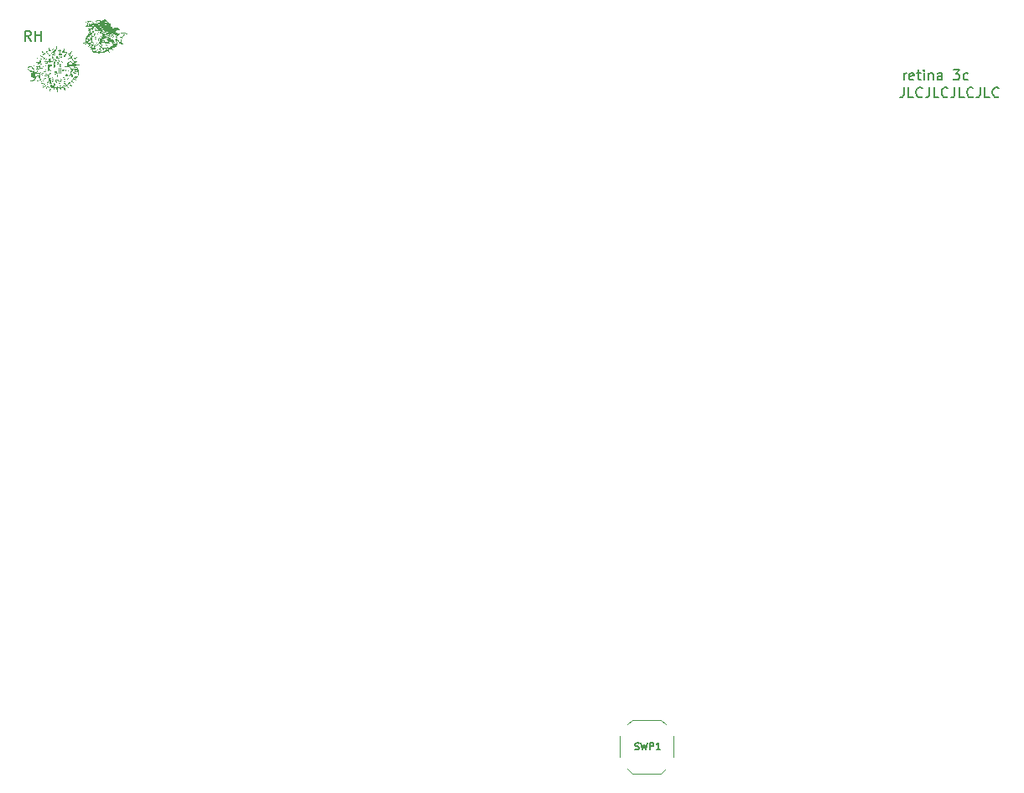
<source format=gbr>
%TF.GenerationSoftware,KiCad,Pcbnew,(6.0.7)*%
%TF.CreationDate,2022-09-06T15:05:26+03:00*%
%TF.ProjectId,retina-right,72657469-6e61-42d7-9269-6768742e6b69,1.0*%
%TF.SameCoordinates,Original*%
%TF.FileFunction,Legend,Top*%
%TF.FilePolarity,Positive*%
%FSLAX46Y46*%
G04 Gerber Fmt 4.6, Leading zero omitted, Abs format (unit mm)*
G04 Created by KiCad (PCBNEW (6.0.7)) date 2022-09-06 15:05:26*
%MOMM*%
%LPD*%
G01*
G04 APERTURE LIST*
%ADD10C,0.150000*%
%ADD11C,0.120000*%
G04 APERTURE END LIST*
D10*
X215903752Y-70089780D02*
X215903752Y-70804066D01*
X215856133Y-70946923D01*
X215760895Y-71042161D01*
X215618038Y-71089780D01*
X215522800Y-71089780D01*
X216856133Y-71089780D02*
X216379942Y-71089780D01*
X216379942Y-70089780D01*
X217760895Y-70994542D02*
X217713276Y-71042161D01*
X217570419Y-71089780D01*
X217475180Y-71089780D01*
X217332323Y-71042161D01*
X217237085Y-70946923D01*
X217189466Y-70851685D01*
X217141847Y-70661209D01*
X217141847Y-70518352D01*
X217189466Y-70327876D01*
X217237085Y-70232638D01*
X217332323Y-70137400D01*
X217475180Y-70089780D01*
X217570419Y-70089780D01*
X217713276Y-70137400D01*
X217760895Y-70185019D01*
X218475180Y-70089780D02*
X218475180Y-70804066D01*
X218427561Y-70946923D01*
X218332323Y-71042161D01*
X218189466Y-71089780D01*
X218094228Y-71089780D01*
X219427561Y-71089780D02*
X218951371Y-71089780D01*
X218951371Y-70089780D01*
X220332323Y-70994542D02*
X220284704Y-71042161D01*
X220141847Y-71089780D01*
X220046609Y-71089780D01*
X219903752Y-71042161D01*
X219808514Y-70946923D01*
X219760895Y-70851685D01*
X219713276Y-70661209D01*
X219713276Y-70518352D01*
X219760895Y-70327876D01*
X219808514Y-70232638D01*
X219903752Y-70137400D01*
X220046609Y-70089780D01*
X220141847Y-70089780D01*
X220284704Y-70137400D01*
X220332323Y-70185019D01*
X221046609Y-70089780D02*
X221046609Y-70804066D01*
X220998990Y-70946923D01*
X220903752Y-71042161D01*
X220760895Y-71089780D01*
X220665657Y-71089780D01*
X221998990Y-71089780D02*
X221522800Y-71089780D01*
X221522800Y-70089780D01*
X222903752Y-70994542D02*
X222856133Y-71042161D01*
X222713276Y-71089780D01*
X222618038Y-71089780D01*
X222475180Y-71042161D01*
X222379942Y-70946923D01*
X222332323Y-70851685D01*
X222284704Y-70661209D01*
X222284704Y-70518352D01*
X222332323Y-70327876D01*
X222379942Y-70232638D01*
X222475180Y-70137400D01*
X222618038Y-70089780D01*
X222713276Y-70089780D01*
X222856133Y-70137400D01*
X222903752Y-70185019D01*
X223618038Y-70089780D02*
X223618038Y-70804066D01*
X223570419Y-70946923D01*
X223475180Y-71042161D01*
X223332323Y-71089780D01*
X223237085Y-71089780D01*
X224570419Y-71089780D02*
X224094228Y-71089780D01*
X224094228Y-70089780D01*
X225475180Y-70994542D02*
X225427561Y-71042161D01*
X225284704Y-71089780D01*
X225189466Y-71089780D01*
X225046609Y-71042161D01*
X224951371Y-70946923D01*
X224903752Y-70851685D01*
X224856133Y-70661209D01*
X224856133Y-70518352D01*
X224903752Y-70327876D01*
X224951371Y-70232638D01*
X225046609Y-70137400D01*
X225189466Y-70089780D01*
X225284704Y-70089780D01*
X225427561Y-70137400D01*
X225475180Y-70185019D01*
X127763614Y-65374780D02*
X127430280Y-64898590D01*
X127192185Y-65374780D02*
X127192185Y-64374780D01*
X127573138Y-64374780D01*
X127668376Y-64422400D01*
X127715995Y-64470019D01*
X127763614Y-64565257D01*
X127763614Y-64708114D01*
X127715995Y-64803352D01*
X127668376Y-64850971D01*
X127573138Y-64898590D01*
X127192185Y-64898590D01*
X128192185Y-65374780D02*
X128192185Y-64374780D01*
X128192185Y-64850971D02*
X128763614Y-64850971D01*
X128763614Y-65374780D02*
X128763614Y-64374780D01*
X215898814Y-69318130D02*
X215898814Y-68651464D01*
X215898814Y-68841940D02*
X215946433Y-68746702D01*
X215994052Y-68699083D01*
X216089290Y-68651464D01*
X216184528Y-68651464D01*
X216898814Y-69270511D02*
X216803576Y-69318130D01*
X216613100Y-69318130D01*
X216517861Y-69270511D01*
X216470242Y-69175273D01*
X216470242Y-68794321D01*
X216517861Y-68699083D01*
X216613100Y-68651464D01*
X216803576Y-68651464D01*
X216898814Y-68699083D01*
X216946433Y-68794321D01*
X216946433Y-68889559D01*
X216470242Y-68984797D01*
X217232147Y-68651464D02*
X217613100Y-68651464D01*
X217375004Y-68318130D02*
X217375004Y-69175273D01*
X217422623Y-69270511D01*
X217517861Y-69318130D01*
X217613100Y-69318130D01*
X217946433Y-69318130D02*
X217946433Y-68651464D01*
X217946433Y-68318130D02*
X217898814Y-68365750D01*
X217946433Y-68413369D01*
X217994052Y-68365750D01*
X217946433Y-68318130D01*
X217946433Y-68413369D01*
X218422623Y-68651464D02*
X218422623Y-69318130D01*
X218422623Y-68746702D02*
X218470242Y-68699083D01*
X218565480Y-68651464D01*
X218708338Y-68651464D01*
X218803576Y-68699083D01*
X218851195Y-68794321D01*
X218851195Y-69318130D01*
X219755957Y-69318130D02*
X219755957Y-68794321D01*
X219708338Y-68699083D01*
X219613100Y-68651464D01*
X219422623Y-68651464D01*
X219327385Y-68699083D01*
X219755957Y-69270511D02*
X219660719Y-69318130D01*
X219422623Y-69318130D01*
X219327385Y-69270511D01*
X219279766Y-69175273D01*
X219279766Y-69080035D01*
X219327385Y-68984797D01*
X219422623Y-68937178D01*
X219660719Y-68937178D01*
X219755957Y-68889559D01*
X220898814Y-68318130D02*
X221517861Y-68318130D01*
X221184528Y-68699083D01*
X221327385Y-68699083D01*
X221422623Y-68746702D01*
X221470242Y-68794321D01*
X221517861Y-68889559D01*
X221517861Y-69127654D01*
X221470242Y-69222892D01*
X221422623Y-69270511D01*
X221327385Y-69318130D01*
X221041671Y-69318130D01*
X220946433Y-69270511D01*
X220898814Y-69222892D01*
X222375004Y-69270511D02*
X222279766Y-69318130D01*
X222089290Y-69318130D01*
X221994052Y-69270511D01*
X221946433Y-69222892D01*
X221898814Y-69127654D01*
X221898814Y-68841940D01*
X221946433Y-68746702D01*
X221994052Y-68699083D01*
X222089290Y-68651464D01*
X222279766Y-68651464D01*
X222375004Y-68699083D01*
%TO.C,SWP1*%
X188745166Y-136948033D02*
X188845166Y-136981366D01*
X189011833Y-136981366D01*
X189078500Y-136948033D01*
X189111833Y-136914700D01*
X189145166Y-136848033D01*
X189145166Y-136781366D01*
X189111833Y-136714700D01*
X189078500Y-136681366D01*
X189011833Y-136648033D01*
X188878500Y-136614700D01*
X188811833Y-136581366D01*
X188778500Y-136548033D01*
X188745166Y-136481366D01*
X188745166Y-136414700D01*
X188778500Y-136348033D01*
X188811833Y-136314700D01*
X188878500Y-136281366D01*
X189045166Y-136281366D01*
X189145166Y-136314700D01*
X189378500Y-136281366D02*
X189545166Y-136981366D01*
X189678500Y-136481366D01*
X189811833Y-136981366D01*
X189978500Y-136281366D01*
X190245166Y-136981366D02*
X190245166Y-136281366D01*
X190511833Y-136281366D01*
X190578500Y-136314700D01*
X190611833Y-136348033D01*
X190645166Y-136414700D01*
X190645166Y-136514700D01*
X190611833Y-136581366D01*
X190578500Y-136614700D01*
X190511833Y-136648033D01*
X190245166Y-136648033D01*
X191311833Y-136981366D02*
X190911833Y-136981366D01*
X191111833Y-136981366D02*
X191111833Y-136281366D01*
X191045166Y-136381366D01*
X190978500Y-136448033D01*
X190911833Y-136481366D01*
%TO.C,G\u002A\u002A\u002A*%
G36*
X136078781Y-64100997D02*
G01*
X136107134Y-64099623D01*
X136107605Y-64099606D01*
X136131439Y-64098679D01*
X136148257Y-64097735D01*
X136159511Y-64096502D01*
X136166652Y-64094712D01*
X136171132Y-64092094D01*
X136174402Y-64088378D01*
X136174640Y-64088039D01*
X136219787Y-64088039D01*
X136220504Y-64092584D01*
X136223107Y-64094657D01*
X136234635Y-64098151D01*
X136248610Y-64097598D01*
X136254192Y-64096025D01*
X136257736Y-64092696D01*
X136315952Y-64092696D01*
X136319934Y-64096585D01*
X136331478Y-64098194D01*
X136349981Y-64097502D01*
X136373131Y-64094741D01*
X136383924Y-64092678D01*
X136387193Y-64090665D01*
X136382698Y-64088581D01*
X136370201Y-64086310D01*
X136351435Y-64083953D01*
X136332330Y-64083008D01*
X136320665Y-64085414D01*
X136316060Y-64091264D01*
X136315952Y-64092696D01*
X136257736Y-64092696D01*
X136260204Y-64090377D01*
X136259036Y-64081948D01*
X136254236Y-64075603D01*
X136243482Y-64069511D01*
X136232669Y-64071523D01*
X136224264Y-64079898D01*
X136219787Y-64088039D01*
X136174640Y-64088039D01*
X136175373Y-64086996D01*
X136191238Y-64065755D01*
X136206046Y-64050982D01*
X136221570Y-64042012D01*
X136239582Y-64038180D01*
X136261856Y-64038822D01*
X136290165Y-64043274D01*
X136291396Y-64043512D01*
X136309590Y-64046675D01*
X136328041Y-64048995D01*
X136348535Y-64050590D01*
X136372861Y-64051576D01*
X136402804Y-64052070D01*
X136423956Y-64052179D01*
X136455985Y-64052382D01*
X136480736Y-64052884D01*
X136499400Y-64053760D01*
X136513165Y-64055088D01*
X136523223Y-64056945D01*
X136529842Y-64059034D01*
X136543726Y-64063207D01*
X136561343Y-64066832D01*
X136572994Y-64068452D01*
X136595209Y-64072893D01*
X136610214Y-64081081D01*
X136618631Y-64093539D01*
X136621089Y-64108864D01*
X136622858Y-64133071D01*
X136627317Y-64153092D01*
X136634017Y-64167260D01*
X136637912Y-64171503D01*
X136649766Y-64177035D01*
X136667967Y-64179049D01*
X136670489Y-64179069D01*
X136700742Y-64181559D01*
X136726295Y-64188669D01*
X136746436Y-64199863D01*
X136760452Y-64214604D01*
X136767634Y-64232355D01*
X136767354Y-64252159D01*
X136763608Y-64264075D01*
X136756622Y-64274570D01*
X136744935Y-64285287D01*
X136727087Y-64297869D01*
X136726221Y-64298436D01*
X136703604Y-64311209D01*
X136684946Y-64317127D01*
X136669455Y-64316350D01*
X136660064Y-64311902D01*
X136655610Y-64309341D01*
X136650034Y-64307403D01*
X136642185Y-64306007D01*
X136630911Y-64305071D01*
X136615061Y-64304514D01*
X136593484Y-64304253D01*
X136565029Y-64304206D01*
X136552077Y-64304228D01*
X136517443Y-64304461D01*
X136490679Y-64305008D01*
X136471190Y-64305901D01*
X136458379Y-64307171D01*
X136451650Y-64308849D01*
X136450638Y-64309523D01*
X136442382Y-64313765D01*
X136436663Y-64314604D01*
X136425142Y-64317928D01*
X136418870Y-64327902D01*
X136417603Y-64338746D01*
X136416533Y-64348203D01*
X136413923Y-64352670D01*
X136413571Y-64352723D01*
X136408438Y-64355516D01*
X136400046Y-64362592D01*
X136395571Y-64366953D01*
X136384358Y-64377199D01*
X136369690Y-64389095D01*
X136358106Y-64397660D01*
X136333478Y-64415192D01*
X136315301Y-64428778D01*
X136302865Y-64438996D01*
X136295459Y-64446428D01*
X136292513Y-64451197D01*
X136287509Y-64457473D01*
X136283901Y-64458609D01*
X136276450Y-64461401D01*
X136270098Y-64466345D01*
X136261316Y-64473456D01*
X136255273Y-64476800D01*
X136249200Y-64481981D01*
X136248185Y-64485388D01*
X136251252Y-64493104D01*
X136258600Y-64502316D01*
X136267450Y-64510131D01*
X136275023Y-64513658D01*
X136275362Y-64513670D01*
X136281471Y-64511725D01*
X136293205Y-64506447D01*
X136308812Y-64498666D01*
X136324631Y-64490261D01*
X136347137Y-64478259D01*
X136363434Y-64470472D01*
X136374547Y-64466714D01*
X136381505Y-64466797D01*
X136385332Y-64470533D01*
X136387057Y-64477735D01*
X136387172Y-64478836D01*
X136386999Y-64487399D01*
X136383733Y-64495186D01*
X136376064Y-64504510D01*
X136368113Y-64512476D01*
X136348845Y-64535926D01*
X136339047Y-64555941D01*
X136330375Y-64579641D01*
X136339047Y-64596280D01*
X136347078Y-64608245D01*
X136356380Y-64617516D01*
X136358831Y-64619135D01*
X136365455Y-64622229D01*
X136371261Y-64622238D01*
X136378721Y-64618444D01*
X136390306Y-64610132D01*
X136390597Y-64609915D01*
X136409649Y-64596006D01*
X136429473Y-64582101D01*
X136448713Y-64569088D01*
X136466018Y-64557853D01*
X136480032Y-64549281D01*
X136489403Y-64544260D01*
X136492303Y-64543318D01*
X136496724Y-64547111D01*
X136498077Y-64555752D01*
X136496972Y-64562720D01*
X136492848Y-64569861D01*
X136484488Y-64578664D01*
X136470676Y-64590618D01*
X136467370Y-64593340D01*
X136449277Y-64608955D01*
X136429679Y-64627109D01*
X136412401Y-64644239D01*
X136410191Y-64646559D01*
X136397318Y-64660642D01*
X136389404Y-64670819D01*
X136385292Y-64679046D01*
X136383825Y-64687279D01*
X136383719Y-64691288D01*
X136386919Y-64715283D01*
X136396780Y-64734759D01*
X136399263Y-64737841D01*
X136406627Y-64744516D01*
X136414343Y-64745893D01*
X136424733Y-64741891D01*
X136433570Y-64736652D01*
X136444465Y-64730381D01*
X136460367Y-64721963D01*
X136478590Y-64712801D01*
X136487323Y-64708574D01*
X136508334Y-64697825D01*
X136530713Y-64685221D01*
X136550480Y-64673033D01*
X136555251Y-64669834D01*
X136574946Y-64657513D01*
X136589821Y-64650751D01*
X136599497Y-64649468D01*
X136603595Y-64653584D01*
X136601737Y-64663019D01*
X136593542Y-64677693D01*
X136593419Y-64677878D01*
X136584670Y-64690892D01*
X136576878Y-64702167D01*
X136568746Y-64713488D01*
X136558975Y-64726637D01*
X136546266Y-64743397D01*
X136534362Y-64758968D01*
X136513096Y-64787131D01*
X136495499Y-64811242D01*
X136481967Y-64830722D01*
X136472900Y-64844994D01*
X136468693Y-64853479D01*
X136468439Y-64854835D01*
X136471129Y-64861559D01*
X136473116Y-64863970D01*
X136479379Y-64866540D01*
X136488397Y-64863889D01*
X136500687Y-64855645D01*
X136516766Y-64841440D01*
X136537149Y-64820901D01*
X136545523Y-64812011D01*
X136576686Y-64779077D01*
X136603464Y-64751826D01*
X136625628Y-64730476D01*
X136642952Y-64715245D01*
X136655209Y-64706350D01*
X136656597Y-64705576D01*
X136667347Y-64699285D01*
X136680966Y-64690521D01*
X136688363Y-64685471D01*
X136701949Y-64676426D01*
X136719271Y-64665531D01*
X136736678Y-64655080D01*
X136737380Y-64654672D01*
X136748377Y-64648461D01*
X136759329Y-64642778D01*
X136771537Y-64637072D01*
X136786304Y-64630795D01*
X136804933Y-64623395D01*
X136828724Y-64614323D01*
X136858981Y-64603028D01*
X136864443Y-64601002D01*
X136900319Y-64589584D01*
X136940942Y-64579849D01*
X136984617Y-64571961D01*
X137029645Y-64566080D01*
X137074331Y-64562369D01*
X137116978Y-64560989D01*
X137155889Y-64562101D01*
X137189368Y-64565867D01*
X137203279Y-64568731D01*
X137220721Y-64572703D01*
X137236342Y-64575669D01*
X137247267Y-64577097D01*
X137248721Y-64577152D01*
X137259603Y-64578754D01*
X137275928Y-64582988D01*
X137295379Y-64589094D01*
X137315638Y-64596311D01*
X137334388Y-64603877D01*
X137344890Y-64608732D01*
X137360485Y-64616752D01*
X137376570Y-64625450D01*
X137391207Y-64633727D01*
X137402462Y-64640484D01*
X137408397Y-64644624D01*
X137408699Y-64644938D01*
X137413732Y-64648297D01*
X137423242Y-64653225D01*
X137433853Y-64658123D01*
X137442186Y-64661389D01*
X137444510Y-64661911D01*
X137449180Y-64663675D01*
X137459844Y-64668478D01*
X137474909Y-64675583D01*
X137492566Y-64684147D01*
X137518263Y-64698025D01*
X137541057Y-64712758D01*
X137559866Y-64727448D01*
X137573605Y-64741198D01*
X137581193Y-64753110D01*
X137582352Y-64758564D01*
X137582465Y-64762691D01*
X137581917Y-64765146D01*
X137579373Y-64765635D01*
X137573500Y-64763866D01*
X137562965Y-64759546D01*
X137546434Y-64752383D01*
X137538490Y-64748935D01*
X137523333Y-64744347D01*
X137502145Y-64740530D01*
X137477345Y-64737678D01*
X137451354Y-64735988D01*
X137426591Y-64735655D01*
X137405477Y-64736875D01*
X137399443Y-64737698D01*
X137382467Y-64741178D01*
X137362934Y-64746214D01*
X137343110Y-64752098D01*
X137325262Y-64758125D01*
X137311655Y-64763587D01*
X137305446Y-64766999D01*
X137298930Y-64770389D01*
X137287477Y-64775140D01*
X137279517Y-64778095D01*
X137244594Y-64793786D01*
X137208240Y-64816063D01*
X137172062Y-64843601D01*
X137137668Y-64875077D01*
X137106665Y-64909168D01*
X137084569Y-64938632D01*
X137072704Y-64956556D01*
X137059115Y-64977684D01*
X137044673Y-65000597D01*
X137030250Y-65023873D01*
X137016716Y-65046093D01*
X137004941Y-65065837D01*
X136995797Y-65081684D01*
X136990153Y-65092214D01*
X136989358Y-65093927D01*
X136985429Y-65102766D01*
X136979172Y-65116618D01*
X136971802Y-65132799D01*
X136970208Y-65136281D01*
X136963055Y-65153700D01*
X136955004Y-65176163D01*
X136947150Y-65200479D01*
X136941815Y-65218872D01*
X136936900Y-65237226D01*
X136933333Y-65252064D01*
X136930918Y-65265323D01*
X136929461Y-65278940D01*
X136928769Y-65294854D01*
X136928648Y-65315003D01*
X136928903Y-65341323D01*
X136928976Y-65347052D01*
X136929521Y-65376995D01*
X136930416Y-65400590D01*
X136931869Y-65419958D01*
X136934088Y-65437219D01*
X136937280Y-65454496D01*
X136941201Y-65471998D01*
X136946046Y-65493002D01*
X136950426Y-65512818D01*
X136953792Y-65528917D01*
X136955366Y-65537294D01*
X136961330Y-65554220D01*
X136973632Y-65574515D01*
X136991329Y-65597222D01*
X137013477Y-65621383D01*
X137039133Y-65646040D01*
X137067351Y-65670237D01*
X137097189Y-65693014D01*
X137127702Y-65713415D01*
X137130917Y-65715387D01*
X137143640Y-65724123D01*
X137156321Y-65734449D01*
X137167095Y-65744639D01*
X137174094Y-65752968D01*
X137175749Y-65756814D01*
X137173125Y-65762628D01*
X137164836Y-65764777D01*
X137150257Y-65763263D01*
X137128763Y-65758088D01*
X137124686Y-65756934D01*
X137103545Y-65751354D01*
X137081161Y-65746245D01*
X137061770Y-65742560D01*
X137058627Y-65742078D01*
X137038121Y-65738777D01*
X137015250Y-65734606D01*
X136999978Y-65731519D01*
X136983101Y-65728255D01*
X136967761Y-65725900D01*
X136957623Y-65724983D01*
X136941776Y-65723099D01*
X136920237Y-65718169D01*
X136894975Y-65710769D01*
X136867954Y-65701476D01*
X136841142Y-65690866D01*
X136840863Y-65690748D01*
X136807511Y-65673684D01*
X136772764Y-65650859D01*
X136738649Y-65623968D01*
X136707193Y-65594707D01*
X136680424Y-65564773D01*
X136665217Y-65543797D01*
X136655823Y-65529369D01*
X136647051Y-65516128D01*
X136641607Y-65508113D01*
X136636085Y-65499120D01*
X136633620Y-65492994D01*
X136633611Y-65492802D01*
X136631212Y-65487048D01*
X136625439Y-65478577D01*
X136625403Y-65478531D01*
X136618476Y-65467389D01*
X136614570Y-65457641D01*
X136609080Y-65446329D01*
X136599321Y-65433908D01*
X136588013Y-65423380D01*
X136578624Y-65417962D01*
X136571745Y-65414335D01*
X136570079Y-65411714D01*
X136566278Y-65407610D01*
X136556559Y-65403611D01*
X136543453Y-65400467D01*
X136529489Y-65398928D01*
X136526819Y-65398879D01*
X136515664Y-65400236D01*
X136501937Y-65403723D01*
X136488049Y-65408466D01*
X136476408Y-65413590D01*
X136469422Y-65418220D01*
X136468428Y-65420084D01*
X136464931Y-65423669D01*
X136460531Y-65425369D01*
X136453527Y-65431195D01*
X136449565Y-65442758D01*
X136448763Y-65457849D01*
X136451233Y-65474257D01*
X136457091Y-65489772D01*
X136457181Y-65489941D01*
X136464790Y-65506722D01*
X136473376Y-65529778D01*
X136482338Y-65557062D01*
X136491074Y-65586525D01*
X136498983Y-65616121D01*
X136505462Y-65643802D01*
X136509912Y-65667520D01*
X136510465Y-65671313D01*
X136514645Y-65711018D01*
X136515133Y-65744537D01*
X136511707Y-65773414D01*
X136504146Y-65799189D01*
X136492229Y-65823404D01*
X136487569Y-65830907D01*
X136475168Y-65847746D01*
X136457603Y-65868524D01*
X136436265Y-65891813D01*
X136412545Y-65916187D01*
X136387833Y-65940218D01*
X136363520Y-65962479D01*
X136340997Y-65981544D01*
X136339950Y-65982383D01*
X136323762Y-65995963D01*
X136304772Y-66012895D01*
X136286039Y-66030419D01*
X136277832Y-66038434D01*
X136254825Y-66059366D01*
X136233358Y-66073924D01*
X136211016Y-66083098D01*
X136185388Y-66087879D01*
X136154058Y-66089258D01*
X136153962Y-66089258D01*
X136135274Y-66088996D01*
X136121542Y-66087688D01*
X136109465Y-66084545D01*
X136095746Y-66078782D01*
X136082104Y-66072121D01*
X136065147Y-66063385D01*
X136049794Y-66054993D01*
X136038607Y-66048360D01*
X136036139Y-66046709D01*
X136027458Y-66041070D01*
X136021931Y-66038455D01*
X136021691Y-66038432D01*
X136016746Y-66035780D01*
X136012512Y-66032079D01*
X136003602Y-66027261D01*
X135994467Y-66025726D01*
X135984945Y-66028920D01*
X135974646Y-66037310D01*
X135964678Y-66049105D01*
X135956148Y-66062514D01*
X135950162Y-66075749D01*
X135947828Y-66087018D01*
X135950251Y-66094532D01*
X135951378Y-66095409D01*
X135954897Y-66100881D01*
X135958104Y-66110857D01*
X135958256Y-66111542D01*
X135962878Y-66124873D01*
X135971519Y-66142995D01*
X135983025Y-66163987D01*
X135996246Y-66185933D01*
X136010027Y-66206911D01*
X136023218Y-66225004D01*
X136033888Y-66237498D01*
X136040617Y-66246210D01*
X136048337Y-66258796D01*
X136056046Y-66273210D01*
X136062739Y-66287404D01*
X136067412Y-66299330D01*
X136069063Y-66306942D01*
X136068622Y-66308351D01*
X136063333Y-66308472D01*
X136054679Y-66304604D01*
X136054173Y-66304294D01*
X136043817Y-66298173D01*
X136029898Y-66290337D01*
X136021588Y-66285803D01*
X136007250Y-66277820D01*
X135989395Y-66267505D01*
X135971705Y-66256988D01*
X135970436Y-66256219D01*
X135954995Y-66247309D01*
X135941015Y-66240045D01*
X135931046Y-66235735D01*
X135929598Y-66235301D01*
X135919021Y-66231578D01*
X135904806Y-66225304D01*
X135890152Y-66218035D01*
X135878259Y-66211322D01*
X135873743Y-66208178D01*
X135867171Y-66205641D01*
X135854889Y-66203071D01*
X135840564Y-66201143D01*
X135824305Y-66199909D01*
X135812645Y-66200701D01*
X135801825Y-66204170D01*
X135790177Y-66209867D01*
X135767242Y-66223898D01*
X135741277Y-66243224D01*
X135714226Y-66266283D01*
X135688032Y-66291513D01*
X135685929Y-66293685D01*
X135659457Y-66321183D01*
X135659457Y-66346622D01*
X135660557Y-66364975D01*
X135663365Y-66383766D01*
X135665491Y-66392665D01*
X135669931Y-66409659D01*
X135674183Y-66428808D01*
X135675667Y-66436565D01*
X135681109Y-66460644D01*
X135689331Y-66485884D01*
X135701088Y-66514373D01*
X135712918Y-66539618D01*
X135717273Y-66551913D01*
X135718552Y-66563006D01*
X135716701Y-66570421D01*
X135713630Y-66572099D01*
X135709218Y-66569239D01*
X135699798Y-66561246D01*
X135686330Y-66548998D01*
X135669774Y-66533374D01*
X135651089Y-66515253D01*
X135644804Y-66509058D01*
X135618097Y-66483131D01*
X135595903Y-66462867D01*
X135577188Y-66447525D01*
X135560920Y-66436366D01*
X135546064Y-66428650D01*
X135531586Y-66423637D01*
X135522579Y-66421606D01*
X135513062Y-66420616D01*
X135504392Y-66422311D01*
X135493851Y-66427586D01*
X135482576Y-66434763D01*
X135461653Y-66448564D01*
X135446138Y-66458585D01*
X135434420Y-66465786D01*
X135424885Y-66471125D01*
X135415922Y-66475563D01*
X135407907Y-66479185D01*
X135391495Y-66487031D01*
X135373656Y-66496444D01*
X135366279Y-66500646D01*
X135350363Y-66509227D01*
X135331507Y-66518275D01*
X135319229Y-66523584D01*
X135304389Y-66529805D01*
X135291763Y-66535444D01*
X135284847Y-66538877D01*
X135273488Y-66544219D01*
X135256352Y-66550981D01*
X135235831Y-66558351D01*
X135214321Y-66565515D01*
X135194213Y-66571659D01*
X135177902Y-66575970D01*
X135172380Y-66577105D01*
X135153727Y-66580749D01*
X135133577Y-66585265D01*
X135125790Y-66587199D01*
X135098296Y-66594223D01*
X135073216Y-66600311D01*
X135049619Y-66605573D01*
X135026574Y-66610118D01*
X135003148Y-66614053D01*
X134978410Y-66617489D01*
X134951426Y-66620533D01*
X134921266Y-66623295D01*
X134886997Y-66625883D01*
X134847688Y-66628407D01*
X134802406Y-66630975D01*
X134750219Y-66633696D01*
X134710716Y-66635669D01*
X134683893Y-66636996D01*
X134662351Y-66637991D01*
X134644483Y-66638619D01*
X134628683Y-66638846D01*
X134613344Y-66638637D01*
X134596858Y-66637957D01*
X134577620Y-66636771D01*
X134554022Y-66635046D01*
X134524457Y-66632746D01*
X134505297Y-66631241D01*
X134432221Y-66624656D01*
X134366697Y-66616879D01*
X134307865Y-66607732D01*
X134254866Y-66597035D01*
X134206842Y-66584610D01*
X134162934Y-66570280D01*
X134122283Y-66553865D01*
X134113518Y-66549875D01*
X134087837Y-66537809D01*
X134060760Y-66524859D01*
X134033451Y-66511604D01*
X134007076Y-66498626D01*
X133982801Y-66486505D01*
X133961791Y-66475824D01*
X133945213Y-66467163D01*
X133934232Y-66461102D01*
X133930334Y-66458582D01*
X133923896Y-66450131D01*
X133922162Y-66439219D01*
X133925373Y-66424977D01*
X133933765Y-66406539D01*
X133935964Y-66402797D01*
X134028521Y-66402797D01*
X134030047Y-66421353D01*
X134035438Y-66436551D01*
X134038480Y-66440800D01*
X134047004Y-66448134D01*
X134059732Y-66456643D01*
X134074059Y-66464861D01*
X134087384Y-66471320D01*
X134097103Y-66474551D01*
X134098566Y-66474684D01*
X134105701Y-66477652D01*
X134109056Y-66480765D01*
X134116620Y-66485925D01*
X134127575Y-66489725D01*
X134138273Y-66492713D01*
X134145238Y-66495894D01*
X134145284Y-66495930D01*
X134153708Y-66500253D01*
X134167963Y-66505414D01*
X134185546Y-66510716D01*
X134203958Y-66515462D01*
X134220697Y-66518954D01*
X134233263Y-66520496D01*
X134233439Y-66520502D01*
X134248338Y-66522154D01*
X134261576Y-66525577D01*
X134265205Y-66527158D01*
X134280102Y-66533104D01*
X134298457Y-66537655D01*
X134317619Y-66540462D01*
X134334939Y-66541177D01*
X134347769Y-66539452D01*
X134350415Y-66538369D01*
X134356489Y-66530875D01*
X134360564Y-66517322D01*
X134362231Y-66499975D01*
X134361076Y-66481096D01*
X134360969Y-66480361D01*
X134357640Y-66467361D01*
X134353020Y-66462707D01*
X134347442Y-66466430D01*
X134341267Y-66478487D01*
X134334280Y-66491057D01*
X134325286Y-66501068D01*
X134323433Y-66502433D01*
X134317128Y-66505907D01*
X134310121Y-66507670D01*
X134300268Y-66507839D01*
X134285426Y-66506531D01*
X134273720Y-66505146D01*
X134255400Y-66502329D01*
X134239349Y-66498854D01*
X134228133Y-66495315D01*
X134225561Y-66494004D01*
X134215065Y-66489244D01*
X134201166Y-66485396D01*
X134197466Y-66484726D01*
X134181778Y-66480906D01*
X134166675Y-66475175D01*
X134164406Y-66474040D01*
X134152857Y-66468917D01*
X134143269Y-66466300D01*
X134141959Y-66466213D01*
X134131345Y-66463749D01*
X134117169Y-66457314D01*
X134102392Y-66448345D01*
X134097063Y-66444437D01*
X134087447Y-66438706D01*
X134079801Y-66436565D01*
X134072119Y-66433656D01*
X134063292Y-66426607D01*
X134062840Y-66426133D01*
X134056497Y-66418543D01*
X134055698Y-66412890D01*
X134059925Y-66405196D01*
X134060082Y-66404956D01*
X134070111Y-66396776D01*
X134084427Y-66393988D01*
X134100604Y-66396820D01*
X134108629Y-66400413D01*
X134118068Y-66404828D01*
X134132612Y-66410757D01*
X134149335Y-66417017D01*
X134151637Y-66417836D01*
X134170481Y-66424518D01*
X134189563Y-66431328D01*
X134204805Y-66436810D01*
X134205021Y-66436888D01*
X134222166Y-66441777D01*
X134237886Y-66442513D01*
X134249023Y-66441182D01*
X134265369Y-66437155D01*
X134275337Y-66430181D01*
X134280959Y-66418333D01*
X134282936Y-66409034D01*
X134286011Y-66399734D01*
X134292983Y-66395809D01*
X134298245Y-66395043D01*
X134305130Y-66394882D01*
X134310275Y-66397021D01*
X134315155Y-66402983D01*
X134321244Y-66414294D01*
X134325663Y-66423392D01*
X134332528Y-66437131D01*
X134338008Y-66447058D01*
X134341135Y-66451449D01*
X134341431Y-66451484D01*
X134343272Y-66446740D01*
X134345888Y-66436935D01*
X134346526Y-66434186D01*
X134347882Y-66420413D01*
X134344174Y-66407683D01*
X134341920Y-66403206D01*
X134336523Y-66389926D01*
X134333827Y-66377004D01*
X134333757Y-66375213D01*
X134331883Y-66365243D01*
X134326943Y-66350776D01*
X134319955Y-66334735D01*
X134319004Y-66332796D01*
X134311981Y-66318100D01*
X134306752Y-66306060D01*
X134304268Y-66298889D01*
X134304184Y-66298234D01*
X134301678Y-66292619D01*
X134295182Y-66282655D01*
X134286259Y-66270703D01*
X134268298Y-66249808D01*
X134247305Y-66228350D01*
X134224893Y-66207731D01*
X134202677Y-66189351D01*
X134182272Y-66174610D01*
X134165293Y-66164910D01*
X134163290Y-66164037D01*
X134147413Y-66157462D01*
X134135908Y-66171881D01*
X134127255Y-66184057D01*
X134116055Y-66201695D01*
X134103536Y-66222676D01*
X134090924Y-66244878D01*
X134079447Y-66266180D01*
X134070330Y-66284461D01*
X134068558Y-66288324D01*
X134061708Y-66303305D01*
X134055218Y-66316999D01*
X134051936Y-66323610D01*
X134047446Y-66335180D01*
X134045735Y-66344787D01*
X134043557Y-66354466D01*
X134038238Y-66366182D01*
X134037264Y-66367841D01*
X134030909Y-66383940D01*
X134028521Y-66402797D01*
X133935964Y-66402797D01*
X133947576Y-66383036D01*
X133953629Y-66373614D01*
X133966456Y-66353972D01*
X133978868Y-66334955D01*
X133989473Y-66318696D01*
X133996880Y-66307329D01*
X133997043Y-66307079D01*
X134006633Y-66291788D01*
X134017185Y-66274156D01*
X134022646Y-66264665D01*
X134030324Y-66251653D01*
X134037061Y-66241292D01*
X134040647Y-66236672D01*
X134045337Y-66226662D01*
X134042417Y-66214901D01*
X134039996Y-66211220D01*
X134031791Y-66204140D01*
X134018601Y-66196219D01*
X134003537Y-66188985D01*
X133989714Y-66183966D01*
X133981604Y-66182571D01*
X133970959Y-66185196D01*
X133955240Y-66192288D01*
X133935956Y-66202983D01*
X133914615Y-66216418D01*
X133892725Y-66231727D01*
X133882993Y-66239079D01*
X133865532Y-66251957D01*
X133852094Y-66260064D01*
X133840597Y-66264502D01*
X133831924Y-66266093D01*
X133817413Y-66265893D01*
X133809991Y-66261078D01*
X133809519Y-66251442D01*
X133814054Y-66240122D01*
X133822380Y-66223554D01*
X133831793Y-66204123D01*
X133841594Y-66183356D01*
X133851089Y-66162778D01*
X133854565Y-66155056D01*
X134049986Y-66155056D01*
X134051845Y-66163092D01*
X134058864Y-66165480D01*
X134059918Y-66165496D01*
X134070345Y-66162449D01*
X134077374Y-66157183D01*
X134082211Y-66148075D01*
X134081208Y-66140102D01*
X134074901Y-66135974D01*
X134073135Y-66135848D01*
X134060512Y-66138977D01*
X134052103Y-66147055D01*
X134049986Y-66155056D01*
X133854565Y-66155056D01*
X133859580Y-66143913D01*
X133866371Y-66128287D01*
X133870765Y-66117425D01*
X133872097Y-66113032D01*
X133869406Y-66106984D01*
X133862442Y-66097276D01*
X133855148Y-66088734D01*
X133844917Y-66078218D01*
X133836894Y-66072734D01*
X133827938Y-66070747D01*
X133818088Y-66070641D01*
X133799522Y-66072277D01*
X133781231Y-66075930D01*
X133765991Y-66080895D01*
X133756860Y-66086193D01*
X133741151Y-66099589D01*
X133724958Y-66111042D01*
X133710313Y-66119282D01*
X133699247Y-66123039D01*
X133697748Y-66123141D01*
X133689051Y-66121900D01*
X133685991Y-66116420D01*
X133685737Y-66111330D01*
X133688048Y-66102174D01*
X133695441Y-66090023D01*
X133708604Y-66073782D01*
X133711150Y-66070891D01*
X133722389Y-66057924D01*
X133731088Y-66047304D01*
X133735970Y-66040620D01*
X133736583Y-66039289D01*
X133739232Y-66034719D01*
X133745985Y-66026298D01*
X133751259Y-66020357D01*
X133765749Y-66000566D01*
X133772287Y-65980685D01*
X133771273Y-65959199D01*
X133769380Y-65951603D01*
X133762310Y-65934544D01*
X133752141Y-65923712D01*
X133737598Y-65918451D01*
X133717404Y-65918107D01*
X133706559Y-65919322D01*
X133685010Y-65924307D01*
X133662141Y-65932836D01*
X133641038Y-65943528D01*
X133624784Y-65955001D01*
X133622822Y-65956833D01*
X133615475Y-65962310D01*
X133604327Y-65968930D01*
X133601093Y-65970632D01*
X133587917Y-65979085D01*
X133574493Y-65990256D01*
X133570955Y-65993788D01*
X133562080Y-66002534D01*
X133555395Y-66007938D01*
X133553506Y-66008784D01*
X133550035Y-66005437D01*
X133550822Y-65996102D01*
X133555427Y-65981840D01*
X133563408Y-65963714D01*
X133574326Y-65942782D01*
X133587740Y-65920108D01*
X133595005Y-65908812D01*
X133607362Y-65889297D01*
X133620053Y-65867927D01*
X133630801Y-65848572D01*
X133633105Y-65844132D01*
X133640787Y-65828182D01*
X133645332Y-65815194D01*
X133646271Y-65803768D01*
X133643135Y-65792504D01*
X133635452Y-65780002D01*
X133622755Y-65764859D01*
X133604571Y-65745677D01*
X133597725Y-65738669D01*
X133571972Y-65712751D01*
X133550761Y-65692723D01*
X133532945Y-65678200D01*
X133517376Y-65668799D01*
X133502905Y-65664135D01*
X133488384Y-65663824D01*
X133472664Y-65667482D01*
X133454598Y-65674725D01*
X133434942Y-65684212D01*
X133413986Y-65694263D01*
X133396764Y-65701089D01*
X133379748Y-65705779D01*
X133359411Y-65709422D01*
X133348115Y-65711027D01*
X133302689Y-65714858D01*
X133257283Y-65714332D01*
X133213703Y-65709667D01*
X133173754Y-65701082D01*
X133139240Y-65688796D01*
X133130735Y-65684690D01*
X133118414Y-65677462D01*
X133104042Y-65667753D01*
X133089295Y-65656874D01*
X133075854Y-65646135D01*
X133069992Y-65640929D01*
X133183836Y-65640929D01*
X133198500Y-65653321D01*
X133212825Y-65662783D01*
X133226254Y-65664966D01*
X133241109Y-65659978D01*
X133248511Y-65655658D01*
X133261914Y-65645647D01*
X133274477Y-65634009D01*
X133276225Y-65632099D01*
X133286473Y-65622674D01*
X133293734Y-65621136D01*
X133298157Y-65627505D01*
X133299494Y-65634971D01*
X133303129Y-65646844D01*
X133310641Y-65651551D01*
X133321560Y-65649195D01*
X133335417Y-65639881D01*
X133351741Y-65623713D01*
X133352100Y-65623308D01*
X133362392Y-65612744D01*
X133370972Y-65605841D01*
X133376065Y-65604013D01*
X133376205Y-65604086D01*
X133380097Y-65608540D01*
X133379732Y-65615856D01*
X133374938Y-65628021D01*
X133373965Y-65630096D01*
X133369076Y-65644066D01*
X133370399Y-65652781D01*
X133378200Y-65656442D01*
X133392740Y-65655248D01*
X133403648Y-65652610D01*
X133426541Y-65644108D01*
X133437523Y-65636268D01*
X133586078Y-65636268D01*
X133587262Y-65641503D01*
X133593383Y-65649746D01*
X133597832Y-65654269D01*
X133622170Y-65676741D01*
X133641002Y-65693448D01*
X133654717Y-65704713D01*
X133663701Y-65710857D01*
X133667708Y-65712302D01*
X133674890Y-65709921D01*
X133685100Y-65704198D01*
X133695028Y-65697269D01*
X133701363Y-65691267D01*
X133701973Y-65690219D01*
X133706784Y-65687650D01*
X133713564Y-65686890D01*
X133721563Y-65689121D01*
X133727751Y-65697068D01*
X133730350Y-65702704D01*
X133734259Y-65713816D01*
X133734479Y-65722711D01*
X133731019Y-65734054D01*
X133730407Y-65735670D01*
X133726294Y-65748057D01*
X133724017Y-65758062D01*
X133723856Y-65760080D01*
X133721945Y-65766991D01*
X133716854Y-65779067D01*
X133709550Y-65794086D01*
X133706753Y-65799433D01*
X133695676Y-65820271D01*
X133687741Y-65835341D01*
X133682071Y-65846332D01*
X133677785Y-65854931D01*
X133676724Y-65857119D01*
X133676544Y-65863694D01*
X133682033Y-65867152D01*
X133690765Y-65866867D01*
X133699341Y-65862932D01*
X133708939Y-65857901D01*
X133715671Y-65856308D01*
X133723530Y-65853365D01*
X133730209Y-65847837D01*
X133740125Y-65841254D01*
X133748866Y-65839216D01*
X133761064Y-65836935D01*
X133770446Y-65833013D01*
X133788503Y-65826815D01*
X133805922Y-65829020D01*
X133822266Y-65839562D01*
X133823813Y-65841060D01*
X133835138Y-65856549D01*
X133838002Y-65871965D01*
X133832415Y-65887409D01*
X133828297Y-65893043D01*
X133820910Y-65903681D01*
X133816283Y-65913450D01*
X133816099Y-65914115D01*
X133815910Y-65928460D01*
X133820521Y-65947320D01*
X133829053Y-65968925D01*
X133840630Y-65991503D01*
X133854373Y-66013285D01*
X133869405Y-66032499D01*
X133880203Y-66043453D01*
X133897381Y-66058874D01*
X133910151Y-66042749D01*
X133917799Y-66031109D01*
X133922360Y-66020335D01*
X133922922Y-66016727D01*
X133924521Y-66007250D01*
X133928611Y-65993795D01*
X133931895Y-65985181D01*
X133938722Y-65971231D01*
X133946150Y-65962889D01*
X133956249Y-65957590D01*
X133966719Y-65953487D01*
X133973384Y-65950769D01*
X133974072Y-65950460D01*
X133978439Y-65952266D01*
X133986138Y-65958237D01*
X133988048Y-65959962D01*
X133994322Y-65966424D01*
X133997453Y-65972725D01*
X133998098Y-65981660D01*
X133996917Y-65996026D01*
X133996801Y-65997130D01*
X133992287Y-66019551D01*
X133983933Y-66043661D01*
X133973038Y-66066496D01*
X133960898Y-66085093D01*
X133955720Y-66090948D01*
X133949966Y-66098758D01*
X133948335Y-66103813D01*
X133945884Y-66110639D01*
X133939904Y-66119991D01*
X133939112Y-66121018D01*
X133933299Y-66129133D01*
X133932683Y-66133776D01*
X133936932Y-66137893D01*
X133937191Y-66138083D01*
X133948436Y-66141597D01*
X133960565Y-66137450D01*
X133967777Y-66131190D01*
X133974990Y-66125026D01*
X133979698Y-66123091D01*
X133984990Y-66120319D01*
X133994103Y-66113156D01*
X134002389Y-66105636D01*
X134186369Y-66105636D01*
X134187217Y-66116833D01*
X134192374Y-66123557D01*
X134197627Y-66126387D01*
X134202834Y-66124079D01*
X134209643Y-66116663D01*
X134214828Y-66109381D01*
X134236446Y-66109381D01*
X134240268Y-66118142D01*
X134249052Y-66123322D01*
X134261456Y-66124638D01*
X134268119Y-66120233D01*
X134270222Y-66109271D01*
X134270229Y-66108317D01*
X134267854Y-66096338D01*
X134260622Y-66091259D01*
X134248369Y-66092979D01*
X134246616Y-66093614D01*
X134238480Y-66100200D01*
X134236446Y-66109381D01*
X134214828Y-66109381D01*
X134217792Y-66105219D01*
X134223752Y-66094119D01*
X134224121Y-66093178D01*
X134230381Y-66084074D01*
X134240792Y-66075206D01*
X134243588Y-66073472D01*
X134258992Y-66064669D01*
X134277004Y-66073420D01*
X134289265Y-66080814D01*
X134296242Y-66089750D01*
X134299293Y-66102736D01*
X134299820Y-66115564D01*
X134296575Y-66131534D01*
X134286535Y-66142827D01*
X134269446Y-66149678D01*
X134261010Y-66151171D01*
X134249188Y-66153623D01*
X134241812Y-66156853D01*
X134240581Y-66158640D01*
X134243522Y-66163536D01*
X134251338Y-66172334D01*
X134262515Y-66183371D01*
X134266093Y-66186683D01*
X134280052Y-66200260D01*
X134293032Y-66214306D01*
X134302424Y-66225986D01*
X134303063Y-66226910D01*
X134313069Y-66241041D01*
X134324520Y-66256309D01*
X134328377Y-66261230D01*
X134336235Y-66271847D01*
X134341256Y-66280093D01*
X134342232Y-66282895D01*
X134344622Y-66289053D01*
X134350064Y-66297282D01*
X134355784Y-66308071D01*
X134360092Y-66322077D01*
X134360698Y-66325357D01*
X134364648Y-66340656D01*
X134370746Y-66355091D01*
X134371910Y-66357123D01*
X134377534Y-66368705D01*
X134380282Y-66378990D01*
X134380335Y-66380092D01*
X134382039Y-66388004D01*
X134384555Y-66390681D01*
X134389121Y-66396121D01*
X134393735Y-66408317D01*
X134398110Y-66425557D01*
X134401961Y-66446134D01*
X134405001Y-66468336D01*
X134406945Y-66490455D01*
X134407504Y-66510781D01*
X134406846Y-66523796D01*
X134406451Y-66538171D01*
X134409386Y-66546161D01*
X134416585Y-66548139D01*
X134428983Y-66544478D01*
X134442635Y-66538064D01*
X134456922Y-66531519D01*
X134469449Y-66526991D01*
X134476506Y-66525563D01*
X134484895Y-66528666D01*
X134496744Y-66537237D01*
X134507011Y-66546686D01*
X134518341Y-66557715D01*
X134526660Y-66564018D01*
X134534923Y-66566885D01*
X134546086Y-66567603D01*
X134554862Y-66567544D01*
X134570425Y-66566936D01*
X134591288Y-66565547D01*
X134614341Y-66563605D01*
X134630243Y-66562025D01*
X134666958Y-66558106D01*
X134704363Y-66558106D01*
X134719187Y-66562603D01*
X134731623Y-66564847D01*
X134750050Y-66566322D01*
X134772022Y-66566990D01*
X134795089Y-66566814D01*
X134816806Y-66565757D01*
X134831088Y-66564316D01*
X134845786Y-66561182D01*
X134852642Y-66556985D01*
X134851442Y-66552043D01*
X134842719Y-66546978D01*
X134834571Y-66544773D01*
X134823047Y-66543954D01*
X134806507Y-66544510D01*
X134783312Y-66546428D01*
X134782204Y-66546535D01*
X134761242Y-66548739D01*
X134741937Y-66551085D01*
X134726720Y-66553260D01*
X134719187Y-66554651D01*
X134704363Y-66558106D01*
X134666958Y-66558106D01*
X134678950Y-66556826D01*
X134620167Y-66553614D01*
X134591694Y-66551653D01*
X134570688Y-66549103D01*
X134556148Y-66545630D01*
X134549261Y-66542040D01*
X134884956Y-66542040D01*
X134886615Y-66544856D01*
X134892883Y-66547175D01*
X134900348Y-66548002D01*
X134913531Y-66548332D01*
X134930316Y-66548232D01*
X134948586Y-66547769D01*
X134966225Y-66547009D01*
X134981116Y-66546018D01*
X134991142Y-66544864D01*
X134994138Y-66543990D01*
X134994927Y-66541684D01*
X134990651Y-66539965D01*
X134980420Y-66538713D01*
X134963346Y-66537811D01*
X134943369Y-66537244D01*
X134920443Y-66537191D01*
X134902587Y-66538067D01*
X134890520Y-66539730D01*
X134884956Y-66542040D01*
X134549261Y-66542040D01*
X134547072Y-66540899D01*
X134542460Y-66534576D01*
X134541298Y-66527237D01*
X134541745Y-66525625D01*
X135041499Y-66525625D01*
X135042447Y-66529394D01*
X135043616Y-66529937D01*
X135053462Y-66531260D01*
X135064779Y-66527605D01*
X135072847Y-66523125D01*
X135082732Y-66518936D01*
X135095701Y-66515483D01*
X135097319Y-66515182D01*
X135107840Y-66512130D01*
X135110483Y-66508710D01*
X135105743Y-66505822D01*
X135094118Y-66504371D01*
X135091352Y-66504332D01*
X135079903Y-66505806D01*
X135067453Y-66509606D01*
X135055742Y-66514798D01*
X135046511Y-66520449D01*
X135041499Y-66525625D01*
X134541745Y-66525625D01*
X134544412Y-66516013D01*
X134554012Y-66508835D01*
X134570492Y-66505550D01*
X134594241Y-66506005D01*
X134595381Y-66506102D01*
X134614151Y-66507250D01*
X134626515Y-66506662D01*
X134634387Y-66504196D01*
X134636184Y-66503049D01*
X134641076Y-66498164D01*
X134641004Y-66493139D01*
X134635212Y-66486767D01*
X134622946Y-66477842D01*
X134618590Y-66474946D01*
X134608384Y-66467313D01*
X134595104Y-66456090D01*
X134580063Y-66442548D01*
X134564576Y-66427957D01*
X134549958Y-66413587D01*
X134537524Y-66400708D01*
X134528587Y-66390590D01*
X134524462Y-66384503D01*
X134524330Y-66383876D01*
X134522450Y-66377318D01*
X134517918Y-66367462D01*
X134517504Y-66366680D01*
X134512792Y-66355304D01*
X134508009Y-66339768D01*
X134505488Y-66329359D01*
X134505056Y-66326965D01*
X134554005Y-66326965D01*
X134557361Y-66339483D01*
X134566965Y-66355843D01*
X134582123Y-66375034D01*
X134600264Y-66394210D01*
X134619803Y-66411665D01*
X134641284Y-66426932D01*
X134667590Y-66442020D01*
X134672653Y-66444662D01*
X134701675Y-66459185D01*
X134724600Y-66469423D01*
X134742509Y-66475591D01*
X134756484Y-66477903D01*
X134767606Y-66476572D01*
X134776955Y-66471815D01*
X134783045Y-66466539D01*
X134792962Y-66452726D01*
X134795560Y-66440067D01*
X134797513Y-66427591D01*
X134801913Y-66417754D01*
X134806776Y-66407066D01*
X134808132Y-66398284D01*
X134810903Y-66386803D01*
X134816651Y-66377212D01*
X134822202Y-66369408D01*
X134821994Y-66363219D01*
X134819373Y-66358655D01*
X134808137Y-66347458D01*
X134789060Y-66335589D01*
X134776366Y-66329343D01*
X134767549Y-66324348D01*
X134755112Y-66316148D01*
X134740891Y-66306101D01*
X134726721Y-66295567D01*
X134714438Y-66285902D01*
X134705876Y-66278465D01*
X134702926Y-66274996D01*
X134694869Y-66264255D01*
X134682270Y-66259469D01*
X134666895Y-66260937D01*
X134654038Y-66266664D01*
X134641865Y-66273091D01*
X134630606Y-66277640D01*
X134630243Y-66277749D01*
X134608872Y-66285347D01*
X134589069Y-66294818D01*
X134572363Y-66305175D01*
X134560282Y-66315432D01*
X134554355Y-66324602D01*
X134554005Y-66326965D01*
X134505056Y-66326965D01*
X134502783Y-66314368D01*
X134502605Y-66304262D01*
X134505084Y-66295799D01*
X134507020Y-66291820D01*
X134515700Y-66280598D01*
X134526474Y-66272383D01*
X134537271Y-66266741D01*
X134545490Y-66262268D01*
X134545534Y-66262243D01*
X134554275Y-66257755D01*
X134562475Y-66253953D01*
X134571423Y-66249839D01*
X134585174Y-66243321D01*
X134600929Y-66235728D01*
X134602712Y-66234861D01*
X134617756Y-66227956D01*
X134630473Y-66222869D01*
X134638467Y-66220545D01*
X134639201Y-66220493D01*
X134647216Y-66218050D01*
X134656703Y-66212170D01*
X134675161Y-66200963D01*
X134692079Y-66197927D01*
X134707988Y-66203150D01*
X134723417Y-66216719D01*
X134729295Y-66224121D01*
X134740689Y-66238009D01*
X134753421Y-66251213D01*
X134759447Y-66256558D01*
X134769841Y-66265051D01*
X134777908Y-66271744D01*
X134779971Y-66273500D01*
X134790639Y-66281764D01*
X134803197Y-66290087D01*
X134815080Y-66296917D01*
X134823724Y-66300708D01*
X134825550Y-66301030D01*
X134833799Y-66303455D01*
X134840147Y-66307249D01*
X134849736Y-66312262D01*
X134855973Y-66313602D01*
X134863930Y-66316538D01*
X134873347Y-66323543D01*
X134874477Y-66324636D01*
X134879799Y-66331114D01*
X134882703Y-66338418D01*
X134882968Y-66347728D01*
X134880376Y-66360223D01*
X134874706Y-66377083D01*
X134865739Y-66399488D01*
X134856508Y-66421125D01*
X134846746Y-66444170D01*
X134840246Y-66460922D01*
X134836599Y-66472723D01*
X134835397Y-66480914D01*
X134836231Y-66486837D01*
X134836367Y-66487235D01*
X134840500Y-66494607D01*
X134847675Y-66497142D01*
X134854867Y-66497045D01*
X134878885Y-66495057D01*
X134904586Y-66492168D01*
X134929594Y-66488713D01*
X134951533Y-66485029D01*
X134968026Y-66481453D01*
X134969506Y-66481037D01*
X135159866Y-66481037D01*
X135175653Y-66483612D01*
X135186093Y-66485418D01*
X135192063Y-66486646D01*
X135192482Y-66486789D01*
X135196692Y-66485835D01*
X135206708Y-66482755D01*
X135220012Y-66478335D01*
X135234725Y-66472748D01*
X135246737Y-66467190D01*
X135252854Y-66463316D01*
X135261468Y-66455872D01*
X135267678Y-66450960D01*
X135271765Y-66447400D01*
X135270936Y-66445709D01*
X135263945Y-66445491D01*
X135252584Y-66446143D01*
X135231866Y-66449726D01*
X135207914Y-66458239D01*
X135194443Y-66464378D01*
X135159866Y-66481037D01*
X134969506Y-66481037D01*
X134971196Y-66480562D01*
X134988639Y-66475965D01*
X135008086Y-66471819D01*
X135015669Y-66470504D01*
X135033272Y-66467420D01*
X135051131Y-66463778D01*
X135058023Y-66462183D01*
X135073080Y-66458044D01*
X135091894Y-66452232D01*
X135112711Y-66445367D01*
X135133778Y-66438067D01*
X135153341Y-66430950D01*
X135169647Y-66424635D01*
X135180870Y-66419773D01*
X135318821Y-66419773D01*
X135322288Y-66422886D01*
X135328231Y-66421845D01*
X135336042Y-66419162D01*
X135348501Y-66415185D01*
X135356391Y-66412757D01*
X135371193Y-66407759D01*
X135384407Y-66402465D01*
X135389042Y-66400235D01*
X135399194Y-66395845D01*
X135406471Y-66394210D01*
X135413968Y-66391740D01*
X135423357Y-66385794D01*
X135423428Y-66385739D01*
X135431593Y-66380895D01*
X135589470Y-66380895D01*
X135592214Y-66394196D01*
X135600040Y-66406304D01*
X135608892Y-66413124D01*
X135618670Y-66418011D01*
X135623758Y-66418424D01*
X135626674Y-66414335D01*
X135627238Y-66412923D01*
X135629952Y-66398796D01*
X135628415Y-66384460D01*
X135623548Y-66371748D01*
X135616274Y-66362494D01*
X135607512Y-66358532D01*
X135600676Y-66360051D01*
X135592171Y-66368736D01*
X135589470Y-66380895D01*
X135431593Y-66380895D01*
X135433590Y-66379710D01*
X135442540Y-66377268D01*
X135452121Y-66374299D01*
X135456019Y-66371079D01*
X135464256Y-66364748D01*
X135470303Y-66362092D01*
X135478805Y-66357858D01*
X135490373Y-66350151D01*
X135497105Y-66344986D01*
X135507608Y-66336938D01*
X135515579Y-66331670D01*
X135518282Y-66330506D01*
X135523352Y-66327850D01*
X135532101Y-66321332D01*
X135536629Y-66317557D01*
X135545422Y-66309619D01*
X135548456Y-66304913D01*
X135546493Y-66301261D01*
X135543232Y-66298670D01*
X135535050Y-66293855D01*
X135527540Y-66293612D01*
X135518266Y-66298438D01*
X135508622Y-66305735D01*
X135474240Y-66330307D01*
X135440090Y-66349116D01*
X135424330Y-66355750D01*
X135410460Y-66361197D01*
X135399653Y-66365913D01*
X135394793Y-66368531D01*
X135387686Y-66371956D01*
X135378968Y-66374620D01*
X135363390Y-66381086D01*
X135342763Y-66394260D01*
X135327487Y-66405757D01*
X135320523Y-66413386D01*
X135318821Y-66419773D01*
X135180870Y-66419773D01*
X135180942Y-66419742D01*
X135185087Y-66417361D01*
X135193962Y-66412151D01*
X135203199Y-66408877D01*
X135214997Y-66402540D01*
X135222157Y-66392079D01*
X135223206Y-66386074D01*
X135219748Y-66381480D01*
X135211245Y-66375953D01*
X135209441Y-66375055D01*
X135189454Y-66365001D01*
X135177213Y-66357565D01*
X135172463Y-66352587D01*
X135172380Y-66352039D01*
X135168822Y-66348315D01*
X135160203Y-66344207D01*
X135159655Y-66344013D01*
X135149128Y-66339241D01*
X135135202Y-66331540D01*
X135124712Y-66325035D01*
X135110100Y-66316348D01*
X135095737Y-66309212D01*
X135087671Y-66306125D01*
X135073451Y-66301972D01*
X135060141Y-66298139D01*
X135049422Y-66291955D01*
X135045982Y-66281964D01*
X135049858Y-66268761D01*
X135057521Y-66257190D01*
X135059489Y-66253900D01*
X135138497Y-66253900D01*
X135141748Y-66261276D01*
X135150119Y-66271257D01*
X135161535Y-66281976D01*
X135173921Y-66291566D01*
X135185203Y-66298161D01*
X135189322Y-66299643D01*
X135200067Y-66304274D01*
X135211224Y-66311710D01*
X135211391Y-66311849D01*
X135222467Y-66319129D01*
X135237003Y-66326367D01*
X135243157Y-66328846D01*
X135255639Y-66333822D01*
X135264867Y-66338191D01*
X135267466Y-66339849D01*
X135277340Y-66343385D01*
X135289401Y-66339835D01*
X135302027Y-66329677D01*
X135302081Y-66329619D01*
X135312488Y-66317086D01*
X135323572Y-66301638D01*
X135334108Y-66285266D01*
X135342871Y-66269958D01*
X135348637Y-66257704D01*
X135350269Y-66251345D01*
X135351747Y-66242635D01*
X135355557Y-66229460D01*
X135359256Y-66219005D01*
X135364081Y-66204576D01*
X135366280Y-66191600D01*
X135366257Y-66176369D01*
X135365270Y-66163804D01*
X135362785Y-66144310D01*
X135358754Y-66131811D01*
X135351706Y-66124833D01*
X135340172Y-66121899D01*
X135323154Y-66121525D01*
X135289720Y-66122645D01*
X135257080Y-66124600D01*
X135227438Y-66127212D01*
X135203000Y-66130306D01*
X135193750Y-66131912D01*
X135179027Y-66135254D01*
X135170294Y-66138934D01*
X135165138Y-66144361D01*
X135162192Y-66150367D01*
X135158851Y-66161548D01*
X135155643Y-66177531D01*
X135153465Y-66193193D01*
X135151001Y-66209973D01*
X135147656Y-66224883D01*
X135144405Y-66234111D01*
X135140057Y-66245241D01*
X135138497Y-66253900D01*
X135059489Y-66253900D01*
X135070714Y-66235139D01*
X135081124Y-66206212D01*
X135088385Y-66171655D01*
X135091650Y-66141234D01*
X135093027Y-66123022D01*
X135094447Y-66108234D01*
X135095712Y-66098732D01*
X135096403Y-66096222D01*
X135101909Y-66093844D01*
X135113281Y-66090350D01*
X135128100Y-66086372D01*
X135143945Y-66082546D01*
X135158393Y-66079505D01*
X135163909Y-66078543D01*
X135178894Y-66075171D01*
X135192592Y-66070485D01*
X135195469Y-66069148D01*
X135207371Y-66065515D01*
X135226778Y-66062732D01*
X135252757Y-66060930D01*
X135254765Y-66060846D01*
X135275678Y-66059507D01*
X135295105Y-66057397D01*
X135310474Y-66054840D01*
X135317530Y-66052924D01*
X135330592Y-66049659D01*
X135347770Y-66047472D01*
X135360858Y-66046903D01*
X135388216Y-66046903D01*
X135397104Y-66064325D01*
X135403718Y-66080175D01*
X135408957Y-66097599D01*
X135409775Y-66101386D01*
X135414764Y-66127404D01*
X135418274Y-66146548D01*
X135420413Y-66160264D01*
X135421292Y-66169998D01*
X135421020Y-66177197D01*
X135419707Y-66183307D01*
X135417462Y-66189774D01*
X135416642Y-66191951D01*
X135411481Y-66208487D01*
X135407490Y-66226098D01*
X135407011Y-66229027D01*
X135404515Y-66241619D01*
X135401580Y-66250835D01*
X135400494Y-66252783D01*
X135396973Y-66259404D01*
X135392494Y-66270517D01*
X135387913Y-66283564D01*
X135384085Y-66295983D01*
X135381865Y-66305213D01*
X135381849Y-66308608D01*
X135387233Y-66308640D01*
X135397657Y-66305028D01*
X135411055Y-66298742D01*
X135425362Y-66290751D01*
X135438513Y-66282025D01*
X135438594Y-66281965D01*
X135453772Y-66270739D01*
X135469800Y-66258874D01*
X135473870Y-66255859D01*
X135591716Y-66255859D01*
X135593012Y-66265612D01*
X135594514Y-66268558D01*
X135602764Y-66271459D01*
X135614481Y-66266980D01*
X135629818Y-66255047D01*
X135637083Y-66248087D01*
X135647828Y-66237149D01*
X135655532Y-66228933D01*
X135658865Y-66224869D01*
X135658859Y-66224670D01*
X135632929Y-66223066D01*
X135613353Y-66222894D01*
X135600888Y-66224141D01*
X135596984Y-66225684D01*
X135593912Y-66232251D01*
X135592086Y-66243524D01*
X135591716Y-66255859D01*
X135473870Y-66255859D01*
X135476409Y-66253978D01*
X135490964Y-66244069D01*
X135506390Y-66234850D01*
X135511857Y-66231972D01*
X135527988Y-66220279D01*
X135536530Y-66204844D01*
X135537552Y-66185529D01*
X135536686Y-66180302D01*
X135520412Y-66115720D01*
X135497730Y-66049872D01*
X135469637Y-65985612D01*
X135466446Y-65979136D01*
X135462012Y-65967546D01*
X135458401Y-65953754D01*
X135458219Y-65952815D01*
X135454767Y-65941141D01*
X135450123Y-65932916D01*
X135449359Y-65932178D01*
X135444189Y-65923904D01*
X135443449Y-65919571D01*
X135441155Y-65911529D01*
X135438782Y-65908984D01*
X135434137Y-65903393D01*
X135428855Y-65893457D01*
X135428136Y-65891792D01*
X135423189Y-65882416D01*
X135418657Y-65877640D01*
X135417980Y-65877485D01*
X135414164Y-65874104D01*
X135413801Y-65871788D01*
X135410898Y-65864877D01*
X135405330Y-65858426D01*
X135398988Y-65851081D01*
X135396859Y-65846025D01*
X135394668Y-65840229D01*
X135388961Y-65829850D01*
X135382035Y-65818781D01*
X135374363Y-65806812D01*
X135369006Y-65797847D01*
X135367211Y-65794077D01*
X135364724Y-65789638D01*
X135358310Y-65780825D01*
X135349544Y-65769707D01*
X135340466Y-65758892D01*
X135334945Y-65752279D01*
X135326248Y-65741594D01*
X135318252Y-65731642D01*
X135307873Y-65718905D01*
X135298310Y-65707598D01*
X135293091Y-65701751D01*
X135286064Y-65694273D01*
X135275420Y-65682924D01*
X135263328Y-65670018D01*
X135262000Y-65668600D01*
X135248120Y-65654998D01*
X135233350Y-65642431D01*
X135220856Y-65633587D01*
X135220704Y-65633498D01*
X135210079Y-65626759D01*
X135203314Y-65621485D01*
X135202029Y-65619690D01*
X135198595Y-65616304D01*
X135189768Y-65610658D01*
X135181910Y-65606328D01*
X135165799Y-65597077D01*
X135148930Y-65586152D01*
X135143182Y-65582062D01*
X135130614Y-65573781D01*
X135119313Y-65569658D01*
X135105041Y-65568345D01*
X135099912Y-65568297D01*
X135083503Y-65569337D01*
X135068270Y-65571999D01*
X135061343Y-65574182D01*
X135047565Y-65578770D01*
X135025918Y-65584274D01*
X134996942Y-65590572D01*
X134961177Y-65597540D01*
X134947901Y-65599979D01*
X134915550Y-65606277D01*
X134890179Y-65612237D01*
X134870329Y-65618218D01*
X134863192Y-65620861D01*
X134852536Y-65624648D01*
X134836460Y-65629873D01*
X134817693Y-65635659D01*
X134808606Y-65638358D01*
X134782380Y-65646463D01*
X134762621Y-65653683D01*
X134747491Y-65660796D01*
X134735150Y-65668582D01*
X134732381Y-65670650D01*
X134723174Y-65676283D01*
X134716266Y-65678419D01*
X134708284Y-65680304D01*
X134695066Y-65685289D01*
X134678786Y-65692368D01*
X134661618Y-65700534D01*
X134645737Y-65708783D01*
X134633315Y-65716108D01*
X134630243Y-65718226D01*
X134616265Y-65727215D01*
X134596257Y-65738276D01*
X134587888Y-65742584D01*
X134576770Y-65749519D01*
X134562961Y-65759905D01*
X134551915Y-65769312D01*
X134540775Y-65779027D01*
X134531979Y-65785940D01*
X134527466Y-65788541D01*
X134522773Y-65791183D01*
X134514084Y-65798009D01*
X134506261Y-65804859D01*
X134491378Y-65817546D01*
X134474845Y-65830270D01*
X134458746Y-65841557D01*
X134445168Y-65849931D01*
X134437290Y-65853619D01*
X134429790Y-65857812D01*
X134418917Y-65865922D01*
X134409999Y-65873548D01*
X134397730Y-65884266D01*
X134386275Y-65893593D01*
X134380396Y-65897927D01*
X134368792Y-65906837D01*
X134353201Y-65920403D01*
X134334662Y-65937567D01*
X134314213Y-65957271D01*
X134292892Y-65978456D01*
X134271738Y-66000066D01*
X134251788Y-66021040D01*
X134234082Y-66040322D01*
X134219658Y-66056852D01*
X134209554Y-66069573D01*
X134205186Y-66076493D01*
X134198555Y-66087611D01*
X134192932Y-66094494D01*
X134186369Y-66105636D01*
X134002389Y-66105636D01*
X134003396Y-66104722D01*
X134017496Y-66092259D01*
X134032611Y-66080638D01*
X134046796Y-66071185D01*
X134058106Y-66065226D01*
X134063333Y-66063845D01*
X134070218Y-66061223D01*
X134075820Y-66057110D01*
X134085913Y-66052494D01*
X134096039Y-66055597D01*
X134104749Y-66065797D01*
X134107020Y-66070506D01*
X134113844Y-66081588D01*
X134122011Y-66085022D01*
X134130995Y-66081607D01*
X134141905Y-66072677D01*
X134152705Y-66060204D01*
X134160651Y-66047575D01*
X134165624Y-66038831D01*
X134169077Y-66034197D01*
X134172661Y-66030165D01*
X134180227Y-66020983D01*
X134190535Y-66008172D01*
X134198452Y-65998195D01*
X134211501Y-65981880D01*
X134224238Y-65966327D01*
X134234719Y-65953895D01*
X134238593Y-65949488D01*
X134257972Y-65928157D01*
X134272839Y-65912124D01*
X134284270Y-65900320D01*
X134293341Y-65891677D01*
X134301129Y-65885124D01*
X134308709Y-65879595D01*
X134309523Y-65879040D01*
X134321883Y-65869626D01*
X134332394Y-65859911D01*
X134335528Y-65856308D01*
X134351119Y-65838302D01*
X134372347Y-65817104D01*
X134397656Y-65793999D01*
X134425492Y-65770272D01*
X134454299Y-65747209D01*
X134482522Y-65726093D01*
X134508607Y-65708211D01*
X134530710Y-65695002D01*
X134543266Y-65687615D01*
X134553883Y-65680270D01*
X134556122Y-65678428D01*
X134566368Y-65671441D01*
X134573949Y-65668087D01*
X134581795Y-65663072D01*
X134592672Y-65652775D01*
X134605021Y-65639033D01*
X134617287Y-65623685D01*
X134627909Y-65608569D01*
X134635189Y-65595828D01*
X134651330Y-65563698D01*
X134652020Y-65562500D01*
X135209808Y-65562500D01*
X135209943Y-65570405D01*
X135217852Y-65581656D01*
X135233538Y-65596256D01*
X135240895Y-65602181D01*
X135261564Y-65618387D01*
X135276815Y-65630476D01*
X135287922Y-65639522D01*
X135296162Y-65646603D01*
X135302807Y-65652792D01*
X135309134Y-65659166D01*
X135312095Y-65662254D01*
X135342698Y-65696204D01*
X135366572Y-65726772D01*
X135378147Y-65744348D01*
X135388083Y-65760002D01*
X135398705Y-65775460D01*
X135405043Y-65783943D01*
X135413759Y-65795856D01*
X135420675Y-65806872D01*
X135422363Y-65810167D01*
X135427434Y-65820135D01*
X135434623Y-65832901D01*
X135437213Y-65837248D01*
X135444486Y-65849803D01*
X135450402Y-65860962D01*
X135451756Y-65863828D01*
X135457275Y-65872181D01*
X135461860Y-65875704D01*
X135466005Y-65880288D01*
X135472750Y-65891004D01*
X135481244Y-65906251D01*
X135490633Y-65924424D01*
X135500066Y-65943922D01*
X135508691Y-65963141D01*
X135510085Y-65966430D01*
X135521877Y-65993869D01*
X135536942Y-66027802D01*
X135554792Y-66067130D01*
X135555415Y-66068489D01*
X135561253Y-66082582D01*
X135565195Y-66094695D01*
X135566277Y-66100781D01*
X135567688Y-66109944D01*
X135571233Y-66122793D01*
X135572972Y-66127903D01*
X135576970Y-66142728D01*
X135580114Y-66161094D01*
X135581301Y-66173083D01*
X135582825Y-66191118D01*
X135584978Y-66201669D01*
X135588194Y-66205720D01*
X135592911Y-66204256D01*
X135594550Y-66202999D01*
X135599018Y-66194075D01*
X135598622Y-66186389D01*
X135599776Y-66174275D01*
X135606953Y-66164779D01*
X135617866Y-66158874D01*
X135630228Y-66157536D01*
X135641752Y-66161737D01*
X135646356Y-66166060D01*
X135652992Y-66172161D01*
X135659755Y-66171695D01*
X135662631Y-66170300D01*
X135671736Y-66162253D01*
X135675099Y-66152467D01*
X135672065Y-66143592D01*
X135669755Y-66141465D01*
X135659207Y-66136861D01*
X135652158Y-66135848D01*
X135642325Y-66132127D01*
X135638532Y-66126318D01*
X135637887Y-66116354D01*
X135644997Y-66109755D01*
X135659835Y-66106539D01*
X135668948Y-66106199D01*
X135694435Y-66102343D01*
X135716841Y-66091268D01*
X135725107Y-66084419D01*
X135753868Y-66059487D01*
X135775188Y-66044199D01*
X135782473Y-66038443D01*
X135794749Y-66027576D01*
X135811047Y-66012506D01*
X135830399Y-65994141D01*
X135851835Y-65973389D01*
X135874019Y-65951526D01*
X135896024Y-65929835D01*
X135916402Y-65910108D01*
X135934296Y-65893145D01*
X135948848Y-65879751D01*
X135959197Y-65870728D01*
X135964487Y-65866877D01*
X135964606Y-65866834D01*
X135975589Y-65866574D01*
X135984140Y-65871774D01*
X135989072Y-65880165D01*
X135989196Y-65889477D01*
X135983325Y-65897443D01*
X135981290Y-65898695D01*
X135973667Y-65905073D01*
X135965059Y-65915417D01*
X135962638Y-65918963D01*
X135956281Y-65927240D01*
X135945161Y-65940105D01*
X135930526Y-65956179D01*
X135913626Y-65974080D01*
X135901286Y-65986787D01*
X135884538Y-66003996D01*
X135870085Y-66019172D01*
X135858893Y-66031273D01*
X135851930Y-66039258D01*
X135850053Y-66041994D01*
X135846806Y-66046094D01*
X135838940Y-66051817D01*
X135838405Y-66052145D01*
X135828256Y-66059344D01*
X135815988Y-66069423D01*
X135810639Y-66074235D01*
X135800813Y-66082766D01*
X135793249Y-66088209D01*
X135790739Y-66089258D01*
X135785285Y-66091870D01*
X135777157Y-66098216D01*
X135776525Y-66098787D01*
X135766013Y-66107709D01*
X135756768Y-66114670D01*
X135731792Y-66132256D01*
X135713492Y-66146559D01*
X135701083Y-66158308D01*
X135693780Y-66168234D01*
X135690996Y-66175806D01*
X135690079Y-66190222D01*
X135693912Y-66197930D01*
X135698885Y-66199231D01*
X135704009Y-66196441D01*
X135713612Y-66189072D01*
X135726069Y-66178419D01*
X135733578Y-66171600D01*
X135748828Y-66157912D01*
X135763018Y-66145880D01*
X135862759Y-66145880D01*
X135866279Y-66153284D01*
X135875595Y-66162712D01*
X135888841Y-66172576D01*
X135904151Y-66181286D01*
X135904561Y-66181483D01*
X135919398Y-66186524D01*
X135930459Y-66186254D01*
X135936537Y-66181033D01*
X135936622Y-66171909D01*
X135933586Y-66163841D01*
X135927914Y-66151099D01*
X135921285Y-66137358D01*
X135914256Y-66123712D01*
X135909274Y-66116237D01*
X135904653Y-66113499D01*
X135898707Y-66114065D01*
X135895039Y-66115047D01*
X135883622Y-66120563D01*
X135872759Y-66129400D01*
X135865006Y-66139116D01*
X135862759Y-66145880D01*
X135763018Y-66145880D01*
X135763989Y-66145057D01*
X135776538Y-66135148D01*
X135780132Y-66132571D01*
X135789205Y-66125427D01*
X135802631Y-66113657D01*
X135818838Y-66098690D01*
X135836257Y-66081956D01*
X135842806Y-66075492D01*
X135858776Y-66059729D01*
X135872588Y-66046332D01*
X135883159Y-66036333D01*
X135889406Y-66030764D01*
X135890590Y-66029961D01*
X135894683Y-66027071D01*
X135902984Y-66019408D01*
X135914027Y-66008486D01*
X135926340Y-65995819D01*
X135938455Y-65982920D01*
X135948902Y-65971301D01*
X135956213Y-65962477D01*
X135956563Y-65962012D01*
X135966800Y-65949130D01*
X135978649Y-65935377D01*
X135981957Y-65931759D01*
X135996740Y-65915338D01*
X136006406Y-65902627D01*
X136012008Y-65891533D01*
X136014600Y-65879964D01*
X136015235Y-65865826D01*
X136015235Y-65840372D01*
X136034160Y-65835606D01*
X136048928Y-65830051D01*
X136052441Y-65826490D01*
X136091473Y-65826490D01*
X136092887Y-65832200D01*
X136098634Y-65834677D01*
X136107896Y-65835131D01*
X136119581Y-65833855D01*
X136127644Y-65830700D01*
X136128555Y-65829836D01*
X136133556Y-65820217D01*
X136136361Y-65808247D01*
X136136855Y-65796540D01*
X136134923Y-65787708D01*
X136130570Y-65784358D01*
X136124380Y-65787500D01*
X136115351Y-65795289D01*
X136105568Y-65805481D01*
X136097113Y-65815828D01*
X136092073Y-65824085D01*
X136091473Y-65826490D01*
X136052441Y-65826490D01*
X136057474Y-65821387D01*
X136061010Y-65807805D01*
X136061186Y-65795248D01*
X136061422Y-65783928D01*
X136064049Y-65775049D01*
X136070406Y-65765643D01*
X136078962Y-65755869D01*
X136089874Y-65744334D01*
X136099569Y-65734809D01*
X136105056Y-65730063D01*
X136110866Y-65721564D01*
X136112651Y-65711957D01*
X136109792Y-65700531D01*
X136100990Y-65694202D01*
X136085910Y-65692873D01*
X136064212Y-65696443D01*
X136061825Y-65697026D01*
X136032480Y-65702718D01*
X136008751Y-65703360D01*
X135989297Y-65698734D01*
X135972776Y-65688619D01*
X135964953Y-65681176D01*
X135957504Y-65667848D01*
X135957806Y-65653277D01*
X135965576Y-65638916D01*
X135974830Y-65630127D01*
X135984851Y-65623291D01*
X135992553Y-65619437D01*
X135994116Y-65619123D01*
X136000273Y-65616800D01*
X136010819Y-65610854D01*
X136023425Y-65602816D01*
X136035758Y-65594219D01*
X136045489Y-65586594D01*
X136049393Y-65582791D01*
X136052463Y-65576064D01*
X136049786Y-65571506D01*
X136045799Y-65563522D01*
X136044883Y-65557086D01*
X136042936Y-65547941D01*
X136037970Y-65535160D01*
X136034295Y-65527654D01*
X136028289Y-65515385D01*
X136024452Y-65505676D01*
X136023706Y-65502257D01*
X136019910Y-65494998D01*
X136010063Y-65487869D01*
X135996476Y-65482349D01*
X135990355Y-65480894D01*
X135983163Y-65479982D01*
X135977135Y-65481101D01*
X135970581Y-65485341D01*
X135961811Y-65493790D01*
X135949311Y-65507344D01*
X135936765Y-65520997D01*
X135927926Y-65529533D01*
X135920837Y-65534135D01*
X135913541Y-65535983D01*
X135904080Y-65536259D01*
X135901452Y-65536226D01*
X135887628Y-65534951D01*
X135876591Y-65530672D01*
X135866332Y-65522023D01*
X135854840Y-65507637D01*
X135850641Y-65501695D01*
X135845281Y-65495093D01*
X135838738Y-65489957D01*
X135829864Y-65486043D01*
X135817514Y-65483107D01*
X135800541Y-65480905D01*
X135777799Y-65479193D01*
X135748141Y-65477726D01*
X135735695Y-65477217D01*
X135700707Y-65475928D01*
X135673307Y-65475155D01*
X135652629Y-65474910D01*
X135637806Y-65475202D01*
X135627970Y-65476043D01*
X135622254Y-65477444D01*
X135620365Y-65478632D01*
X135618972Y-65485594D01*
X135623326Y-65496451D01*
X135632479Y-65509910D01*
X135645482Y-65524679D01*
X135661387Y-65539462D01*
X135670046Y-65546391D01*
X135675071Y-65550242D01*
X135685107Y-65557962D01*
X135698458Y-65568246D01*
X135707004Y-65574833D01*
X135722257Y-65586543D01*
X135735935Y-65596951D01*
X135746001Y-65604514D01*
X135749109Y-65606791D01*
X135755217Y-65612546D01*
X135756311Y-65619498D01*
X135754394Y-65627802D01*
X135749727Y-65638306D01*
X135741594Y-65643579D01*
X135735546Y-65645149D01*
X135721096Y-65649364D01*
X135708126Y-65654820D01*
X135697512Y-65659430D01*
X135689312Y-65661472D01*
X135689105Y-65661477D01*
X135681127Y-65663414D01*
X135670538Y-65668029D01*
X135670046Y-65668288D01*
X135659406Y-65671661D01*
X135641822Y-65674626D01*
X135618817Y-65677087D01*
X135591913Y-65678948D01*
X135562630Y-65680111D01*
X135532493Y-65680480D01*
X135503021Y-65679958D01*
X135493101Y-65679545D01*
X135471660Y-65678611D01*
X135457077Y-65678392D01*
X135447757Y-65679050D01*
X135442107Y-65680745D01*
X135438532Y-65683639D01*
X135437318Y-65685179D01*
X135431300Y-65690275D01*
X135421410Y-65692596D01*
X135409256Y-65692920D01*
X135395408Y-65692094D01*
X135386554Y-65689148D01*
X135379244Y-65682614D01*
X135376094Y-65678812D01*
X135362750Y-65663101D01*
X135348156Y-65647519D01*
X135334306Y-65634077D01*
X135323196Y-65624787D01*
X135321095Y-65623358D01*
X135313392Y-65617989D01*
X135301129Y-65608897D01*
X135286377Y-65597627D01*
X135278626Y-65591592D01*
X135259396Y-65576740D01*
X135245345Y-65566604D01*
X135235156Y-65560460D01*
X135227515Y-65557584D01*
X135221105Y-65557253D01*
X135217446Y-65557938D01*
X135209808Y-65562500D01*
X134652020Y-65562500D01*
X134661589Y-65545888D01*
X134760812Y-65545888D01*
X134761054Y-65548179D01*
X134763805Y-65551051D01*
X134771230Y-65549758D01*
X134784332Y-65544055D01*
X134790272Y-65541060D01*
X134810077Y-65529010D01*
X134825359Y-65516008D01*
X134834500Y-65503494D01*
X134835620Y-65500662D01*
X134839374Y-65493749D01*
X134842188Y-65492059D01*
X134845151Y-65488486D01*
X134846889Y-65485551D01*
X134932367Y-65485551D01*
X134932938Y-65497744D01*
X134940297Y-65506256D01*
X134940571Y-65506429D01*
X134947881Y-65508628D01*
X134957179Y-65505720D01*
X134961748Y-65503254D01*
X134975498Y-65498101D01*
X134996357Y-65494046D01*
X135014223Y-65492033D01*
X135032251Y-65490112D01*
X135047610Y-65487814D01*
X135057935Y-65485523D01*
X135060295Y-65484603D01*
X135071232Y-65482685D01*
X135083892Y-65484670D01*
X135098437Y-65486615D01*
X135112554Y-65483750D01*
X135117321Y-65481964D01*
X135132026Y-65477893D01*
X135149625Y-65475441D01*
X135157392Y-65475117D01*
X135170961Y-65474267D01*
X135180584Y-65472066D01*
X135183384Y-65470210D01*
X135182255Y-65464606D01*
X135175507Y-65455605D01*
X135169333Y-65449368D01*
X135150849Y-65436544D01*
X135125436Y-65425536D01*
X135094536Y-65416859D01*
X135062716Y-65411402D01*
X135048120Y-65408823D01*
X135036931Y-65405452D01*
X135031972Y-65402392D01*
X135025694Y-65385365D01*
X135027513Y-65366307D01*
X135029009Y-65361888D01*
X135037822Y-65348741D01*
X135053538Y-65335528D01*
X135074657Y-65323261D01*
X135099680Y-65312953D01*
X135103095Y-65311824D01*
X135124872Y-65304828D01*
X135153414Y-65318450D01*
X135178925Y-65333226D01*
X135201257Y-65352090D01*
X135221110Y-65375981D01*
X135239184Y-65405840D01*
X135256178Y-65442606D01*
X135267211Y-65471301D01*
X135273175Y-65483370D01*
X135282285Y-65496812D01*
X135293171Y-65510163D01*
X135304464Y-65521963D01*
X135314794Y-65530750D01*
X135322791Y-65535062D01*
X135326425Y-65534488D01*
X135328411Y-65529491D01*
X135323798Y-65525468D01*
X135319708Y-65519588D01*
X135317044Y-65509125D01*
X135315920Y-65496780D01*
X135316449Y-65485255D01*
X135318745Y-65477250D01*
X135321680Y-65475182D01*
X135330669Y-65477955D01*
X135337471Y-65486933D01*
X135341308Y-65496731D01*
X135347712Y-65510061D01*
X135356443Y-65521527D01*
X135356944Y-65522009D01*
X135365103Y-65530690D01*
X135375734Y-65543323D01*
X135385222Y-65555456D01*
X135400905Y-65575485D01*
X135413775Y-65589691D01*
X135425382Y-65599512D01*
X135437276Y-65606386D01*
X135442630Y-65608700D01*
X135458165Y-65613319D01*
X135467938Y-65612154D01*
X135472545Y-65605016D01*
X135473097Y-65599113D01*
X135469947Y-65587759D01*
X135459780Y-65576231D01*
X135458273Y-65574949D01*
X135449322Y-65566339D01*
X135444047Y-65559047D01*
X135443449Y-65556972D01*
X135440670Y-65550033D01*
X135435023Y-65542929D01*
X135428619Y-65535478D01*
X135419279Y-65523365D01*
X135408805Y-65508945D01*
X135406648Y-65505869D01*
X135396648Y-65491787D01*
X135387928Y-65479990D01*
X135382043Y-65472570D01*
X135381191Y-65471638D01*
X135376308Y-65463186D01*
X135376325Y-65454978D01*
X135380937Y-65450075D01*
X135383374Y-65449705D01*
X135390779Y-65452903D01*
X135400842Y-65461146D01*
X135411560Y-65472407D01*
X135420928Y-65484661D01*
X135425274Y-65492059D01*
X135435195Y-65508958D01*
X135448841Y-65528063D01*
X135464943Y-65547997D01*
X135482234Y-65567387D01*
X135499446Y-65584856D01*
X135515310Y-65599031D01*
X135528559Y-65608535D01*
X135535570Y-65611667D01*
X135543306Y-65611966D01*
X135544744Y-65608977D01*
X135538844Y-65604922D01*
X135538747Y-65604885D01*
X135533113Y-65599224D01*
X135532394Y-65595960D01*
X135530093Y-65590240D01*
X135528053Y-65589474D01*
X135523224Y-65586040D01*
X135519552Y-65579945D01*
X135513967Y-65568486D01*
X135506127Y-65553983D01*
X135497514Y-65539003D01*
X135489608Y-65526110D01*
X135483891Y-65517872D01*
X135483401Y-65517293D01*
X135479550Y-65509752D01*
X135476485Y-65498186D01*
X135474498Y-65485140D01*
X135473880Y-65473161D01*
X135474920Y-65464794D01*
X135477130Y-65462411D01*
X135484357Y-65465977D01*
X135492198Y-65474879D01*
X135498577Y-65486419D01*
X135500745Y-65493069D01*
X135503998Y-65502425D01*
X135507371Y-65507124D01*
X135511748Y-65512346D01*
X135517154Y-65521832D01*
X135517747Y-65523056D01*
X135537448Y-65556414D01*
X135562004Y-65584619D01*
X135587455Y-65604492D01*
X135604208Y-65613334D01*
X135620113Y-65618805D01*
X135633569Y-65620690D01*
X135642978Y-65618778D01*
X135646740Y-65612854D01*
X135646751Y-65612403D01*
X135643943Y-65606737D01*
X135636534Y-65597156D01*
X135626043Y-65585600D01*
X135624515Y-65584036D01*
X135608270Y-65566110D01*
X135592437Y-65546067D01*
X135578040Y-65525494D01*
X135566106Y-65505979D01*
X135557661Y-65489107D01*
X135553729Y-65476467D01*
X135553571Y-65474278D01*
X135552033Y-65467752D01*
X135548294Y-65457593D01*
X135547919Y-65456698D01*
X135543912Y-65446036D01*
X135538646Y-65430443D01*
X135533201Y-65413126D01*
X135532737Y-65411585D01*
X135526812Y-65392632D01*
X135522604Y-65379984D01*
X135585148Y-65379984D01*
X135586165Y-65393855D01*
X135592422Y-65410000D01*
X135599181Y-65422542D01*
X135605603Y-65429296D01*
X135614079Y-65432496D01*
X135617103Y-65433053D01*
X135631454Y-65434169D01*
X135648819Y-65433846D01*
X135666060Y-65432322D01*
X135680040Y-65429837D01*
X135685929Y-65427801D01*
X135690887Y-65420989D01*
X135693449Y-65408546D01*
X135693662Y-65392953D01*
X135691574Y-65376691D01*
X135687232Y-65362241D01*
X135684578Y-65357026D01*
X135678811Y-65348502D01*
X135673161Y-65344654D01*
X135664448Y-65344192D01*
X135655269Y-65345141D01*
X135641402Y-65347474D01*
X135630136Y-65350555D01*
X135626956Y-65351944D01*
X135617929Y-65356366D01*
X135605699Y-65361611D01*
X135603488Y-65362492D01*
X135590842Y-65369875D01*
X135585148Y-65379984D01*
X135522604Y-65379984D01*
X135520463Y-65373551D01*
X135515094Y-65358560D01*
X135510544Y-65346056D01*
X135507600Y-65336850D01*
X135506981Y-65333944D01*
X135505243Y-65328369D01*
X135502751Y-65322434D01*
X135729957Y-65322434D01*
X135731580Y-65329254D01*
X135736079Y-65334783D01*
X135744965Y-65342354D01*
X135751316Y-65342232D01*
X135756446Y-65334270D01*
X135757181Y-65332420D01*
X135760748Y-65317322D01*
X135759143Y-65306021D01*
X135752737Y-65299971D01*
X135748712Y-65299346D01*
X135739847Y-65302066D01*
X135733540Y-65311376D01*
X135733047Y-65312547D01*
X135729957Y-65322434D01*
X135502751Y-65322434D01*
X135500854Y-65317916D01*
X135495053Y-65305227D01*
X135491235Y-65297377D01*
X135837346Y-65297377D01*
X135840784Y-65303586D01*
X135849486Y-65305905D01*
X135861035Y-65304017D01*
X135867273Y-65301315D01*
X135874423Y-65294461D01*
X135875335Y-65286891D01*
X135870365Y-65281408D01*
X135864598Y-65280286D01*
X135850314Y-65282688D01*
X135840587Y-65289074D01*
X135837346Y-65297377D01*
X135491235Y-65297377D01*
X135489078Y-65292943D01*
X135484166Y-65283706D01*
X135481835Y-65280286D01*
X135478187Y-65275276D01*
X135473865Y-65267580D01*
X135468238Y-65257273D01*
X135465617Y-65252756D01*
X135549664Y-65252756D01*
X135552820Y-65266907D01*
X135561076Y-65279364D01*
X135570513Y-65285959D01*
X135580595Y-65287175D01*
X135595463Y-65285997D01*
X135611925Y-65282877D01*
X135623582Y-65279260D01*
X135879907Y-65279260D01*
X135884143Y-65283594D01*
X135889987Y-65284522D01*
X135902787Y-65288231D01*
X135911326Y-65297873D01*
X135913584Y-65307913D01*
X135912458Y-65317460D01*
X135909552Y-65331522D01*
X135906722Y-65342553D01*
X135901272Y-65365716D01*
X135897042Y-65390905D01*
X135894165Y-65416261D01*
X135892778Y-65439924D01*
X135893015Y-65460036D01*
X135895010Y-65474735D01*
X135896792Y-65479631D01*
X135903392Y-65487204D01*
X135910223Y-65487287D01*
X135916494Y-65480798D01*
X135921410Y-65468657D01*
X135924180Y-65451783D01*
X135924421Y-65447587D01*
X135927132Y-65420289D01*
X135932659Y-65395400D01*
X135940346Y-65375859D01*
X135940495Y-65375584D01*
X135944809Y-65363304D01*
X135947244Y-65347926D01*
X135947442Y-65342908D01*
X135949549Y-65327205D01*
X135956403Y-65318011D01*
X135968874Y-65314626D01*
X135981635Y-65315365D01*
X135994734Y-65319905D01*
X136011420Y-65329770D01*
X136030014Y-65343651D01*
X136048834Y-65360241D01*
X136066201Y-65378229D01*
X136073434Y-65386858D01*
X136083202Y-65399123D01*
X136091249Y-65409158D01*
X136095664Y-65414583D01*
X136099519Y-65421227D01*
X136099944Y-65423290D01*
X136102263Y-65428669D01*
X136108064Y-65437789D01*
X136110533Y-65441234D01*
X136117242Y-65452083D01*
X136120896Y-65461407D01*
X136121121Y-65463291D01*
X136123106Y-65473746D01*
X136125016Y-65478351D01*
X136138651Y-65507860D01*
X136145850Y-65533231D01*
X136146815Y-65555588D01*
X136142320Y-65574594D01*
X136136307Y-65584803D01*
X136126813Y-65595654D01*
X136116241Y-65604866D01*
X136106994Y-65610158D01*
X136104295Y-65610667D01*
X136096595Y-65612778D01*
X136085962Y-65617955D01*
X136083959Y-65619138D01*
X136073587Y-65624669D01*
X136065737Y-65627498D01*
X136064783Y-65627593D01*
X136057569Y-65629867D01*
X136049859Y-65634328D01*
X136043487Y-65640095D01*
X136043884Y-65645186D01*
X136045546Y-65647451D01*
X136049980Y-65650701D01*
X136057564Y-65652115D01*
X136070243Y-65651870D01*
X136082740Y-65650851D01*
X136099451Y-65648625D01*
X136113685Y-65645554D01*
X136122587Y-65642266D01*
X136123055Y-65641963D01*
X136132356Y-65638362D01*
X136145798Y-65636275D01*
X136151349Y-65636064D01*
X136164140Y-65636931D01*
X136174118Y-65640563D01*
X136184869Y-65648506D01*
X136189312Y-65652440D01*
X136197466Y-65660482D01*
X136204337Y-65669191D01*
X136210369Y-65679721D01*
X136216000Y-65693228D01*
X136221673Y-65710866D01*
X136227827Y-65733792D01*
X136234906Y-65763160D01*
X136239935Y-65785040D01*
X136245982Y-65818400D01*
X136247792Y-65846109D01*
X136245462Y-65867789D01*
X136239091Y-65883059D01*
X136228775Y-65891539D01*
X136214613Y-65892849D01*
X136212343Y-65892441D01*
X136190700Y-65888549D01*
X136168984Y-65885711D01*
X136149042Y-65884056D01*
X136132719Y-65883709D01*
X136121861Y-65884797D01*
X136118910Y-65886033D01*
X136113462Y-65892247D01*
X136115012Y-65897089D01*
X136124170Y-65901639D01*
X136128533Y-65903121D01*
X136139871Y-65907251D01*
X136147786Y-65910983D01*
X136148708Y-65911607D01*
X136155074Y-65914520D01*
X136166550Y-65918211D01*
X136174121Y-65920241D01*
X136192594Y-65926502D01*
X136209375Y-65935123D01*
X136222306Y-65944762D01*
X136229226Y-65954079D01*
X136229393Y-65954565D01*
X136230475Y-65964507D01*
X136229418Y-65976943D01*
X136229350Y-65977312D01*
X136225388Y-65988215D01*
X136216833Y-65996942D01*
X136208829Y-66002111D01*
X136184784Y-66013703D01*
X136162534Y-66019694D01*
X136143618Y-66019746D01*
X136136927Y-66017873D01*
X136124117Y-66013342D01*
X136108506Y-66008512D01*
X136103355Y-66007066D01*
X136087399Y-66001054D01*
X136071946Y-65992657D01*
X136068205Y-65990032D01*
X136055826Y-65982681D01*
X136046420Y-65981155D01*
X136041253Y-65985483D01*
X136040648Y-65989381D01*
X136044071Y-65996132D01*
X136053238Y-66005644D01*
X136066496Y-66016550D01*
X136082192Y-66027483D01*
X136097709Y-66036572D01*
X136128520Y-66049282D01*
X136157680Y-66054229D01*
X136184610Y-66051334D01*
X136190485Y-66049530D01*
X136209323Y-66039363D01*
X136228777Y-66022458D01*
X136247508Y-66000315D01*
X136264177Y-65974440D01*
X136273095Y-65956729D01*
X136278012Y-65941976D01*
X136282628Y-65921359D01*
X136286527Y-65897485D01*
X136289295Y-65872961D01*
X136290515Y-65850393D01*
X136290539Y-65847242D01*
X136289593Y-65828377D01*
X136286990Y-65804018D01*
X136283087Y-65776899D01*
X136278242Y-65749756D01*
X136277088Y-65744068D01*
X136271104Y-65715952D01*
X136266114Y-65694392D01*
X136261614Y-65677608D01*
X136257100Y-65663821D01*
X136252068Y-65651250D01*
X136248681Y-65643744D01*
X136240418Y-65625566D01*
X136231071Y-65604358D01*
X136223268Y-65586140D01*
X136214672Y-65567389D01*
X136204728Y-65548221D01*
X136195847Y-65533196D01*
X136187698Y-65519669D01*
X136177603Y-65501333D01*
X136167128Y-65481088D01*
X136161435Y-65469488D01*
X136150980Y-65449253D01*
X136139294Y-65429112D01*
X136128169Y-65412062D01*
X136122832Y-65404957D01*
X136113530Y-65393023D01*
X136106846Y-65383468D01*
X136104183Y-65378303D01*
X136104180Y-65378228D01*
X136101131Y-65373676D01*
X136093064Y-65365309D01*
X136081592Y-65354576D01*
X136068332Y-65342927D01*
X136054900Y-65331812D01*
X136042910Y-65322682D01*
X136040144Y-65320754D01*
X136017206Y-65305454D01*
X135999496Y-65294340D01*
X135985445Y-65286537D01*
X135973487Y-65281175D01*
X135962430Y-65277487D01*
X135941470Y-65272507D01*
X136055065Y-65272507D01*
X136055112Y-65276959D01*
X136059620Y-65282959D01*
X136067922Y-65290731D01*
X136068458Y-65291200D01*
X136083691Y-65304582D01*
X136094811Y-65314791D01*
X136104149Y-65324151D01*
X136114035Y-65334988D01*
X136125357Y-65347956D01*
X136136967Y-65361298D01*
X136147093Y-65372816D01*
X136153949Y-65380486D01*
X136155005Y-65381631D01*
X136161860Y-65390753D01*
X136166622Y-65398937D01*
X136178533Y-65419885D01*
X136189947Y-65436462D01*
X136195395Y-65446280D01*
X136197360Y-65453902D01*
X136199756Y-65461257D01*
X136205903Y-65472258D01*
X136211125Y-65479902D01*
X136220217Y-65492661D01*
X136228082Y-65504371D01*
X136231017Y-65509101D01*
X136236802Y-65519629D01*
X136244720Y-65534893D01*
X136254046Y-65553398D01*
X136264055Y-65573646D01*
X136274019Y-65594143D01*
X136283214Y-65613392D01*
X136290913Y-65629898D01*
X136296391Y-65642166D01*
X136298921Y-65648699D01*
X136299010Y-65649214D01*
X136300380Y-65657726D01*
X136303888Y-65671218D01*
X136308635Y-65686763D01*
X136313720Y-65701436D01*
X136318243Y-65712308D01*
X136318698Y-65713205D01*
X136321684Y-65722986D01*
X136324373Y-65739535D01*
X136326524Y-65761148D01*
X136327372Y-65774244D01*
X136328810Y-65796695D01*
X136330482Y-65812252D01*
X136332677Y-65822495D01*
X136335686Y-65829000D01*
X136337879Y-65831644D01*
X136348164Y-65837087D01*
X136361325Y-65835340D01*
X136377815Y-65826291D01*
X136386896Y-65819441D01*
X136396894Y-65810665D01*
X136403430Y-65803571D01*
X136404897Y-65800743D01*
X136408454Y-65796558D01*
X136417010Y-65792348D01*
X136417028Y-65792342D01*
X136427360Y-65785600D01*
X136438499Y-65773270D01*
X136442441Y-65767617D01*
X136450042Y-65754593D01*
X136454063Y-65743010D01*
X136455573Y-65728965D01*
X136455722Y-65719209D01*
X136454751Y-65701708D01*
X136452236Y-65685065D01*
X136449555Y-65675328D01*
X136444898Y-65661054D01*
X136440524Y-65644162D01*
X136439253Y-65638182D01*
X136431048Y-65605683D01*
X136418443Y-65568759D01*
X136412960Y-65554806D01*
X136408288Y-65542411D01*
X136405377Y-65532965D01*
X136404897Y-65530149D01*
X136402160Y-65523463D01*
X136398543Y-65518984D01*
X136393749Y-65510099D01*
X136392190Y-65500799D01*
X136389545Y-65488866D01*
X136383719Y-65478197D01*
X136377790Y-65469212D01*
X136375250Y-65462493D01*
X136375248Y-65462396D01*
X136373449Y-65455192D01*
X136369543Y-65446123D01*
X136363514Y-65433850D01*
X136356483Y-65418991D01*
X136349828Y-65404518D01*
X136344929Y-65393405D01*
X136343708Y-65390408D01*
X136338836Y-65381079D01*
X136329999Y-65367067D01*
X136318557Y-65350274D01*
X136305870Y-65332606D01*
X136293296Y-65315967D01*
X136282196Y-65302261D01*
X136275537Y-65294932D01*
X136266581Y-65287724D01*
X136253921Y-65279484D01*
X136248019Y-65276130D01*
X136241159Y-65272642D01*
X136234461Y-65270052D01*
X136226560Y-65268221D01*
X136216097Y-65267013D01*
X136201707Y-65266289D01*
X136182029Y-65265911D01*
X136155701Y-65265742D01*
X136145115Y-65265707D01*
X136112840Y-65265746D01*
X136088366Y-65266224D01*
X136071024Y-65267362D01*
X136060146Y-65269382D01*
X136055065Y-65272507D01*
X135941470Y-65272507D01*
X135938705Y-65271850D01*
X135916562Y-65268647D01*
X135898421Y-65268155D01*
X135890519Y-65269262D01*
X135882061Y-65273637D01*
X135879907Y-65279260D01*
X135623582Y-65279260D01*
X135626786Y-65278266D01*
X135627717Y-65277885D01*
X135639781Y-65273781D01*
X135649898Y-65271839D01*
X135650702Y-65271816D01*
X135660476Y-65270319D01*
X135675741Y-65266284D01*
X135694151Y-65260395D01*
X135711342Y-65254126D01*
X135719888Y-65248080D01*
X135722945Y-65238045D01*
X135720623Y-65223007D01*
X135716185Y-65209812D01*
X135707414Y-65194220D01*
X135695378Y-65186084D01*
X135679209Y-65185009D01*
X135667351Y-65187534D01*
X135655214Y-65191334D01*
X135646446Y-65194665D01*
X135644633Y-65195604D01*
X135638894Y-65198224D01*
X135627311Y-65202775D01*
X135612046Y-65208419D01*
X135606514Y-65210397D01*
X135582353Y-65219812D01*
X135565584Y-65228553D01*
X135555243Y-65237336D01*
X135550367Y-65246882D01*
X135549664Y-65252756D01*
X135465617Y-65252756D01*
X135460702Y-65244285D01*
X135458156Y-65240050D01*
X135451190Y-65228210D01*
X135445819Y-65218423D01*
X135444578Y-65215902D01*
X135438877Y-65208848D01*
X135427746Y-65198973D01*
X135413083Y-65187702D01*
X135396788Y-65176464D01*
X135380759Y-65166683D01*
X135374764Y-65163456D01*
X135348628Y-65154548D01*
X135333433Y-65153223D01*
X135320819Y-65154218D01*
X135303028Y-65156882D01*
X135282329Y-65160731D01*
X135260989Y-65165283D01*
X135241276Y-65170054D01*
X135225459Y-65174561D01*
X135215930Y-65178252D01*
X135203386Y-65184562D01*
X135188585Y-65191308D01*
X135173940Y-65197476D01*
X135161862Y-65202055D01*
X135154765Y-65204033D01*
X135154445Y-65204048D01*
X135148747Y-65205570D01*
X135140503Y-65210698D01*
X135128533Y-65220278D01*
X135114015Y-65233032D01*
X135094248Y-65248198D01*
X135077302Y-65255555D01*
X135062942Y-65255193D01*
X135060268Y-65254161D01*
X135051827Y-65251607D01*
X135044822Y-65254133D01*
X135038922Y-65259149D01*
X135031756Y-65266988D01*
X135028408Y-65272832D01*
X135028375Y-65273190D01*
X135026579Y-65278992D01*
X135022044Y-65289599D01*
X135016048Y-65302358D01*
X135009870Y-65314618D01*
X135004789Y-65323727D01*
X135002490Y-65326876D01*
X134998989Y-65332290D01*
X134992894Y-65344454D01*
X134984721Y-65362243D01*
X134974987Y-65384526D01*
X134964207Y-65410178D01*
X134962755Y-65413703D01*
X134954855Y-65432536D01*
X134947051Y-65450481D01*
X134940600Y-65464671D01*
X134938542Y-65468930D01*
X134932367Y-65485551D01*
X134846889Y-65485551D01*
X134850861Y-65478843D01*
X134858506Y-65464750D01*
X134867270Y-65447822D01*
X134876340Y-65429677D01*
X134884903Y-65411933D01*
X134892145Y-65396207D01*
X134897252Y-65384116D01*
X134898991Y-65379152D01*
X134903478Y-65370888D01*
X134907404Y-65367799D01*
X134911801Y-65362526D01*
X134915428Y-65352253D01*
X134916009Y-65349407D01*
X134920162Y-65335316D01*
X134927017Y-65320136D01*
X134929222Y-65316288D01*
X134937481Y-65301731D01*
X134945035Y-65286734D01*
X134946511Y-65283463D01*
X134951541Y-65273536D01*
X134955729Y-65267997D01*
X134956643Y-65267580D01*
X134959219Y-65263830D01*
X134961908Y-65254393D01*
X134962814Y-65249579D01*
X134965915Y-65236796D01*
X134970027Y-65226989D01*
X134971264Y-65225226D01*
X134975414Y-65217997D01*
X134980721Y-65205531D01*
X134985328Y-65192612D01*
X134994788Y-65165736D01*
X135088733Y-65165736D01*
X135089169Y-65168862D01*
X135090025Y-65170547D01*
X135096271Y-65173816D01*
X135106366Y-65174110D01*
X135116336Y-65171707D01*
X135121302Y-65168352D01*
X135127697Y-65163147D01*
X135138898Y-65156099D01*
X135148292Y-65150936D01*
X135167635Y-65140015D01*
X135179538Y-65130690D01*
X135184634Y-65121998D01*
X135183556Y-65112973D01*
X135178599Y-65104765D01*
X135173579Y-65094145D01*
X135173094Y-65091200D01*
X135308627Y-65091200D01*
X135308634Y-65098147D01*
X135312521Y-65103144D01*
X135321448Y-65106657D01*
X135336574Y-65109149D01*
X135358036Y-65111017D01*
X135378538Y-65113023D01*
X135396341Y-65115846D01*
X135409040Y-65119069D01*
X135412145Y-65120375D01*
X135422702Y-65125678D01*
X135437319Y-65132706D01*
X135448960Y-65138145D01*
X135465385Y-65147262D01*
X135483355Y-65159574D01*
X135496653Y-65170401D01*
X135508835Y-65180653D01*
X135519346Y-65188117D01*
X135526081Y-65191314D01*
X135526459Y-65191342D01*
X135533411Y-65189617D01*
X135545453Y-65185075D01*
X135560086Y-65178666D01*
X135561357Y-65178071D01*
X135578535Y-65170730D01*
X135595757Y-65164559D01*
X135608457Y-65161092D01*
X135623476Y-65157368D01*
X135630705Y-65152830D01*
X135630809Y-65146155D01*
X135624453Y-65136020D01*
X135622399Y-65133379D01*
X135621469Y-65131969D01*
X135678626Y-65131969D01*
X135679861Y-65136461D01*
X135683481Y-65139456D01*
X135693290Y-65143569D01*
X135701973Y-65144752D01*
X135713475Y-65147525D01*
X135722989Y-65153223D01*
X135730833Y-65159230D01*
X135735849Y-65161694D01*
X135739240Y-65165221D01*
X135741254Y-65170533D01*
X135745940Y-65177033D01*
X135752801Y-65177492D01*
X135758648Y-65172424D01*
X135760275Y-65167468D01*
X135757729Y-65159397D01*
X135749519Y-65149046D01*
X135737547Y-65137943D01*
X135723716Y-65127613D01*
X135709929Y-65119586D01*
X135698087Y-65115389D01*
X135695048Y-65115104D01*
X135688773Y-65118269D01*
X135682912Y-65124632D01*
X135678626Y-65131969D01*
X135621469Y-65131969D01*
X135613500Y-65119888D01*
X135606635Y-65105583D01*
X135605670Y-65102678D01*
X135757746Y-65102678D01*
X135762747Y-65110114D01*
X135766216Y-65113915D01*
X135776210Y-65121370D01*
X135784283Y-65121403D01*
X135789209Y-65114193D01*
X135789912Y-65110470D01*
X135788333Y-65098590D01*
X135781073Y-65092518D01*
X135769402Y-65093225D01*
X135767976Y-65093731D01*
X135759428Y-65097910D01*
X135757746Y-65102678D01*
X135605670Y-65102678D01*
X135605233Y-65101364D01*
X135600217Y-65088092D01*
X135592588Y-65072855D01*
X135588862Y-65066576D01*
X135576866Y-65047646D01*
X135536918Y-65047491D01*
X135497611Y-65049621D01*
X135464915Y-65055453D01*
X135439730Y-65061352D01*
X135415558Y-65066151D01*
X135394074Y-65069591D01*
X135376952Y-65071415D01*
X135365867Y-65071365D01*
X135364078Y-65070981D01*
X135354450Y-65070600D01*
X135341440Y-65073254D01*
X135327771Y-65077951D01*
X135316167Y-65083698D01*
X135309350Y-65089502D01*
X135308627Y-65091200D01*
X135173094Y-65091200D01*
X135172380Y-65086862D01*
X135168753Y-65076983D01*
X135161767Y-65070226D01*
X135149099Y-65065497D01*
X135137343Y-65068736D01*
X135126232Y-65080111D01*
X135115678Y-65099389D01*
X135104986Y-65123358D01*
X135097372Y-65140796D01*
X135092409Y-65152884D01*
X135089671Y-65160803D01*
X135088733Y-65165736D01*
X134994788Y-65165736D01*
X134995459Y-65163829D01*
X135006847Y-65136597D01*
X135015945Y-65117222D01*
X135021018Y-65105369D01*
X135023900Y-65095926D01*
X135024151Y-65093810D01*
X135026463Y-65085823D01*
X135031525Y-65076868D01*
X135042476Y-65058261D01*
X135052185Y-65036376D01*
X135058868Y-65015426D01*
X135060098Y-65009474D01*
X135060208Y-65009007D01*
X135218970Y-65009007D01*
X135222393Y-65018169D01*
X135231209Y-65023337D01*
X135243240Y-65024316D01*
X135256308Y-65020909D01*
X135267747Y-65013388D01*
X135280755Y-65006021D01*
X135296175Y-65006483D01*
X135305589Y-65009894D01*
X135316963Y-65011970D01*
X135332248Y-65011032D01*
X135348166Y-65007710D01*
X135361438Y-65002635D01*
X135367789Y-64997932D01*
X135370159Y-64993115D01*
X135368018Y-64987669D01*
X135360382Y-64979576D01*
X135357590Y-64976986D01*
X135348948Y-64969574D01*
X135341359Y-64965280D01*
X135332039Y-64963256D01*
X135318204Y-64962658D01*
X135310370Y-64962628D01*
X135287791Y-64963425D01*
X135271027Y-64966388D01*
X135257526Y-64972377D01*
X135244734Y-64982249D01*
X135240690Y-64986061D01*
X135231341Y-64994548D01*
X135224323Y-64999852D01*
X135222270Y-65000747D01*
X135219565Y-65004293D01*
X135218970Y-65009007D01*
X135060208Y-65009007D01*
X135063488Y-64995110D01*
X135068029Y-64982332D01*
X135069017Y-64980282D01*
X135073481Y-64967629D01*
X135074939Y-64957123D01*
X135076463Y-64947486D01*
X135399901Y-64947486D01*
X135404126Y-64961203D01*
X135412979Y-64976082D01*
X135414849Y-64978511D01*
X135422799Y-64982879D01*
X135433492Y-64983441D01*
X135441543Y-64980255D01*
X135449104Y-64976052D01*
X135462641Y-64970668D01*
X135479881Y-64964842D01*
X135498551Y-64959313D01*
X135516376Y-64954821D01*
X135525403Y-64952987D01*
X135544293Y-64950382D01*
X135566077Y-64948469D01*
X135581101Y-64947797D01*
X135602556Y-64946814D01*
X135617460Y-64944365D01*
X135627693Y-64939794D01*
X135635136Y-64932447D01*
X135638164Y-64927916D01*
X135642905Y-64919236D01*
X135643468Y-64912838D01*
X135639739Y-64904686D01*
X135637389Y-64900655D01*
X135631602Y-64891479D01*
X135625853Y-64885036D01*
X135618820Y-64881186D01*
X135609180Y-64879789D01*
X135595611Y-64880705D01*
X135576790Y-64883796D01*
X135551394Y-64888921D01*
X135542982Y-64890689D01*
X135521733Y-64895043D01*
X135499642Y-64899365D01*
X135480795Y-64902859D01*
X135477333Y-64903465D01*
X135456207Y-64908369D01*
X135435910Y-64915305D01*
X135418472Y-64923373D01*
X135405923Y-64931674D01*
X135401077Y-64937248D01*
X135399901Y-64947486D01*
X135076463Y-64947486D01*
X135076974Y-64944254D01*
X135080822Y-64933828D01*
X135088242Y-64911357D01*
X135089317Y-64887364D01*
X135085611Y-64871849D01*
X135232573Y-64871849D01*
X135238742Y-64886318D01*
X135240148Y-64888507D01*
X135245843Y-64898833D01*
X135248555Y-64907142D01*
X135248591Y-64907779D01*
X135251413Y-64916403D01*
X135253913Y-64919720D01*
X135261322Y-64922533D01*
X135274638Y-64923620D01*
X135291510Y-64923140D01*
X135309587Y-64921249D01*
X135326516Y-64918104D01*
X135339681Y-64913979D01*
X135355000Y-64907087D01*
X135370383Y-64899655D01*
X135372286Y-64898686D01*
X135384239Y-64893518D01*
X135394336Y-64890765D01*
X135396121Y-64890625D01*
X135405479Y-64887790D01*
X135409127Y-64884800D01*
X135416272Y-64880358D01*
X135427730Y-64876833D01*
X135430273Y-64876367D01*
X135442266Y-64873085D01*
X135450932Y-64868336D01*
X135451889Y-64867368D01*
X135460176Y-64862218D01*
X135466987Y-64860977D01*
X135482670Y-64858784D01*
X135493737Y-64852867D01*
X135495534Y-64849562D01*
X135653144Y-64849562D01*
X135658652Y-64859218D01*
X135665682Y-64867485D01*
X135674161Y-64877446D01*
X135679580Y-64885165D01*
X135680635Y-64887776D01*
X135682773Y-64894162D01*
X135687920Y-64903465D01*
X135694177Y-64912755D01*
X135699642Y-64919099D01*
X135701698Y-64920273D01*
X135705185Y-64916693D01*
X135707730Y-64909909D01*
X135706800Y-64898694D01*
X135700107Y-64883669D01*
X135688406Y-64866435D01*
X135685503Y-64862828D01*
X135680664Y-64855705D01*
X135676685Y-64848806D01*
X135669052Y-64841302D01*
X135662679Y-64840601D01*
X135654511Y-64843582D01*
X135653144Y-64849562D01*
X135495534Y-64849562D01*
X135498440Y-64844219D01*
X135498494Y-64843081D01*
X135496470Y-64833647D01*
X135491509Y-64822493D01*
X135485245Y-64812495D01*
X135479310Y-64806529D01*
X135477395Y-64805916D01*
X135474067Y-64802319D01*
X135473097Y-64796174D01*
X135470442Y-64784823D01*
X135462432Y-64779877D01*
X135449000Y-64781329D01*
X135430080Y-64789174D01*
X135425854Y-64791389D01*
X135413290Y-64795768D01*
X135400441Y-64797424D01*
X135387398Y-64798788D01*
X135371957Y-64802223D01*
X135367211Y-64803655D01*
X135340814Y-64812261D01*
X135321173Y-64818510D01*
X135307021Y-64822759D01*
X135297091Y-64825366D01*
X135290116Y-64826691D01*
X135284827Y-64827090D01*
X135284325Y-64827093D01*
X135268221Y-64830287D01*
X135251536Y-64840374D01*
X135243324Y-64847463D01*
X135234058Y-64859442D01*
X135232573Y-64871849D01*
X135085611Y-64871849D01*
X135083983Y-64865036D01*
X135082262Y-64861290D01*
X135073375Y-64846982D01*
X135065442Y-64840984D01*
X135058669Y-64843166D01*
X135053265Y-64853401D01*
X135049437Y-64871561D01*
X135048282Y-64882313D01*
X135045845Y-64900771D01*
X135042254Y-64914363D01*
X135039168Y-64920047D01*
X135033836Y-64929403D01*
X135032610Y-64935547D01*
X135030222Y-64945563D01*
X135026673Y-64952279D01*
X135021917Y-64961619D01*
X135017127Y-64974850D01*
X135015739Y-64979693D01*
X135011367Y-64993436D01*
X135006440Y-65005034D01*
X135004912Y-65007740D01*
X135000884Y-65015528D01*
X134994828Y-65029004D01*
X134987726Y-65045938D01*
X134983520Y-65056448D01*
X134975907Y-65075371D01*
X134968458Y-65093125D01*
X134962313Y-65107021D01*
X134960048Y-65111759D01*
X134954924Y-65124360D01*
X134952249Y-65135668D01*
X134952137Y-65137582D01*
X134949402Y-65148158D01*
X134943666Y-65157458D01*
X134937443Y-65167941D01*
X134935195Y-65177452D01*
X134933338Y-65184909D01*
X134928253Y-65198125D01*
X134920669Y-65215367D01*
X134911318Y-65234904D01*
X134909128Y-65239277D01*
X134898867Y-65259699D01*
X134889422Y-65278704D01*
X134881750Y-65294348D01*
X134876810Y-65304689D01*
X134876348Y-65305699D01*
X134869973Y-65318004D01*
X134863382Y-65328232D01*
X134862784Y-65328994D01*
X134858163Y-65336891D01*
X134852028Y-65350269D01*
X134845532Y-65366567D01*
X134844000Y-65370760D01*
X134837140Y-65388271D01*
X134829840Y-65404330D01*
X134823493Y-65415916D01*
X134822519Y-65417349D01*
X134815065Y-65428968D01*
X134806551Y-65443988D01*
X134802072Y-65452636D01*
X134795472Y-65465020D01*
X134789790Y-65474072D01*
X134787061Y-65477169D01*
X134783517Y-65482537D01*
X134779527Y-65492978D01*
X134778205Y-65497532D01*
X134773973Y-65510167D01*
X134769214Y-65519906D01*
X134767894Y-65521707D01*
X134762449Y-65532631D01*
X134760812Y-65545888D01*
X134661589Y-65545888D01*
X134666950Y-65536581D01*
X134681289Y-65515756D01*
X134686988Y-65508923D01*
X134695587Y-65498374D01*
X134701120Y-65489605D01*
X134702245Y-65486147D01*
X134705636Y-65479495D01*
X134708053Y-65478030D01*
X134713225Y-65472628D01*
X134716868Y-65463812D01*
X134721993Y-65452067D01*
X134728002Y-65444245D01*
X134734642Y-65433899D01*
X134735517Y-65422668D01*
X134730636Y-65413624D01*
X134727909Y-65411720D01*
X134721784Y-65410079D01*
X134714921Y-65412775D01*
X134705047Y-65420779D01*
X134703556Y-65422139D01*
X134692303Y-65430758D01*
X134681716Y-65436111D01*
X134677428Y-65436978D01*
X134670735Y-65435993D01*
X134668741Y-65431325D01*
X134669567Y-65423233D01*
X134673328Y-65407246D01*
X134679936Y-65386948D01*
X134688315Y-65365535D01*
X134691342Y-65358642D01*
X134698633Y-65339306D01*
X134703568Y-65317802D01*
X134706469Y-65292128D01*
X134707658Y-65260280D01*
X134707692Y-65256991D01*
X134707312Y-65229108D01*
X134705821Y-65201529D01*
X134703408Y-65175796D01*
X134700263Y-65153447D01*
X134696573Y-65136021D01*
X134692529Y-65125058D01*
X134691259Y-65123241D01*
X134686334Y-65115285D01*
X134685304Y-65111035D01*
X134682951Y-65103368D01*
X134676946Y-65091739D01*
X134668866Y-65078850D01*
X134660288Y-65067402D01*
X134658857Y-65065752D01*
X134652443Y-65054183D01*
X134653061Y-65044005D01*
X134659282Y-65037029D01*
X134669679Y-65035064D01*
X134680364Y-65038489D01*
X134689882Y-65046821D01*
X134700694Y-65061363D01*
X134711836Y-65080161D01*
X134722347Y-65101260D01*
X134731263Y-65122706D01*
X134737620Y-65142544D01*
X134740456Y-65158820D01*
X134740515Y-65160555D01*
X134741594Y-65171071D01*
X134744223Y-65185991D01*
X134746802Y-65197695D01*
X134749924Y-65216914D01*
X134751979Y-65244068D01*
X134752936Y-65278685D01*
X134753005Y-65291087D01*
X134753241Y-65319154D01*
X134754010Y-65339805D01*
X134755494Y-65354089D01*
X134757874Y-65363054D01*
X134761334Y-65367748D01*
X134766056Y-65369221D01*
X134766599Y-65369231D01*
X134769914Y-65365704D01*
X134775753Y-65356330D01*
X134783017Y-65342918D01*
X134785238Y-65338524D01*
X134793277Y-65322509D01*
X134800591Y-65308197D01*
X134805791Y-65298299D01*
X134806377Y-65297228D01*
X134810784Y-65286981D01*
X134812305Y-65279746D01*
X134815395Y-65271353D01*
X134818720Y-65267580D01*
X134824087Y-65260671D01*
X134825073Y-65257044D01*
X134827516Y-65250250D01*
X134833406Y-65241189D01*
X134833544Y-65241012D01*
X134839574Y-65230849D01*
X134842015Y-65221900D01*
X134844837Y-65212453D01*
X134847925Y-65208651D01*
X134852763Y-65201271D01*
X134856389Y-65190111D01*
X134856508Y-65189499D01*
X134860116Y-65178164D01*
X134865180Y-65170282D01*
X134865422Y-65170072D01*
X134870580Y-65161787D01*
X134871663Y-65155764D01*
X134873989Y-65144733D01*
X134877114Y-65138282D01*
X134883065Y-65126769D01*
X134890872Y-65107840D01*
X134900238Y-65082270D01*
X134910866Y-65050837D01*
X134912007Y-65047337D01*
X134917946Y-65030090D01*
X134923675Y-65015185D01*
X134928241Y-65005050D01*
X134929453Y-65002981D01*
X134934162Y-64992654D01*
X134935339Y-64986039D01*
X134937230Y-64976949D01*
X134941785Y-64964625D01*
X134943666Y-64960510D01*
X134948696Y-64949330D01*
X134951666Y-64941250D01*
X134951993Y-64939611D01*
X134953740Y-64933679D01*
X134958001Y-64923176D01*
X134960608Y-64917375D01*
X134968112Y-64901183D01*
X134975990Y-64884183D01*
X134977550Y-64880817D01*
X134982649Y-64868311D01*
X134985667Y-64858003D01*
X134986021Y-64855126D01*
X134987996Y-64845168D01*
X134990248Y-64839815D01*
X134991851Y-64831307D01*
X134987827Y-64825270D01*
X134980162Y-64819768D01*
X134972643Y-64820185D01*
X134963626Y-64827051D01*
X134955911Y-64835543D01*
X134942953Y-64847617D01*
X134931875Y-64852153D01*
X134923690Y-64849549D01*
X134919413Y-64840200D01*
X134920058Y-64824501D01*
X134920611Y-64821766D01*
X134923706Y-64811148D01*
X134928739Y-64800866D01*
X134936760Y-64789442D01*
X134948822Y-64775397D01*
X134965977Y-64757253D01*
X134966168Y-64757056D01*
X135058023Y-64757056D01*
X135061503Y-64765191D01*
X135070428Y-64769733D01*
X135082529Y-64770589D01*
X135095536Y-64767663D01*
X135107181Y-64760861D01*
X135108989Y-64759186D01*
X135118738Y-64753644D01*
X135129810Y-64755878D01*
X135139275Y-64762490D01*
X135148000Y-64767921D01*
X135160128Y-64773292D01*
X135162092Y-64773995D01*
X135171145Y-64776607D01*
X135178645Y-64776645D01*
X135187426Y-64773520D01*
X135200323Y-64766641D01*
X135201970Y-64765712D01*
X135217593Y-64757894D01*
X135233136Y-64751730D01*
X135242685Y-64749105D01*
X135257418Y-64745501D01*
X135274718Y-64739851D01*
X135291737Y-64733241D01*
X135305625Y-64726759D01*
X135312484Y-64722465D01*
X135320945Y-64717841D01*
X135325307Y-64716971D01*
X135333247Y-64714670D01*
X135340831Y-64710396D01*
X135349636Y-64706245D01*
X135363758Y-64701643D01*
X135380167Y-64697576D01*
X135380434Y-64697520D01*
X135404216Y-64692089D01*
X135420854Y-64686926D01*
X135431622Y-64681356D01*
X135437794Y-64674698D01*
X135440645Y-64666277D01*
X135440782Y-64665409D01*
X135442204Y-64645124D01*
X135441717Y-64642684D01*
X135504192Y-64642684D01*
X135509537Y-64648511D01*
X135513865Y-64649204D01*
X135518535Y-64646156D01*
X135518910Y-64637883D01*
X135515921Y-64628315D01*
X135511124Y-64624975D01*
X135506357Y-64628640D01*
X135504949Y-64631991D01*
X135504192Y-64642684D01*
X135441717Y-64642684D01*
X135439206Y-64630088D01*
X135431332Y-64618065D01*
X135431124Y-64617843D01*
X135419690Y-64608861D01*
X135405813Y-64604397D01*
X135388520Y-64604534D01*
X135366839Y-64609350D01*
X135339796Y-64618927D01*
X135320621Y-64626979D01*
X135306504Y-64633072D01*
X135294465Y-64638112D01*
X135288855Y-64640341D01*
X135280020Y-64644018D01*
X135267413Y-64649684D01*
X135261325Y-64652529D01*
X135247337Y-64658573D01*
X135234375Y-64663247D01*
X135230309Y-64664388D01*
X135218605Y-64670784D01*
X135212922Y-64681719D01*
X135214030Y-64695086D01*
X135216869Y-64701198D01*
X135221065Y-64715086D01*
X135220468Y-64731222D01*
X135216203Y-64743283D01*
X135211470Y-64744380D01*
X135203724Y-64741264D01*
X135195997Y-64735658D01*
X135191319Y-64729287D01*
X135191255Y-64729094D01*
X135185958Y-64719787D01*
X135176894Y-64709585D01*
X135166629Y-64700892D01*
X135157728Y-64696108D01*
X135155684Y-64695794D01*
X135146935Y-64698287D01*
X135138009Y-64703619D01*
X135126287Y-64710542D01*
X135116261Y-64714289D01*
X135107840Y-64717636D01*
X135104613Y-64721288D01*
X135101247Y-64725111D01*
X135099094Y-64725442D01*
X135092004Y-64727948D01*
X135081888Y-64734194D01*
X135071221Y-64742274D01*
X135062482Y-64750282D01*
X135058145Y-64756312D01*
X135058023Y-64757056D01*
X134966168Y-64757056D01*
X134967954Y-64755217D01*
X134984186Y-64737737D01*
X134994275Y-64723875D01*
X134998472Y-64711692D01*
X134997030Y-64699253D01*
X134990201Y-64684619D01*
X134979367Y-64667536D01*
X134965849Y-64647914D01*
X134955314Y-64634365D01*
X134946466Y-64625650D01*
X134938006Y-64620535D01*
X134928635Y-64617783D01*
X134926778Y-64617447D01*
X134909568Y-64610460D01*
X134897003Y-64598086D01*
X135103079Y-64598086D01*
X135104721Y-64611562D01*
X135113636Y-64627041D01*
X135123426Y-64638582D01*
X135133820Y-64649177D01*
X135141283Y-64654549D01*
X135148319Y-64655972D01*
X135155771Y-64655041D01*
X135169990Y-64650760D01*
X135183469Y-64644413D01*
X135194032Y-64639086D01*
X135202382Y-64636536D01*
X135203069Y-64636498D01*
X135210999Y-64633486D01*
X135214735Y-64630145D01*
X135223212Y-64624766D01*
X135228555Y-64623792D01*
X135237585Y-64622038D01*
X135249983Y-64617643D01*
X135254508Y-64615649D01*
X135268561Y-64609391D01*
X135285766Y-64602155D01*
X135296191Y-64597959D01*
X135317907Y-64587466D01*
X135332100Y-64576266D01*
X135338506Y-64564924D01*
X135422988Y-64564924D01*
X135427176Y-64570280D01*
X135428536Y-64571307D01*
X135437250Y-64576010D01*
X135442320Y-64577202D01*
X135447412Y-64578254D01*
X135453786Y-64582159D01*
X135462916Y-64590039D01*
X135476273Y-64603017D01*
X135476578Y-64603320D01*
X135489212Y-64614465D01*
X135497878Y-64618888D01*
X135502258Y-64616470D01*
X135502746Y-64613070D01*
X135499331Y-64605938D01*
X135496651Y-64604245D01*
X135491202Y-64598709D01*
X135487865Y-64590613D01*
X135482096Y-64579256D01*
X135471680Y-64568957D01*
X135458707Y-64560776D01*
X135445269Y-64555774D01*
X135433456Y-64555014D01*
X135425733Y-64559075D01*
X135422988Y-64564924D01*
X135338506Y-64564924D01*
X135338574Y-64564804D01*
X135337131Y-64553523D01*
X135327573Y-64542868D01*
X135322284Y-64539375D01*
X135312606Y-64531705D01*
X135308017Y-64524001D01*
X135307915Y-64522931D01*
X135304458Y-64514090D01*
X135294823Y-64509632D01*
X135280115Y-64509609D01*
X135261437Y-64514076D01*
X135246501Y-64519943D01*
X135232896Y-64524902D01*
X135218970Y-64528485D01*
X135206886Y-64532113D01*
X135190454Y-64538818D01*
X135171590Y-64547608D01*
X135152212Y-64557492D01*
X135134237Y-64567477D01*
X135119583Y-64576570D01*
X135110166Y-64583779D01*
X135108451Y-64585690D01*
X135103079Y-64598086D01*
X134897003Y-64598086D01*
X134895621Y-64596725D01*
X134888547Y-64583403D01*
X134882118Y-64574920D01*
X134871575Y-64567768D01*
X134870269Y-64567188D01*
X134858686Y-64558946D01*
X134850716Y-64546931D01*
X134847959Y-64534095D01*
X134849110Y-64528089D01*
X134848885Y-64517862D01*
X134844401Y-64510092D01*
X134931053Y-64510092D01*
X134934553Y-64519610D01*
X134936337Y-64521331D01*
X134945692Y-64525123D01*
X134962724Y-64527688D01*
X134986716Y-64528953D01*
X135011433Y-64528964D01*
X135029293Y-64528179D01*
X135041525Y-64526143D01*
X135050954Y-64522173D01*
X135057428Y-64517857D01*
X135070337Y-64506482D01*
X135076055Y-64495661D01*
X135074832Y-64483486D01*
X135066921Y-64468047D01*
X135064485Y-64464287D01*
X135055937Y-64451972D01*
X135049425Y-64445196D01*
X135042505Y-64442313D01*
X135032732Y-64441672D01*
X135030937Y-64441667D01*
X135018097Y-64442648D01*
X135010057Y-64446635D01*
X135004508Y-64453315D01*
X134998057Y-64465848D01*
X134994440Y-64477668D01*
X134991676Y-64486631D01*
X134986095Y-64489389D01*
X134981751Y-64489181D01*
X134971115Y-64485927D01*
X134965313Y-64482072D01*
X134960579Y-64479075D01*
X134954778Y-64480598D01*
X134945417Y-64487311D01*
X134945179Y-64487501D01*
X134934729Y-64498872D01*
X134931053Y-64510092D01*
X134844401Y-64510092D01*
X134842325Y-64506494D01*
X134830843Y-64496268D01*
X134828557Y-64494840D01*
X134822471Y-64491517D01*
X134817449Y-64490029D01*
X134813158Y-64491168D01*
X134809263Y-64495728D01*
X134805433Y-64504503D01*
X134801332Y-64518286D01*
X134796628Y-64537872D01*
X134790987Y-64564054D01*
X134784076Y-64597625D01*
X134782857Y-64603601D01*
X134779026Y-64619475D01*
X134774794Y-64628338D01*
X134768912Y-64631605D01*
X134760131Y-64630694D01*
X134759183Y-64630463D01*
X134751357Y-64626097D01*
X134749116Y-64617627D01*
X134752308Y-64603961D01*
X134754644Y-64597837D01*
X134757882Y-64586500D01*
X134760933Y-64570113D01*
X134763171Y-64552086D01*
X134763281Y-64550851D01*
X134765494Y-64532731D01*
X134768647Y-64515912D01*
X134772083Y-64503863D01*
X134772296Y-64503338D01*
X134775881Y-64490348D01*
X134778114Y-64473769D01*
X134778483Y-64464850D01*
X134779278Y-64449429D01*
X134782582Y-64438251D01*
X134789778Y-64427164D01*
X134790755Y-64425927D01*
X135091907Y-64425927D01*
X135093836Y-64435591D01*
X135097783Y-64445249D01*
X135103964Y-64458087D01*
X135108514Y-64468651D01*
X135111921Y-64475711D01*
X135116501Y-64479052D01*
X135124874Y-64479672D01*
X135135463Y-64478933D01*
X135152949Y-64475559D01*
X135174025Y-64468634D01*
X135189322Y-64462128D01*
X135208502Y-64453423D01*
X135228773Y-64444707D01*
X135245880Y-64437807D01*
X135246501Y-64437571D01*
X135271792Y-64427700D01*
X135290601Y-64419776D01*
X135330413Y-64419776D01*
X135331480Y-64425162D01*
X135337637Y-64428300D01*
X135346554Y-64426924D01*
X135354404Y-64421845D01*
X135355805Y-64420007D01*
X135358264Y-64409993D01*
X135353772Y-64402213D01*
X135344508Y-64399313D01*
X135335674Y-64402015D01*
X135331539Y-64410096D01*
X135330413Y-64419776D01*
X135290601Y-64419776D01*
X135291382Y-64419447D01*
X135304590Y-64413126D01*
X135310733Y-64409046D01*
X135311041Y-64408073D01*
X135308706Y-64403024D01*
X135304356Y-64393132D01*
X135302273Y-64388313D01*
X135295205Y-64376018D01*
X135333328Y-64376018D01*
X135335615Y-64381654D01*
X135337563Y-64382371D01*
X135341321Y-64378940D01*
X135341798Y-64376018D01*
X135339511Y-64370381D01*
X135337563Y-64369664D01*
X135333805Y-64373095D01*
X135333328Y-64376018D01*
X135295205Y-64376018D01*
X135291996Y-64370435D01*
X135278475Y-64358760D01*
X135260229Y-64352435D01*
X135236817Y-64350605D01*
X135221340Y-64351160D01*
X135209321Y-64352624D01*
X135203143Y-64354692D01*
X135202933Y-64354927D01*
X135197129Y-64359964D01*
X135189322Y-64364661D01*
X135178965Y-64370258D01*
X135165924Y-64377683D01*
X135161792Y-64380108D01*
X135147581Y-64387711D01*
X135133260Y-64394171D01*
X135130026Y-64395396D01*
X135113336Y-64403016D01*
X135100399Y-64412186D01*
X135092989Y-64421487D01*
X135091907Y-64425927D01*
X134790755Y-64425927D01*
X134791937Y-64424430D01*
X134805390Y-64407689D01*
X134792996Y-64394733D01*
X134780977Y-64383753D01*
X134767875Y-64373931D01*
X134766302Y-64372928D01*
X134756426Y-64367463D01*
X134749317Y-64366510D01*
X134740793Y-64369738D01*
X134738771Y-64370745D01*
X134720518Y-64377920D01*
X134702144Y-64381738D01*
X134685795Y-64382063D01*
X134673614Y-64378760D01*
X134669318Y-64375148D01*
X134661534Y-64359357D01*
X134661823Y-64349438D01*
X134943760Y-64349438D01*
X134946587Y-64361809D01*
X134951763Y-64368441D01*
X134957970Y-64377671D01*
X134962484Y-64390272D01*
X134962835Y-64391960D01*
X134968260Y-64405748D01*
X134977293Y-64414248D01*
X134988092Y-64416506D01*
X134998809Y-64411565D01*
X134999483Y-64410949D01*
X135006873Y-64406196D01*
X135019250Y-64400172D01*
X135033662Y-64394100D01*
X135047158Y-64389205D01*
X135056787Y-64386711D01*
X135058168Y-64386606D01*
X135065717Y-64384700D01*
X135076783Y-64379946D01*
X135080307Y-64378135D01*
X135091215Y-64372839D01*
X135099290Y-64369885D01*
X135100753Y-64369664D01*
X135107078Y-64367240D01*
X135115916Y-64361388D01*
X135116164Y-64361194D01*
X135127078Y-64355104D01*
X135137276Y-64352723D01*
X135146993Y-64349779D01*
X135157761Y-64342461D01*
X135159753Y-64340589D01*
X135168420Y-64328183D01*
X135168814Y-64316927D01*
X135160985Y-64307305D01*
X135155959Y-64304227D01*
X135147032Y-64298315D01*
X135134873Y-64288711D01*
X135123765Y-64278984D01*
X135113217Y-64269551D01*
X135302642Y-64269551D01*
X135307959Y-64282174D01*
X135320327Y-64297945D01*
X135332545Y-64310368D01*
X135354707Y-64332569D01*
X135370891Y-64351295D01*
X135382063Y-64367923D01*
X135389190Y-64383831D01*
X135392367Y-64395657D01*
X135394643Y-64410849D01*
X135395236Y-64424231D01*
X135394584Y-64430198D01*
X135387513Y-64443691D01*
X135375159Y-64455108D01*
X135364044Y-64460522D01*
X135354911Y-64467068D01*
X135351915Y-64478866D01*
X135355157Y-64495226D01*
X135357977Y-64502343D01*
X135365502Y-64516545D01*
X135373996Y-64524762D01*
X135385603Y-64528011D01*
X135402469Y-64527305D01*
X135408934Y-64526465D01*
X135427852Y-64524788D01*
X135447770Y-64524524D01*
X135458059Y-64525135D01*
X135472022Y-64527291D01*
X135482273Y-64531453D01*
X135492301Y-64539420D01*
X135499291Y-64546388D01*
X135510354Y-64557698D01*
X135520053Y-64567408D01*
X135524982Y-64572179D01*
X135530868Y-64580511D01*
X135532394Y-64586311D01*
X135535209Y-64595514D01*
X135537854Y-64599135D01*
X135545545Y-64609647D01*
X135553136Y-64624088D01*
X135559088Y-64639042D01*
X135561861Y-64651091D01*
X135561907Y-64652511D01*
X135559503Y-64664477D01*
X135555554Y-64672250D01*
X135550536Y-64682845D01*
X135549336Y-64690105D01*
X135545876Y-64700413D01*
X135536922Y-64712042D01*
X135524616Y-64722638D01*
X135514393Y-64728528D01*
X135505077Y-64735714D01*
X135503717Y-64745514D01*
X135510295Y-64758123D01*
X135511216Y-64759326D01*
X135517029Y-64767578D01*
X135519589Y-64772832D01*
X135519593Y-64772905D01*
X135521641Y-64777898D01*
X135526851Y-64787760D01*
X135532394Y-64797445D01*
X135539288Y-64810152D01*
X135543902Y-64820601D01*
X135545100Y-64825295D01*
X135547866Y-64832502D01*
X135555032Y-64833883D01*
X135564899Y-64829495D01*
X135571044Y-64824467D01*
X135576738Y-64819294D01*
X135582180Y-64815840D01*
X135589160Y-64813757D01*
X135599467Y-64812699D01*
X135614891Y-64812318D01*
X135633981Y-64812269D01*
X135655525Y-64812376D01*
X135670354Y-64812892D01*
X135680226Y-64814113D01*
X135686896Y-64816334D01*
X135692121Y-64819849D01*
X135695117Y-64822537D01*
X135702416Y-64830291D01*
X135705978Y-64835837D01*
X135706047Y-64836293D01*
X135708348Y-64841338D01*
X135714328Y-64850925D01*
X135721190Y-64860857D01*
X135729595Y-64873665D01*
X135734568Y-64885182D01*
X135737305Y-64898968D01*
X135738594Y-64912751D01*
X135739526Y-64929186D01*
X135739040Y-64939762D01*
X135736665Y-64947038D01*
X135731931Y-64953573D01*
X135730864Y-64954788D01*
X135719939Y-64964484D01*
X135705876Y-64973680D01*
X135691686Y-64980678D01*
X135680376Y-64983775D01*
X135679502Y-64983805D01*
X135670756Y-64982218D01*
X135658810Y-64978298D01*
X135656194Y-64977246D01*
X135639016Y-64972893D01*
X135625559Y-64975425D01*
X135616887Y-64984207D01*
X135614564Y-64992902D01*
X135618883Y-65000374D01*
X135624205Y-65008519D01*
X135625574Y-65013488D01*
X135626829Y-65020127D01*
X135630106Y-65032344D01*
X135634668Y-65047708D01*
X135639778Y-65063789D01*
X135644702Y-65078154D01*
X135647021Y-65084337D01*
X135650921Y-65090801D01*
X135657100Y-65091186D01*
X135661746Y-65089626D01*
X135672454Y-65084231D01*
X135684620Y-65076347D01*
X135686618Y-65074862D01*
X135698375Y-65067988D01*
X135709841Y-65064419D01*
X135711877Y-65064278D01*
X135723531Y-65062612D01*
X135736945Y-65058539D01*
X135738466Y-65057925D01*
X135750557Y-65053724D01*
X135760582Y-65051626D01*
X135761766Y-65051572D01*
X135773412Y-65054192D01*
X135788080Y-65060860D01*
X135802688Y-65069786D01*
X135814157Y-65079181D01*
X135818318Y-65084419D01*
X135825518Y-65096526D01*
X135833248Y-65108751D01*
X135841187Y-65121730D01*
X135848007Y-65134163D01*
X135853689Y-65144993D01*
X135858367Y-65153212D01*
X135858373Y-65153223D01*
X135861304Y-65161150D01*
X135864015Y-65173614D01*
X135864827Y-65179059D01*
X135869016Y-65194518D01*
X135876453Y-65207402D01*
X135885672Y-65216071D01*
X135895206Y-65218885D01*
X135899388Y-65217714D01*
X135910784Y-65213896D01*
X135927503Y-65211647D01*
X135950196Y-65210963D01*
X135979511Y-65211840D01*
X136016100Y-65214270D01*
X136042889Y-65216571D01*
X136073562Y-65219159D01*
X136105221Y-65221440D01*
X136135506Y-65223270D01*
X136162055Y-65224507D01*
X136182278Y-65225007D01*
X136206916Y-65225496D01*
X136224390Y-65226725D01*
X136235987Y-65228834D01*
X136242484Y-65231616D01*
X136252222Y-65236421D01*
X136258944Y-65237932D01*
X136265654Y-65239975D01*
X136277327Y-65245391D01*
X136291715Y-65253115D01*
X136295277Y-65255167D01*
X136315105Y-65268324D01*
X136332343Y-65283750D01*
X136350018Y-65304152D01*
X136360899Y-65318206D01*
X136369423Y-65329903D01*
X136374423Y-65337604D01*
X136375248Y-65339572D01*
X136378380Y-65344234D01*
X136386075Y-65350921D01*
X136387635Y-65352061D01*
X136400021Y-65360881D01*
X136417538Y-65326503D01*
X136426353Y-65307396D01*
X136432901Y-65289658D01*
X136436190Y-65276027D01*
X136436337Y-65274558D01*
X136438441Y-65259819D01*
X136441952Y-65246363D01*
X136442608Y-65244614D01*
X136445963Y-65231883D01*
X136442955Y-65224417D01*
X136432931Y-65221260D01*
X136426501Y-65220990D01*
X136409677Y-65218432D01*
X136394855Y-65211678D01*
X136384152Y-65202107D01*
X136379686Y-65191099D01*
X136379663Y-65190475D01*
X136380714Y-65182656D01*
X136385773Y-65178443D01*
X136395367Y-65175992D01*
X136409280Y-65175287D01*
X136429412Y-65176958D01*
X136451487Y-65180405D01*
X136475342Y-65184398D01*
X136502085Y-65188235D01*
X136526643Y-65191199D01*
X136530928Y-65191632D01*
X136549393Y-65193946D01*
X136565530Y-65196924D01*
X136576831Y-65200065D01*
X136579636Y-65201375D01*
X136590452Y-65206227D01*
X136603750Y-65209884D01*
X136604555Y-65210030D01*
X136617380Y-65215262D01*
X136623453Y-65224610D01*
X136622229Y-65236355D01*
X136617393Y-65241176D01*
X136607180Y-65247880D01*
X136594061Y-65255165D01*
X136580510Y-65261730D01*
X136568998Y-65266274D01*
X136562886Y-65267580D01*
X136554716Y-65269505D01*
X136545320Y-65273655D01*
X136532671Y-65279147D01*
X136522484Y-65282193D01*
X136509893Y-65288575D01*
X136501782Y-65299851D01*
X136499953Y-65313283D01*
X136500422Y-65315688D01*
X136502257Y-65321311D01*
X136505366Y-65325369D01*
X136511069Y-65328197D01*
X136520681Y-65330129D01*
X136535521Y-65331500D01*
X136556904Y-65332646D01*
X136569291Y-65333188D01*
X136597671Y-65334886D01*
X136618866Y-65337632D01*
X136634151Y-65342041D01*
X136644800Y-65348732D01*
X136652088Y-65358320D01*
X136657291Y-65371423D01*
X136658725Y-65376464D01*
X136662410Y-65387880D01*
X136665995Y-65395342D01*
X136667063Y-65396494D01*
X136670339Y-65401844D01*
X136673221Y-65411626D01*
X136673235Y-65411697D01*
X136677211Y-65423093D01*
X136684237Y-65436800D01*
X136687803Y-65442492D01*
X136696331Y-65456356D01*
X136705828Y-65473528D01*
X136711996Y-65485706D01*
X136726717Y-65513674D01*
X136742430Y-65538916D01*
X136758065Y-65559924D01*
X136772551Y-65575189D01*
X136779068Y-65580222D01*
X136790985Y-65588496D01*
X136800817Y-65596130D01*
X136803540Y-65598573D01*
X136812652Y-65604355D01*
X136824691Y-65608536D01*
X136824834Y-65608566D01*
X136838018Y-65613292D01*
X136851286Y-65620811D01*
X136852513Y-65621704D01*
X136861725Y-65628139D01*
X136867968Y-65631624D01*
X136868801Y-65631829D01*
X136873873Y-65634052D01*
X136882330Y-65639440D01*
X136882849Y-65639805D01*
X136900860Y-65649333D01*
X136917907Y-65652291D01*
X136927628Y-65650435D01*
X136932801Y-65644537D01*
X136934122Y-65634670D01*
X136931627Y-65624394D01*
X136927304Y-65618582D01*
X136922192Y-65612076D01*
X136915297Y-65600550D01*
X136907946Y-65586615D01*
X136901467Y-65572882D01*
X136897188Y-65561962D01*
X136896212Y-65557448D01*
X136892656Y-65549207D01*
X136884045Y-65541045D01*
X136873452Y-65535434D01*
X136867455Y-65534321D01*
X136856958Y-65532654D01*
X136844344Y-65528559D01*
X136832231Y-65523190D01*
X136823238Y-65517695D01*
X136819971Y-65513443D01*
X136822711Y-65507425D01*
X136828354Y-65500618D01*
X136838101Y-65494566D01*
X136849520Y-65494792D01*
X136862945Y-65495222D01*
X136870768Y-65489696D01*
X136873333Y-65477798D01*
X136872436Y-65467052D01*
X136868579Y-65451214D01*
X136861768Y-65442101D01*
X136850324Y-65438484D01*
X136834075Y-65438973D01*
X136816184Y-65439914D01*
X136805176Y-65437972D01*
X136799828Y-65432713D01*
X136798794Y-65426486D01*
X136801367Y-65419453D01*
X136809679Y-65414816D01*
X136824612Y-65412290D01*
X136845066Y-65411585D01*
X136858002Y-65410557D01*
X136867659Y-65407960D01*
X136869949Y-65406503D01*
X136872719Y-65399652D01*
X136874549Y-65387134D01*
X136875032Y-65375393D01*
X136874380Y-65359312D01*
X136872009Y-65349141D01*
X136867300Y-65342388D01*
X136866650Y-65341781D01*
X136860546Y-65337370D01*
X136853774Y-65336347D01*
X136843138Y-65338462D01*
X136838888Y-65339623D01*
X136823393Y-65342403D01*
X136814442Y-65340088D01*
X136811713Y-65332545D01*
X136812172Y-65328634D01*
X136817591Y-65322115D01*
X136831348Y-65315867D01*
X136836923Y-65314094D01*
X136855781Y-65308061D01*
X136868126Y-65302508D01*
X136875696Y-65295997D01*
X136880230Y-65287092D01*
X136883142Y-65275886D01*
X136885876Y-65260659D01*
X136887522Y-65246707D01*
X136887738Y-65241901D01*
X136889126Y-65230121D01*
X136891907Y-65221992D01*
X136895459Y-65214144D01*
X136900399Y-65201330D01*
X136904542Y-65189573D01*
X136909175Y-65173914D01*
X136910263Y-65164133D01*
X136908326Y-65158866D01*
X136898966Y-65153938D01*
X136884499Y-65154428D01*
X136868025Y-65159576D01*
X136851776Y-65164928D01*
X136840755Y-65164805D01*
X136833665Y-65159130D01*
X136832682Y-65157467D01*
X136830951Y-65152396D01*
X136833130Y-65148225D01*
X136840632Y-65143506D01*
X136851321Y-65138407D01*
X136879444Y-65129404D01*
X136897537Y-65127810D01*
X136912126Y-65126850D01*
X136922086Y-65124296D01*
X136924593Y-65122516D01*
X136929729Y-65113882D01*
X136936132Y-65100547D01*
X136942973Y-65084609D01*
X136949426Y-65068165D01*
X136954663Y-65053314D01*
X136957858Y-65042152D01*
X136958309Y-65037009D01*
X136952407Y-65032473D01*
X136940639Y-65030505D01*
X136925212Y-65031116D01*
X136908337Y-65034316D01*
X136900444Y-65036748D01*
X136876191Y-65042175D01*
X136850932Y-65042528D01*
X136827930Y-65037906D01*
X136819392Y-65034335D01*
X136809809Y-65028605D01*
X136805044Y-65024040D01*
X136805067Y-65022687D01*
X136810010Y-65021531D01*
X136822038Y-65020047D01*
X136839779Y-65018367D01*
X136861858Y-65016621D01*
X136886903Y-65014937D01*
X136887010Y-65014930D01*
X136912923Y-65013118D01*
X136936691Y-65011056D01*
X136956707Y-65008914D01*
X136971367Y-65006864D01*
X136978800Y-65005183D01*
X136990000Y-64997475D01*
X136999973Y-64982836D01*
X137001664Y-64979494D01*
X137010733Y-64963733D01*
X137021798Y-64948188D01*
X137026345Y-64942821D01*
X137039993Y-64926528D01*
X137046554Y-64914618D01*
X137045791Y-64906492D01*
X137037469Y-64901551D01*
X137021351Y-64899197D01*
X137008989Y-64898787D01*
X136989884Y-64898183D01*
X136970628Y-64896926D01*
X136957623Y-64895561D01*
X136941665Y-64894249D01*
X136926407Y-64894377D01*
X136921622Y-64894868D01*
X136907107Y-64894862D01*
X136895109Y-64891069D01*
X136886854Y-64884740D01*
X136883564Y-64877123D01*
X136886465Y-64869468D01*
X136892358Y-64865007D01*
X136903177Y-64862440D01*
X136912476Y-64864872D01*
X136920475Y-64866565D01*
X136935208Y-64868233D01*
X136954936Y-64869734D01*
X136977924Y-64870926D01*
X136992178Y-64871422D01*
X137018591Y-64872050D01*
X137037769Y-64872155D01*
X137050934Y-64871666D01*
X137059311Y-64870514D01*
X137064123Y-64868627D01*
X137065758Y-64867172D01*
X137072883Y-64861883D01*
X137076585Y-64860977D01*
X137082999Y-64857637D01*
X137086521Y-64853034D01*
X137091694Y-64846745D01*
X137101667Y-64837081D01*
X137114539Y-64825851D01*
X137118368Y-64822702D01*
X137135852Y-64807363D01*
X137146156Y-64795375D01*
X137149630Y-64786209D01*
X137146794Y-64779503D01*
X137140615Y-64777103D01*
X137127599Y-64774455D01*
X137109368Y-64771730D01*
X137087545Y-64769095D01*
X137063753Y-64766722D01*
X137039615Y-64764779D01*
X137016755Y-64763437D01*
X136996794Y-64762865D01*
X136988246Y-64762924D01*
X136969943Y-64763129D01*
X136958397Y-64762497D01*
X136951913Y-64760762D01*
X136948799Y-64757659D01*
X136948362Y-64756676D01*
X136949406Y-64748195D01*
X136955268Y-64741724D01*
X136961687Y-64737834D01*
X136970513Y-64735487D01*
X136983752Y-64734368D01*
X137003415Y-64734164D01*
X137003623Y-64734166D01*
X137024001Y-64734793D01*
X137043987Y-64736236D01*
X137060058Y-64738219D01*
X137063509Y-64738862D01*
X137077249Y-64741045D01*
X137095852Y-64743054D01*
X137117364Y-64744787D01*
X137139831Y-64746141D01*
X137161299Y-64747012D01*
X137179813Y-64747299D01*
X137193419Y-64746897D01*
X137199458Y-64746012D01*
X137208171Y-64741337D01*
X137218933Y-64733300D01*
X137221930Y-64730674D01*
X137236105Y-64720121D01*
X137255629Y-64708688D01*
X137277691Y-64697771D01*
X137299480Y-64688763D01*
X137317636Y-64683183D01*
X137334003Y-64678649D01*
X137342794Y-64673906D01*
X137344890Y-64668265D01*
X137342869Y-64663450D01*
X137333497Y-64654558D01*
X137317060Y-64645270D01*
X137294919Y-64636052D01*
X137268435Y-64627374D01*
X137238971Y-64619701D01*
X137207886Y-64613502D01*
X137189421Y-64610737D01*
X137164219Y-64608216D01*
X137141022Y-64607864D01*
X137115378Y-64609672D01*
X137106830Y-64610601D01*
X137082781Y-64613307D01*
X137056425Y-64616181D01*
X137032336Y-64618727D01*
X137025390Y-64619439D01*
X137001763Y-64622197D01*
X136977123Y-64625696D01*
X136953375Y-64629601D01*
X136932424Y-64633578D01*
X136916172Y-64637292D01*
X136906798Y-64640283D01*
X136898124Y-64643147D01*
X136884493Y-64646590D01*
X136872914Y-64649053D01*
X136849574Y-64654234D01*
X136828394Y-64660102D01*
X136811303Y-64666045D01*
X136800231Y-64671454D01*
X136798794Y-64672512D01*
X136791959Y-64677099D01*
X136780147Y-64684053D01*
X136765912Y-64691868D01*
X136765901Y-64691874D01*
X136739023Y-64707746D01*
X136715626Y-64725562D01*
X136705111Y-64734972D01*
X136698269Y-64740569D01*
X136694760Y-64742384D01*
X136690043Y-64745189D01*
X136680309Y-64752974D01*
X136666599Y-64764796D01*
X136649951Y-64779711D01*
X136631404Y-64796776D01*
X136611998Y-64815047D01*
X136592771Y-64833582D01*
X136575788Y-64850403D01*
X136549157Y-64876037D01*
X136526703Y-64895019D01*
X136507883Y-64907731D01*
X136492153Y-64914555D01*
X136482096Y-64916038D01*
X136474508Y-64917306D01*
X136460950Y-64920741D01*
X136443474Y-64925790D01*
X136427688Y-64930735D01*
X136407914Y-64937037D01*
X136394603Y-64940842D01*
X136386198Y-64942378D01*
X136381139Y-64941869D01*
X136377869Y-64939543D01*
X136376707Y-64938147D01*
X136372914Y-64926823D01*
X136376516Y-64913403D01*
X136384821Y-64901766D01*
X136396173Y-64888855D01*
X136403076Y-64878913D01*
X136407149Y-64868994D01*
X136410009Y-64856153D01*
X136410074Y-64855793D01*
X136416807Y-64835292D01*
X136425280Y-64823515D01*
X136437657Y-64809655D01*
X136446359Y-64796674D01*
X136450821Y-64785901D01*
X136450475Y-64778663D01*
X136445436Y-64776268D01*
X136437443Y-64779056D01*
X136433714Y-64781939D01*
X136423917Y-64787745D01*
X136409276Y-64792112D01*
X136393412Y-64793972D01*
X136392934Y-64793978D01*
X136383317Y-64790403D01*
X136369761Y-64779671D01*
X136360294Y-64770343D01*
X136349091Y-64759120D01*
X136339987Y-64750804D01*
X136334637Y-64746885D01*
X136334138Y-64746761D01*
X136326666Y-64750259D01*
X136316990Y-64760459D01*
X136304826Y-64777730D01*
X136289885Y-64802442D01*
X136286864Y-64807735D01*
X136276869Y-64825981D01*
X136268657Y-64842127D01*
X136263057Y-64854460D01*
X136260895Y-64861272D01*
X136260891Y-64861402D01*
X136257392Y-64868707D01*
X136248856Y-64875452D01*
X136248611Y-64875581D01*
X136239585Y-64879482D01*
X136234320Y-64878795D01*
X136231287Y-64875853D01*
X136228458Y-64869419D01*
X136229585Y-64859730D01*
X136231319Y-64853729D01*
X136238738Y-64834965D01*
X136249587Y-64813189D01*
X136262200Y-64791332D01*
X136274916Y-64772327D01*
X136283549Y-64761675D01*
X136292236Y-64751415D01*
X136297845Y-64743118D01*
X136299010Y-64739957D01*
X136301960Y-64733227D01*
X136305112Y-64729887D01*
X136309072Y-64722721D01*
X136307059Y-64715779D01*
X136300270Y-64712736D01*
X136289927Y-64715630D01*
X136274623Y-64723915D01*
X136255392Y-64736999D01*
X136246830Y-64743443D01*
X136228759Y-64755046D01*
X136214295Y-64759251D01*
X136203597Y-64756040D01*
X136198077Y-64748620D01*
X136196064Y-64735822D01*
X136201498Y-64725276D01*
X136213372Y-64718762D01*
X136215265Y-64718318D01*
X136225654Y-64714515D01*
X136231667Y-64710108D01*
X136238273Y-64705012D01*
X136241292Y-64704205D01*
X136247966Y-64701235D01*
X136258070Y-64693662D01*
X136269689Y-64683328D01*
X136280909Y-64672077D01*
X136289812Y-64661751D01*
X136294485Y-64654193D01*
X136294775Y-64652748D01*
X136292022Y-64642385D01*
X136284678Y-64628860D01*
X136274117Y-64613775D01*
X136261712Y-64598733D01*
X136248835Y-64585338D01*
X136236860Y-64575191D01*
X136227159Y-64569897D01*
X136223538Y-64569580D01*
X136217568Y-64574647D01*
X136212755Y-64586154D01*
X136212323Y-64587835D01*
X136208411Y-64600014D01*
X136203843Y-64609040D01*
X136202793Y-64610329D01*
X136198141Y-64616881D01*
X136197360Y-64619556D01*
X136194759Y-64625428D01*
X136192065Y-64628783D01*
X136183867Y-64638808D01*
X136175389Y-64651232D01*
X136168233Y-64663441D01*
X136164000Y-64672819D01*
X136163476Y-64675450D01*
X136160234Y-64682682D01*
X136157522Y-64684466D01*
X136152446Y-64689900D01*
X136148779Y-64699451D01*
X136144843Y-64710259D01*
X136139909Y-64717197D01*
X136134670Y-64724619D01*
X136133828Y-64728470D01*
X136131356Y-64735995D01*
X136125409Y-64745398D01*
X136125357Y-64745464D01*
X136119408Y-64754672D01*
X136116887Y-64761840D01*
X136116886Y-64761909D01*
X136114974Y-64768228D01*
X136109939Y-64779578D01*
X136102826Y-64793617D01*
X136102062Y-64795040D01*
X136094692Y-64810149D01*
X136089384Y-64823813D01*
X136087242Y-64833174D01*
X136087238Y-64833446D01*
X136084318Y-64842426D01*
X136076817Y-64854155D01*
X136066619Y-64866511D01*
X136055611Y-64877370D01*
X136045677Y-64884610D01*
X136040217Y-64886390D01*
X136032204Y-64882988D01*
X136027941Y-64877919D01*
X136025795Y-64870467D01*
X136027671Y-64861743D01*
X136034225Y-64850103D01*
X136044827Y-64835564D01*
X136052077Y-64824760D01*
X136060240Y-64810529D01*
X136068121Y-64795243D01*
X136074529Y-64781276D01*
X136078269Y-64771001D01*
X136078767Y-64768059D01*
X136081778Y-64763736D01*
X136082922Y-64763561D01*
X136086818Y-64759942D01*
X136089952Y-64751914D01*
X136093817Y-64740505D01*
X136099753Y-64726978D01*
X136101213Y-64724068D01*
X136106179Y-64713436D01*
X136107003Y-64707129D01*
X136103951Y-64702237D01*
X136103271Y-64701541D01*
X136098423Y-64698100D01*
X136092786Y-64698841D01*
X136083618Y-64704262D01*
X136081918Y-64705408D01*
X136070581Y-64713964D01*
X136056713Y-64725609D01*
X136046359Y-64734992D01*
X136031049Y-64748871D01*
X136013747Y-64763729D01*
X136003511Y-64772098D01*
X135991332Y-64782458D01*
X135981599Y-64791983D01*
X135976782Y-64798069D01*
X135968061Y-64806855D01*
X135955387Y-64812148D01*
X135943015Y-64812196D01*
X135942673Y-64812092D01*
X135935531Y-64806487D01*
X135935064Y-64797082D01*
X135941000Y-64784919D01*
X135953067Y-64771046D01*
X135953448Y-64770684D01*
X135964839Y-64760083D01*
X135974061Y-64752251D01*
X135984144Y-64744803D01*
X135998116Y-64735355D01*
X135999375Y-64734520D01*
X136008816Y-64727391D01*
X136021222Y-64716923D01*
X136030959Y-64708109D01*
X136042651Y-64697515D01*
X136052794Y-64689587D01*
X136064301Y-64682308D01*
X136080086Y-64673664D01*
X136083002Y-64672126D01*
X136093519Y-64664505D01*
X136099944Y-64657528D01*
X136107786Y-64647516D01*
X136117067Y-64637189D01*
X136125750Y-64628646D01*
X136131800Y-64623985D01*
X136132806Y-64623657D01*
X136137383Y-64620816D01*
X136145514Y-64613735D01*
X136150566Y-64608833D01*
X136159714Y-64600280D01*
X136166604Y-64594984D01*
X136168566Y-64594143D01*
X136171595Y-64590715D01*
X136171947Y-64587989D01*
X136175447Y-64582367D01*
X136184123Y-64576155D01*
X136186771Y-64574800D01*
X136197046Y-64568467D01*
X136201167Y-64560979D01*
X136201595Y-64555792D01*
X136199630Y-64543937D01*
X136193657Y-64539001D01*
X136183556Y-64541029D01*
X136169211Y-64550068D01*
X136150503Y-64566163D01*
X136134461Y-64581947D01*
X136118720Y-64597862D01*
X136107591Y-64608442D01*
X136099898Y-64614536D01*
X136094465Y-64616993D01*
X136090114Y-64616662D01*
X136087796Y-64615620D01*
X136080762Y-64609338D01*
X136078767Y-64604073D01*
X136081617Y-64598983D01*
X136089179Y-64589674D01*
X136099969Y-64577672D01*
X136112502Y-64564501D01*
X136125296Y-64551686D01*
X136136865Y-64540752D01*
X136145727Y-64533222D01*
X136150267Y-64530612D01*
X136155553Y-64527691D01*
X136164557Y-64520127D01*
X136175498Y-64509720D01*
X136186592Y-64498269D01*
X136196059Y-64487573D01*
X136202115Y-64479431D01*
X136203236Y-64477135D01*
X136203559Y-64469486D01*
X136197483Y-64465885D01*
X136189622Y-64465555D01*
X136186676Y-64467233D01*
X136181492Y-64469861D01*
X136170862Y-64472444D01*
X136164436Y-64473458D01*
X136148519Y-64476417D01*
X136133281Y-64480581D01*
X136129592Y-64481904D01*
X136115758Y-64486159D01*
X136099427Y-64489644D01*
X136094831Y-64490338D01*
X136079191Y-64494085D01*
X136067968Y-64501592D01*
X136064095Y-64505790D01*
X136057790Y-64514789D01*
X136055399Y-64521378D01*
X136055651Y-64522431D01*
X136055512Y-64528143D01*
X136052915Y-64539498D01*
X136048589Y-64554293D01*
X136043262Y-64570322D01*
X136037661Y-64585379D01*
X136032514Y-64597260D01*
X136028960Y-64603310D01*
X136024583Y-64612518D01*
X136024190Y-64618134D01*
X136023514Y-64631638D01*
X136017988Y-64641297D01*
X136008882Y-64644969D01*
X136001242Y-64643084D01*
X135996680Y-64636674D01*
X135994880Y-64624611D01*
X135995523Y-64605764D01*
X135996080Y-64599316D01*
X136002839Y-64564447D01*
X136016215Y-64528806D01*
X136020025Y-64521024D01*
X136020070Y-64513964D01*
X136014462Y-64508587D01*
X136006013Y-64506280D01*
X135997536Y-64508428D01*
X135996301Y-64509330D01*
X135990902Y-64515574D01*
X135989822Y-64518633D01*
X135987305Y-64523364D01*
X135980502Y-64533069D01*
X135970537Y-64546201D01*
X135961726Y-64557292D01*
X135949005Y-64573770D01*
X135937640Y-64589847D01*
X135929222Y-64603202D01*
X135926239Y-64608967D01*
X135918794Y-64622216D01*
X135909713Y-64633578D01*
X135907746Y-64635411D01*
X135899785Y-64644778D01*
X135896815Y-64656722D01*
X135896643Y-64662145D01*
X135894650Y-64676459D01*
X135889484Y-64693518D01*
X135885746Y-64702410D01*
X135879200Y-64715327D01*
X135873878Y-64722245D01*
X135867793Y-64725000D01*
X135860852Y-64725442D01*
X135848364Y-64723714D01*
X135841269Y-64717704D01*
X135838810Y-64706171D01*
X135839830Y-64690887D01*
X135842129Y-64677244D01*
X135844894Y-64666858D01*
X135846517Y-64663430D01*
X135848753Y-64656307D01*
X135849424Y-64644871D01*
X135849312Y-64642253D01*
X135849795Y-64628353D01*
X135852163Y-64611482D01*
X135853935Y-64603255D01*
X135856938Y-64589938D01*
X135857354Y-64581920D01*
X135854914Y-64576356D01*
X135850986Y-64572017D01*
X135842403Y-64563434D01*
X135829286Y-64581542D01*
X135821836Y-64592632D01*
X135817045Y-64601310D01*
X135816085Y-64604309D01*
X135813530Y-64609555D01*
X135806802Y-64619439D01*
X135797185Y-64632117D01*
X135793679Y-64636498D01*
X135782510Y-64649985D01*
X135774451Y-64658225D01*
X135767354Y-64662614D01*
X135759068Y-64664545D01*
X135749290Y-64665309D01*
X135735833Y-64666995D01*
X135727780Y-64669884D01*
X135726401Y-64671662D01*
X135726000Y-64678002D01*
X135725646Y-64690513D01*
X135725396Y-64706893D01*
X135725342Y-64713364D01*
X135725037Y-64731358D01*
X135724040Y-64743085D01*
X135721803Y-64750746D01*
X135717780Y-64756544D01*
X135713596Y-64760685D01*
X135699789Y-64771545D01*
X135689175Y-64775001D01*
X135681198Y-64770794D01*
X135675304Y-64758667D01*
X135671368Y-64741053D01*
X135667093Y-64722461D01*
X135661490Y-64711990D01*
X135654079Y-64709333D01*
X135644379Y-64714184D01*
X135638078Y-64719761D01*
X135630253Y-64728625D01*
X135625962Y-64735789D01*
X135625691Y-64737090D01*
X135622201Y-64741891D01*
X135619739Y-64742384D01*
X135612316Y-64745372D01*
X135608632Y-64748737D01*
X135599899Y-64754449D01*
X135591113Y-64753349D01*
X135584599Y-64746756D01*
X135582682Y-64735986D01*
X135582924Y-64734158D01*
X135586260Y-64727670D01*
X135594966Y-64716915D01*
X135609379Y-64701518D01*
X135629835Y-64681105D01*
X135635580Y-64675516D01*
X135647254Y-64662877D01*
X135660423Y-64646579D01*
X135673534Y-64628785D01*
X135685033Y-64611659D01*
X135693368Y-64597368D01*
X135696215Y-64591020D01*
X135701198Y-64581567D01*
X135702434Y-64579892D01*
X135740545Y-64579892D01*
X135744763Y-64587316D01*
X135754172Y-64589340D01*
X135757623Y-64589120D01*
X135767925Y-64586439D01*
X135773188Y-64579357D01*
X135774443Y-64575336D01*
X135775202Y-64562316D01*
X135769379Y-64554598D01*
X135757223Y-64552474D01*
X135755116Y-64552631D01*
X135745543Y-64554980D01*
X135741472Y-64561199D01*
X135740674Y-64565912D01*
X135740545Y-64579892D01*
X135702434Y-64579892D01*
X135705075Y-64576313D01*
X135709256Y-64565887D01*
X135708835Y-64559305D01*
X135706322Y-64554005D01*
X135700716Y-64549915D01*
X135690252Y-64546170D01*
X135673486Y-64541977D01*
X135657048Y-64537682D01*
X135643363Y-64533167D01*
X135634958Y-64529289D01*
X135634140Y-64528670D01*
X135623838Y-64523281D01*
X135611383Y-64521335D01*
X135601300Y-64523531D01*
X135601220Y-64523580D01*
X135597954Y-64529560D01*
X135596096Y-64540681D01*
X135595925Y-64545521D01*
X135594279Y-64560552D01*
X135588619Y-64570805D01*
X135586582Y-64572870D01*
X135577239Y-64581575D01*
X135568585Y-64572920D01*
X135564083Y-64566974D01*
X135561320Y-64558757D01*
X135559835Y-64546126D01*
X135559212Y-64529438D01*
X135558832Y-64511897D01*
X135558471Y-64496683D01*
X135558195Y-64486550D01*
X135558150Y-64485224D01*
X135555156Y-64476224D01*
X135551032Y-64470056D01*
X135704456Y-64470056D01*
X135710283Y-64470647D01*
X135716295Y-64469981D01*
X135716172Y-64469728D01*
X135781698Y-64469728D01*
X135787323Y-64470462D01*
X135788639Y-64470490D01*
X135795872Y-64470032D01*
X135796273Y-64469198D01*
X135824640Y-64469198D01*
X135826758Y-64471315D01*
X135828875Y-64469198D01*
X135826758Y-64467080D01*
X135824640Y-64469198D01*
X135796273Y-64469198D01*
X135796509Y-64468706D01*
X135796131Y-64468537D01*
X135787723Y-64467699D01*
X135783425Y-64468380D01*
X135781698Y-64469728D01*
X135716172Y-64469728D01*
X135715577Y-64468510D01*
X135706906Y-64467951D01*
X135704988Y-64468510D01*
X135704456Y-64470056D01*
X135551032Y-64470056D01*
X135548037Y-64465577D01*
X135538768Y-64455376D01*
X135529324Y-64447717D01*
X135521679Y-64444694D01*
X135520183Y-64444943D01*
X135513305Y-64448850D01*
X135502501Y-64456332D01*
X135492835Y-64463654D01*
X135476191Y-64474722D01*
X135461276Y-64479368D01*
X135445266Y-64478315D01*
X135440273Y-64477117D01*
X135432667Y-64472139D01*
X135430816Y-64463409D01*
X135432406Y-64455166D01*
X135437799Y-64446691D01*
X135448100Y-64436751D01*
X135464413Y-64424113D01*
X135468862Y-64420888D01*
X135482703Y-64409703D01*
X135483257Y-64408923D01*
X135595990Y-64408923D01*
X135599242Y-64421727D01*
X135607302Y-64430061D01*
X135617933Y-64432819D01*
X135628894Y-64428894D01*
X135631624Y-64426541D01*
X135634286Y-64422080D01*
X135885638Y-64422080D01*
X135886027Y-64424683D01*
X135891033Y-64425439D01*
X135900815Y-64421841D01*
X135913554Y-64414847D01*
X135926464Y-64406078D01*
X136015235Y-64406078D01*
X136019208Y-64409861D01*
X136030092Y-64412977D01*
X136046334Y-64415122D01*
X136065652Y-64415986D01*
X136085853Y-64415362D01*
X136101549Y-64412600D01*
X136116587Y-64406975D01*
X136118740Y-64405974D01*
X136127574Y-64400847D01*
X136211144Y-64400847D01*
X136212126Y-64409696D01*
X136214787Y-64412409D01*
X136222509Y-64415635D01*
X136231343Y-64414933D01*
X136243776Y-64409919D01*
X136249464Y-64407061D01*
X136261540Y-64400738D01*
X136271151Y-64395571D01*
X136273598Y-64394201D01*
X136282148Y-64389831D01*
X136291598Y-64385524D01*
X136299850Y-64381148D01*
X136303246Y-64377721D01*
X136306727Y-64374363D01*
X136315185Y-64369987D01*
X136315952Y-64369664D01*
X136324679Y-64365130D01*
X136328637Y-64361255D01*
X136328659Y-64361052D01*
X136332394Y-64358328D01*
X136341731Y-64355582D01*
X136345578Y-64354844D01*
X136356919Y-64352049D01*
X136364263Y-64348618D01*
X136365155Y-64347687D01*
X136370573Y-64343301D01*
X136380399Y-64338151D01*
X136382119Y-64337410D01*
X136392830Y-64331610D01*
X136395992Y-64326003D01*
X136391379Y-64320211D01*
X136378765Y-64313861D01*
X136364964Y-64308851D01*
X136342298Y-64302880D01*
X136324573Y-64302241D01*
X136309995Y-64307125D01*
X136298549Y-64315947D01*
X136288416Y-64325249D01*
X136279770Y-64332286D01*
X136277301Y-64333948D01*
X136266255Y-64341519D01*
X136252071Y-64352728D01*
X136237600Y-64365225D01*
X136226308Y-64376018D01*
X136216041Y-64389086D01*
X136211144Y-64400847D01*
X136127574Y-64400847D01*
X136131694Y-64398456D01*
X136145956Y-64387259D01*
X136162396Y-64371554D01*
X136181882Y-64350511D01*
X136205106Y-64323513D01*
X136219116Y-64308512D01*
X136235754Y-64293044D01*
X136246548Y-64284221D01*
X136257911Y-64274853D01*
X136265656Y-64266935D01*
X136268139Y-64262153D01*
X136268123Y-64262100D01*
X136261604Y-64253890D01*
X136249136Y-64246320D01*
X136233235Y-64240227D01*
X136216423Y-64236443D01*
X136201216Y-64235803D01*
X136193557Y-64237403D01*
X136187594Y-64241300D01*
X136176636Y-64250008D01*
X136161834Y-64262503D01*
X136144334Y-64277762D01*
X136125284Y-64294760D01*
X136105833Y-64312476D01*
X136087129Y-64329884D01*
X136070320Y-64345962D01*
X136057622Y-64358591D01*
X136045952Y-64369854D01*
X136036027Y-64378234D01*
X136029659Y-64382229D01*
X136028928Y-64382371D01*
X136024181Y-64385831D01*
X136019069Y-64393821D01*
X136015661Y-64402760D01*
X136015235Y-64406078D01*
X135926464Y-64406078D01*
X135927431Y-64405421D01*
X135937064Y-64397703D01*
X135944289Y-64391151D01*
X135956462Y-64379765D01*
X135972456Y-64364614D01*
X135991144Y-64346768D01*
X136011399Y-64327296D01*
X136018153Y-64320774D01*
X136038328Y-64301297D01*
X136056959Y-64283353D01*
X136073007Y-64267941D01*
X136085430Y-64256061D01*
X136093187Y-64248711D01*
X136094650Y-64247356D01*
X136101834Y-64238444D01*
X136103932Y-64230660D01*
X136102581Y-64228792D01*
X136345667Y-64228792D01*
X136348312Y-64236695D01*
X136353012Y-64239726D01*
X136365142Y-64241151D01*
X136371861Y-64236682D01*
X136372879Y-64232754D01*
X136423489Y-64232754D01*
X136428345Y-64237302D01*
X136438904Y-64240921D01*
X136455872Y-64243783D01*
X136479957Y-64246059D01*
X136508665Y-64247766D01*
X136537700Y-64249253D01*
X136569373Y-64250974D01*
X136600224Y-64252734D01*
X136626795Y-64254341D01*
X136631493Y-64254640D01*
X136660505Y-64256499D01*
X136682198Y-64257800D01*
X136697709Y-64258499D01*
X136708173Y-64258557D01*
X136714729Y-64257932D01*
X136718511Y-64256582D01*
X136720656Y-64254468D01*
X136722302Y-64251547D01*
X136722406Y-64251350D01*
X136727044Y-64239084D01*
X136725130Y-64230115D01*
X136715958Y-64223151D01*
X136704555Y-64218683D01*
X136694910Y-64216071D01*
X136683075Y-64214066D01*
X136667773Y-64212574D01*
X136647729Y-64211500D01*
X136621665Y-64210749D01*
X136591256Y-64210261D01*
X136562312Y-64209875D01*
X136534408Y-64209444D01*
X136509312Y-64209002D01*
X136488791Y-64208580D01*
X136474613Y-64208208D01*
X136472664Y-64208142D01*
X136451855Y-64208302D01*
X136436513Y-64210328D01*
X136427737Y-64214007D01*
X136426074Y-64217127D01*
X136424689Y-64223982D01*
X136423628Y-64227106D01*
X136423489Y-64232754D01*
X136372879Y-64232754D01*
X136374460Y-64226654D01*
X136373209Y-64214828D01*
X136366986Y-64209713D01*
X136356439Y-64211758D01*
X136354402Y-64212776D01*
X136347754Y-64219709D01*
X136345667Y-64228792D01*
X136102581Y-64228792D01*
X136100637Y-64226105D01*
X136097826Y-64225659D01*
X136092185Y-64227602D01*
X136091473Y-64229247D01*
X136088132Y-64233750D01*
X136083452Y-64236659D01*
X136075976Y-64241671D01*
X136063969Y-64251316D01*
X136048910Y-64264259D01*
X136032276Y-64279162D01*
X136015547Y-64294689D01*
X136000199Y-64309504D01*
X135987712Y-64322270D01*
X135982940Y-64327539D01*
X135972865Y-64338382D01*
X135959625Y-64351613D01*
X135944896Y-64365674D01*
X135930356Y-64379009D01*
X135917682Y-64390061D01*
X135908552Y-64397274D01*
X135906172Y-64398786D01*
X135898914Y-64404675D01*
X135896643Y-64409597D01*
X135893218Y-64415943D01*
X135890021Y-64417889D01*
X135885638Y-64422080D01*
X135634286Y-64422080D01*
X135637737Y-64416297D01*
X135637670Y-64406039D01*
X135631785Y-64398504D01*
X135627691Y-64396816D01*
X135613223Y-64395487D01*
X135602124Y-64398771D01*
X135596376Y-64405911D01*
X135595990Y-64408923D01*
X135483257Y-64408923D01*
X135489891Y-64399583D01*
X135491124Y-64390177D01*
X135687005Y-64390177D01*
X135687768Y-64395235D01*
X135687774Y-64395241D01*
X135697708Y-64399819D01*
X135712050Y-64401220D01*
X135727427Y-64399610D01*
X135740465Y-64395158D01*
X135744500Y-64392423D01*
X135751035Y-64387682D01*
X135753754Y-64386606D01*
X135759205Y-64385244D01*
X135767646Y-64382301D01*
X135775164Y-64378472D01*
X135775599Y-64374309D01*
X135773756Y-64371712D01*
X135764992Y-64366850D01*
X135752341Y-64365714D01*
X135739527Y-64368310D01*
X135733328Y-64371648D01*
X135723147Y-64376200D01*
X135711644Y-64378001D01*
X135701162Y-64379958D01*
X135692209Y-64384550D01*
X135687005Y-64390177D01*
X135491124Y-64390177D01*
X135491417Y-64387944D01*
X135488271Y-64372202D01*
X135487961Y-64371090D01*
X135484233Y-64355681D01*
X135482804Y-64348496D01*
X135821228Y-64348496D01*
X135821900Y-64353871D01*
X135826519Y-64362779D01*
X135832055Y-64366745D01*
X135848126Y-64369055D01*
X135860915Y-64367317D01*
X135866782Y-64363567D01*
X135870100Y-64355014D01*
X135870477Y-64345567D01*
X135868579Y-64337770D01*
X135863538Y-64334027D01*
X135852744Y-64332459D01*
X135852170Y-64332416D01*
X135835586Y-64333427D01*
X135825027Y-64338961D01*
X135821228Y-64348496D01*
X135482804Y-64348496D01*
X135480423Y-64336523D01*
X135479091Y-64328483D01*
X135570350Y-64328483D01*
X135572666Y-64336591D01*
X135579432Y-64343384D01*
X135583219Y-64345111D01*
X135593363Y-64345636D01*
X135599390Y-64340324D01*
X135600161Y-64336175D01*
X135596468Y-64325746D01*
X135586745Y-64319681D01*
X135580254Y-64318839D01*
X135572780Y-64321688D01*
X135570350Y-64328483D01*
X135479091Y-64328483D01*
X135477896Y-64321266D01*
X135474532Y-64304061D01*
X135470491Y-64292460D01*
X135467313Y-64288409D01*
X135458627Y-64278874D01*
X135455176Y-64263449D01*
X135456132Y-64253062D01*
X135504228Y-64253062D01*
X135507435Y-64257517D01*
X135514002Y-64259241D01*
X135526249Y-64258761D01*
X135528479Y-64258555D01*
X135541663Y-64256558D01*
X135551428Y-64253760D01*
X135554168Y-64252169D01*
X135556396Y-64245281D01*
X135556187Y-64244894D01*
X135615474Y-64244894D01*
X135618918Y-64249734D01*
X135627372Y-64252979D01*
X135641924Y-64255009D01*
X135663664Y-64256204D01*
X135668173Y-64256352D01*
X135710565Y-64257087D01*
X135747777Y-64256574D01*
X135779080Y-64254860D01*
X135803745Y-64251994D01*
X135821040Y-64248023D01*
X135825966Y-64246019D01*
X135837573Y-64238179D01*
X135840829Y-64230942D01*
X135835822Y-64224949D01*
X135822642Y-64220840D01*
X135822477Y-64220811D01*
X135811342Y-64220018D01*
X135794304Y-64220086D01*
X135773881Y-64220962D01*
X135756873Y-64222203D01*
X135732491Y-64223762D01*
X135706505Y-64224499D01*
X135682759Y-64224343D01*
X135671110Y-64223787D01*
X135648521Y-64222821D01*
X135632915Y-64223963D01*
X135622989Y-64227552D01*
X135617442Y-64233923D01*
X135615951Y-64238076D01*
X135615474Y-64244894D01*
X135556187Y-64244894D01*
X135552417Y-64237900D01*
X135544101Y-64232087D01*
X135533962Y-64229895D01*
X135520984Y-64232261D01*
X135510395Y-64238252D01*
X135504327Y-64246209D01*
X135504228Y-64253062D01*
X135456132Y-64253062D01*
X135457060Y-64242981D01*
X135460403Y-64229895D01*
X135466498Y-64206461D01*
X135468610Y-64189407D01*
X135466708Y-64179165D01*
X135464627Y-64176951D01*
X135462474Y-64171678D01*
X135461847Y-64167072D01*
X135538543Y-64167072D01*
X135540172Y-64174941D01*
X135544007Y-64178972D01*
X135544494Y-64179004D01*
X135546001Y-64178444D01*
X135621876Y-64178444D01*
X135622949Y-64186072D01*
X135626633Y-64188970D01*
X135637132Y-64191007D01*
X135653303Y-64191736D01*
X135672470Y-64191283D01*
X135691955Y-64189773D01*
X135709081Y-64187331D01*
X135716601Y-64185422D01*
X135744166Y-64185422D01*
X135746284Y-64187540D01*
X135748402Y-64185422D01*
X135746284Y-64183305D01*
X135744166Y-64185422D01*
X135716601Y-64185422D01*
X135719812Y-64184607D01*
X135732977Y-64178586D01*
X135739128Y-64172953D01*
X135737990Y-64168526D01*
X135729283Y-64166120D01*
X135726166Y-64165938D01*
X135693847Y-64165089D01*
X135669057Y-64164810D01*
X135650871Y-64165137D01*
X135638364Y-64166106D01*
X135630610Y-64167753D01*
X135626961Y-64169816D01*
X135621876Y-64178444D01*
X135546001Y-64178444D01*
X135550042Y-64176942D01*
X135553403Y-64175027D01*
X135557014Y-64171247D01*
X135554836Y-64166092D01*
X135551543Y-64162226D01*
X135545322Y-64156536D01*
X135541548Y-64157272D01*
X135540057Y-64159486D01*
X135538543Y-64167072D01*
X135461847Y-64167072D01*
X135460939Y-64160407D01*
X135460520Y-64149935D01*
X135830429Y-64149935D01*
X135831124Y-64162723D01*
X135834203Y-64170765D01*
X135840636Y-64177160D01*
X135852448Y-64183675D01*
X135858070Y-64186241D01*
X135876338Y-64196335D01*
X135887906Y-64207142D01*
X135889227Y-64209189D01*
X135896040Y-64216990D01*
X135904020Y-64221126D01*
X135910693Y-64220947D01*
X135913582Y-64215804D01*
X135913584Y-64215587D01*
X135910440Y-64208732D01*
X135905465Y-64203940D01*
X135904280Y-64202364D01*
X136129592Y-64202364D01*
X136131710Y-64204482D01*
X136133828Y-64202364D01*
X136131710Y-64200246D01*
X136129592Y-64202364D01*
X135904280Y-64202364D01*
X135899447Y-64195937D01*
X135895131Y-64183576D01*
X135894891Y-64182286D01*
X135979921Y-64182286D01*
X135983128Y-64190288D01*
X135984922Y-64191657D01*
X135997570Y-64195355D01*
X136012703Y-64195081D01*
X136023984Y-64191627D01*
X136030495Y-64183988D01*
X136031854Y-64173297D01*
X136029167Y-64167089D01*
X136225244Y-64167089D01*
X136229272Y-64168545D01*
X136239529Y-64169609D01*
X136254538Y-64170598D01*
X136271686Y-64171349D01*
X136286366Y-64171417D01*
X136295860Y-64170802D01*
X136296893Y-64170598D01*
X136297903Y-64169257D01*
X136291805Y-64167962D01*
X136282907Y-64167193D01*
X136266977Y-64165073D01*
X136258856Y-64161049D01*
X136258100Y-64159781D01*
X136252240Y-64154361D01*
X136242261Y-64155158D01*
X136231127Y-64161069D01*
X136226258Y-64164758D01*
X136225244Y-64167089D01*
X136029167Y-64167089D01*
X136027630Y-64163539D01*
X136027094Y-64162974D01*
X136018241Y-64158957D01*
X136005748Y-64158164D01*
X135993796Y-64160574D01*
X135989055Y-64163186D01*
X135982049Y-64172201D01*
X135979921Y-64182286D01*
X135894891Y-64182286D01*
X135894650Y-64180989D01*
X135893847Y-64169944D01*
X135895854Y-64159483D01*
X135900153Y-64149570D01*
X136078767Y-64149570D01*
X136081596Y-64156554D01*
X136088775Y-64157230D01*
X136093900Y-64154650D01*
X136099417Y-64148068D01*
X136101818Y-64140086D01*
X136099948Y-64134602D01*
X136099847Y-64134537D01*
X136092541Y-64134243D01*
X136084581Y-64138992D01*
X136079343Y-64146376D01*
X136078767Y-64149570D01*
X135900153Y-64149570D01*
X135901466Y-64146542D01*
X135905627Y-64138635D01*
X135921079Y-64109447D01*
X135932103Y-64086983D01*
X135938872Y-64070854D01*
X135941555Y-64060669D01*
X135941290Y-64057288D01*
X135938621Y-64053210D01*
X135934168Y-64055181D01*
X135931163Y-64057782D01*
X135923245Y-64063203D01*
X135918412Y-64064712D01*
X135912601Y-64068113D01*
X135910881Y-64071065D01*
X135905849Y-64076689D01*
X135903082Y-64077418D01*
X135897666Y-64080371D01*
X135889010Y-64087809D01*
X135879170Y-64097608D01*
X135870200Y-64107639D01*
X135864153Y-64115777D01*
X135862759Y-64119164D01*
X135859257Y-64123225D01*
X135850740Y-64127951D01*
X135849891Y-64128311D01*
X135836345Y-64137294D01*
X135830429Y-64149935D01*
X135460520Y-64149935D01*
X135460363Y-64145994D01*
X135459428Y-64126914D01*
X135456293Y-64113416D01*
X135451920Y-64104949D01*
X135445627Y-64089290D01*
X135443759Y-64073506D01*
X135482447Y-64073506D01*
X135485423Y-64086467D01*
X135491869Y-64096453D01*
X135498041Y-64100025D01*
X135509362Y-64102014D01*
X135517670Y-64099670D01*
X135524196Y-64094991D01*
X135533879Y-64087150D01*
X135528656Y-64077048D01*
X135580957Y-64077048D01*
X135587357Y-64080667D01*
X135601617Y-64083340D01*
X135623903Y-64085095D01*
X135654382Y-64085956D01*
X135669320Y-64086057D01*
X135701992Y-64086576D01*
X135730019Y-64087949D01*
X135752000Y-64090087D01*
X135763226Y-64092033D01*
X135785128Y-64096499D01*
X135800758Y-64098026D01*
X135811832Y-64096499D01*
X135820065Y-64091803D01*
X135823876Y-64087975D01*
X135831255Y-64078086D01*
X135831725Y-64071755D01*
X135824863Y-64067094D01*
X135818708Y-64064851D01*
X135807299Y-64062627D01*
X135789688Y-64061100D01*
X135767282Y-64060224D01*
X135741487Y-64059954D01*
X135713712Y-64060245D01*
X135685362Y-64061051D01*
X135657845Y-64062328D01*
X135632569Y-64064029D01*
X135610939Y-64066110D01*
X135594364Y-64068525D01*
X135584250Y-64071229D01*
X135582249Y-64072458D01*
X135580957Y-64077048D01*
X135528656Y-64077048D01*
X135525342Y-64070637D01*
X135515394Y-64055925D01*
X135504768Y-64048022D01*
X135494478Y-64047486D01*
X135489095Y-64050742D01*
X135483488Y-64060590D01*
X135482447Y-64073506D01*
X135443759Y-64073506D01*
X135443295Y-64069586D01*
X135444940Y-64049287D01*
X135450579Y-64031844D01*
X135451580Y-64030012D01*
X135458417Y-64012903D01*
X135459029Y-64008887D01*
X135630041Y-64008887D01*
X135633177Y-64013766D01*
X135637221Y-64015292D01*
X135644154Y-64015830D01*
X135655157Y-64015533D01*
X135666881Y-64014636D01*
X135675976Y-64013376D01*
X135679049Y-64012344D01*
X135680464Y-64008592D01*
X135690149Y-64008592D01*
X135691506Y-64011256D01*
X135698427Y-64012891D01*
X135711983Y-64013654D01*
X135725813Y-64013752D01*
X135743429Y-64013572D01*
X135753789Y-64013006D01*
X135758106Y-64011781D01*
X135757594Y-64009623D01*
X135754772Y-64007229D01*
X135746345Y-64003960D01*
X135733491Y-64002190D01*
X135718823Y-64001864D01*
X135704953Y-64002928D01*
X135694493Y-64005326D01*
X135690149Y-64008592D01*
X135680464Y-64008592D01*
X135680541Y-64008389D01*
X135682511Y-64002239D01*
X135683620Y-63996956D01*
X135681628Y-63994105D01*
X135674783Y-63992939D01*
X135661334Y-63992710D01*
X135660196Y-63992709D01*
X135644809Y-63993332D01*
X135636094Y-63995476D01*
X135632380Y-63999409D01*
X135630041Y-64008887D01*
X135459029Y-64008887D01*
X135460071Y-64002053D01*
X135537521Y-64002053D01*
X135541882Y-64008435D01*
X135551616Y-64008321D01*
X135555342Y-64007080D01*
X135559535Y-64001997D01*
X135561843Y-63992758D01*
X135562143Y-63982518D01*
X135560308Y-63974430D01*
X135556748Y-63971597D01*
X135546103Y-63975441D01*
X135539420Y-63986722D01*
X135538684Y-63989334D01*
X135537521Y-64002053D01*
X135460071Y-64002053D01*
X135461333Y-63993771D01*
X135460210Y-63975644D01*
X135454926Y-63961552D01*
X135454323Y-63960694D01*
X135447899Y-63955573D01*
X135442606Y-63958316D01*
X135438935Y-63968340D01*
X135437527Y-63980592D01*
X135436296Y-63992372D01*
X135433247Y-63998159D01*
X135426986Y-64000418D01*
X135426257Y-64000527D01*
X135412522Y-64005218D01*
X135406041Y-64013948D01*
X135407021Y-64026051D01*
X135414205Y-64038939D01*
X135417679Y-64044305D01*
X135420094Y-64050440D01*
X135421624Y-64058887D01*
X135422444Y-64071187D01*
X135422731Y-64088883D01*
X135422660Y-64113317D01*
X135422346Y-64135633D01*
X135421765Y-64154996D01*
X135420988Y-64169797D01*
X135420088Y-64178425D01*
X135419685Y-64179829D01*
X135418954Y-64185404D01*
X135418774Y-64197709D01*
X135419131Y-64215021D01*
X135420008Y-64235617D01*
X135420209Y-64239342D01*
X135423289Y-64294719D01*
X135438743Y-64312073D01*
X135449710Y-64327639D01*
X135452719Y-64341309D01*
X135447820Y-64353950D01*
X135441580Y-64360960D01*
X135431701Y-64370241D01*
X135405755Y-64343481D01*
X135389209Y-64325075D01*
X135378704Y-64309137D01*
X135373407Y-64293186D01*
X135372484Y-64274743D01*
X135374998Y-64251993D01*
X135378713Y-64220730D01*
X135379811Y-64193888D01*
X135378394Y-64172247D01*
X135374559Y-64156589D01*
X135368405Y-64147694D01*
X135361564Y-64146015D01*
X135353151Y-64150547D01*
X135347427Y-64157892D01*
X135338276Y-64177081D01*
X135332021Y-64191707D01*
X135329199Y-64200489D01*
X135329092Y-64201547D01*
X135327441Y-64207182D01*
X135323192Y-64218010D01*
X135317399Y-64231581D01*
X135311117Y-64245446D01*
X135305400Y-64257154D01*
X135304107Y-64259595D01*
X135302642Y-64269551D01*
X135113217Y-64269551D01*
X135112825Y-64269200D01*
X135104392Y-64262217D01*
X135100286Y-64259543D01*
X135100282Y-64259543D01*
X135095201Y-64261363D01*
X135084756Y-64266127D01*
X135071021Y-64272788D01*
X135056072Y-64280298D01*
X135041982Y-64287612D01*
X135030826Y-64293682D01*
X135024678Y-64297462D01*
X135024140Y-64297962D01*
X135019072Y-64300845D01*
X135008832Y-64304477D01*
X135004021Y-64305858D01*
X134993130Y-64309581D01*
X134986730Y-64313307D01*
X134986021Y-64314575D01*
X134982317Y-64317821D01*
X134973197Y-64320822D01*
X134971093Y-64321256D01*
X134956850Y-64327118D01*
X134947460Y-64337193D01*
X134943760Y-64349438D01*
X134661823Y-64349438D01*
X134661973Y-64344280D01*
X134670716Y-64329679D01*
X134686063Y-64316808D01*
X134744600Y-64316808D01*
X134746267Y-64326557D01*
X134750585Y-64329720D01*
X134754694Y-64327381D01*
X134761792Y-64324237D01*
X134771419Y-64323075D01*
X134783327Y-64320811D01*
X134796398Y-64315253D01*
X134798265Y-64314157D01*
X134812759Y-64307924D01*
X134832394Y-64304515D01*
X134842510Y-64303812D01*
X134864397Y-64301581D01*
X134878160Y-64297135D01*
X134883943Y-64290111D01*
X134881887Y-64280147D01*
X134872136Y-64266878D01*
X134861328Y-64255922D01*
X134843995Y-64242033D01*
X134828859Y-64234752D01*
X134816666Y-64234063D01*
X134808158Y-64239949D01*
X134804079Y-64252392D01*
X134803831Y-64257213D01*
X134802333Y-64270295D01*
X134796659Y-64277706D01*
X134784793Y-64281856D01*
X134782872Y-64282247D01*
X134769077Y-64287532D01*
X134756523Y-64296648D01*
X134747586Y-64307448D01*
X134744600Y-64316808D01*
X134686063Y-64316808D01*
X134687843Y-64315315D01*
X134689804Y-64314021D01*
X134706329Y-64300203D01*
X134722730Y-64280939D01*
X134727712Y-64273802D01*
X134745873Y-64246379D01*
X134736765Y-64228143D01*
X134731272Y-64215585D01*
X134728716Y-64207433D01*
X134880977Y-64207433D01*
X134888166Y-64219595D01*
X134892841Y-64224209D01*
X134902670Y-64236171D01*
X134905547Y-64248948D01*
X134906187Y-64259276D01*
X134908798Y-64265505D01*
X134914416Y-64267596D01*
X134924076Y-64265511D01*
X134938815Y-64259210D01*
X134959668Y-64248656D01*
X134963234Y-64246784D01*
X134965148Y-64245817D01*
X135187319Y-64245817D01*
X135187856Y-64253361D01*
X135192982Y-64258383D01*
X135199738Y-64257450D01*
X135204733Y-64251431D01*
X135205365Y-64248880D01*
X135203911Y-64238895D01*
X135200387Y-64231982D01*
X135195807Y-64226550D01*
X135192932Y-64227713D01*
X135189757Y-64235152D01*
X135187319Y-64245817D01*
X134965148Y-64245817D01*
X134982695Y-64236951D01*
X135002105Y-64227834D01*
X135018619Y-64220741D01*
X135025852Y-64218033D01*
X135045392Y-64210077D01*
X135063877Y-64200159D01*
X135079483Y-64189497D01*
X135090387Y-64179311D01*
X135094551Y-64172128D01*
X135094077Y-64161209D01*
X135087183Y-64147581D01*
X135085826Y-64145579D01*
X135077312Y-64135056D01*
X135068299Y-64129533D01*
X135054892Y-64126674D01*
X135054110Y-64126569D01*
X135043693Y-64125477D01*
X135034372Y-64125556D01*
X135024655Y-64127280D01*
X135013049Y-64131117D01*
X134998064Y-64137542D01*
X134978206Y-64147024D01*
X134958490Y-64156789D01*
X134940999Y-64165192D01*
X134924336Y-64172654D01*
X134911409Y-64177889D01*
X134908685Y-64178835D01*
X134891352Y-64186723D01*
X134882078Y-64196366D01*
X134880977Y-64207433D01*
X134728716Y-64207433D01*
X134727954Y-64205003D01*
X134727523Y-64201900D01*
X134724920Y-64192198D01*
X134721170Y-64185672D01*
X134716237Y-64176457D01*
X134714952Y-64170598D01*
X134712555Y-64161842D01*
X134709003Y-64155620D01*
X134761740Y-64155620D01*
X134764177Y-64165059D01*
X134771071Y-64176876D01*
X134781984Y-64189887D01*
X134793531Y-64195274D01*
X134806868Y-64193135D01*
X134823152Y-64183568D01*
X134825859Y-64181545D01*
X134840310Y-64171977D01*
X134858272Y-64162061D01*
X134871992Y-64155636D01*
X134887078Y-64148955D01*
X134899975Y-64142662D01*
X134907541Y-64138336D01*
X134916245Y-64133709D01*
X134921301Y-64132479D01*
X134927734Y-64130811D01*
X134939222Y-64126454D01*
X134952125Y-64120868D01*
X134966074Y-64114027D01*
X134973805Y-64108572D01*
X134977038Y-64102942D01*
X134977550Y-64097858D01*
X134974710Y-64087501D01*
X134969637Y-64083949D01*
X134960687Y-64078895D01*
X134954157Y-64073075D01*
X134942491Y-64066213D01*
X134926482Y-64065659D01*
X134907333Y-64071321D01*
X134894958Y-64077595D01*
X134880107Y-64085874D01*
X134865551Y-64093424D01*
X134858957Y-64096564D01*
X134845736Y-64103740D01*
X134831887Y-64113030D01*
X134829309Y-64115016D01*
X134816071Y-64123713D01*
X134799926Y-64131916D01*
X134793308Y-64134614D01*
X134775563Y-64141809D01*
X134765288Y-64148340D01*
X134761740Y-64155620D01*
X134709003Y-64155620D01*
X134708981Y-64155581D01*
X134704146Y-64150074D01*
X134699752Y-64150708D01*
X134694589Y-64155037D01*
X134689792Y-64160807D01*
X134686042Y-64169310D01*
X134682862Y-64182211D01*
X134679774Y-64201174D01*
X134678342Y-64211718D01*
X134675540Y-64224042D01*
X134671405Y-64232987D01*
X134670067Y-64234472D01*
X134664945Y-64241117D01*
X134664126Y-64244241D01*
X134662263Y-64250867D01*
X134657646Y-64261191D01*
X134656276Y-64263841D01*
X134650054Y-64278407D01*
X134645663Y-64293615D01*
X134645506Y-64294427D01*
X134637945Y-64320889D01*
X134626382Y-64341902D01*
X134611512Y-64356560D01*
X134594029Y-64363960D01*
X134591872Y-64364306D01*
X134581124Y-64365140D01*
X134575792Y-64362858D01*
X134573001Y-64356081D01*
X134572761Y-64355140D01*
X134571365Y-64339939D01*
X134573562Y-64324055D01*
X134578677Y-64311229D01*
X134581276Y-64307905D01*
X134586157Y-64298921D01*
X134587888Y-64288755D01*
X134589839Y-64278749D01*
X134594126Y-64273825D01*
X134599093Y-64268357D01*
X134602820Y-64258250D01*
X134603040Y-64257167D01*
X134606542Y-64245931D01*
X134611366Y-64238225D01*
X134611626Y-64237998D01*
X134617088Y-64228687D01*
X134615193Y-64216873D01*
X134606201Y-64203755D01*
X134603625Y-64201131D01*
X134589713Y-64187647D01*
X134547505Y-64190301D01*
X134528122Y-64192018D01*
X134510804Y-64194447D01*
X134498054Y-64197195D01*
X134493860Y-64198718D01*
X134481978Y-64203016D01*
X134472422Y-64204482D01*
X134461615Y-64201419D01*
X134451408Y-64193959D01*
X134444846Y-64184692D01*
X134443883Y-64180191D01*
X134446311Y-64172496D01*
X134452367Y-64161219D01*
X134460208Y-64149249D01*
X134467731Y-64139795D01*
X134517112Y-64139795D01*
X134523730Y-64145307D01*
X134536775Y-64148649D01*
X134549691Y-64149421D01*
X134569010Y-64147858D01*
X134587050Y-64142365D01*
X134598467Y-64137074D01*
X134616638Y-64126941D01*
X134626996Y-64118336D01*
X134629851Y-64110383D01*
X134625513Y-64102206D01*
X134614292Y-64092930D01*
X134614132Y-64092818D01*
X134599592Y-64084316D01*
X134589242Y-64082405D01*
X134581931Y-64087102D01*
X134578436Y-64093301D01*
X134569500Y-64110333D01*
X134561037Y-64119034D01*
X134553107Y-64119347D01*
X134552780Y-64119172D01*
X134544278Y-64118386D01*
X134533011Y-64121676D01*
X134522658Y-64127623D01*
X134517907Y-64132635D01*
X134517112Y-64139795D01*
X134467731Y-64139795D01*
X134467990Y-64139470D01*
X134472460Y-64135445D01*
X134477307Y-64129306D01*
X134477766Y-64126934D01*
X134481001Y-64120894D01*
X134486237Y-64116520D01*
X134492869Y-64110658D01*
X134494708Y-64106699D01*
X134497944Y-64100346D01*
X134506143Y-64091473D01*
X134517045Y-64081985D01*
X134528388Y-64073784D01*
X134537912Y-64068775D01*
X134540548Y-64068109D01*
X134550226Y-64063658D01*
X134552939Y-64058764D01*
X134632470Y-64058764D01*
X134636200Y-64064267D01*
X134637037Y-64065199D01*
X134647460Y-64072197D01*
X134657945Y-64071653D01*
X134664081Y-64066885D01*
X134666878Y-64058587D01*
X134719900Y-64058587D01*
X134726197Y-64069673D01*
X134734392Y-64076533D01*
X134740306Y-64075847D01*
X134742482Y-64073183D01*
X134748351Y-64069841D01*
X134754920Y-64068947D01*
X134765162Y-64066154D01*
X134770379Y-64062153D01*
X134779061Y-64054724D01*
X134784663Y-64051575D01*
X134794795Y-64046471D01*
X134799661Y-64043542D01*
X134808480Y-64038632D01*
X134816602Y-64034893D01*
X134826083Y-64030504D01*
X134839604Y-64023728D01*
X134850486Y-64018024D01*
X134863811Y-64011408D01*
X134874809Y-64006861D01*
X134880210Y-64005487D01*
X134887472Y-64003182D01*
X134898108Y-63997473D01*
X134902446Y-63994674D01*
X134913122Y-63985900D01*
X134917681Y-63977260D01*
X134918253Y-63971379D01*
X134914622Y-63957468D01*
X134905231Y-63946880D01*
X134892333Y-63941981D01*
X134890189Y-63941884D01*
X134881904Y-63943449D01*
X134868155Y-63947576D01*
X134851231Y-63953409D01*
X134833419Y-63960092D01*
X134817007Y-63966771D01*
X134804283Y-63972592D01*
X134797889Y-63976378D01*
X134791992Y-63980673D01*
X134781547Y-63987748D01*
X134772395Y-63993746D01*
X134746799Y-64012221D01*
X134729524Y-64029176D01*
X134720561Y-64044626D01*
X134719900Y-64058587D01*
X134666878Y-64058587D01*
X134667196Y-64057644D01*
X134665522Y-64046691D01*
X134660007Y-64038120D01*
X134656979Y-64036291D01*
X134648838Y-64037576D01*
X134639948Y-64045430D01*
X134633559Y-64053569D01*
X134632470Y-64058764D01*
X134552939Y-64058764D01*
X134555338Y-64054437D01*
X134557283Y-64044621D01*
X134553938Y-64037894D01*
X134550370Y-64034699D01*
X134543549Y-64026523D01*
X134541270Y-64019561D01*
X134538992Y-64010850D01*
X134538498Y-64009885D01*
X134602756Y-64009885D01*
X134603139Y-64014577D01*
X134609371Y-64017754D01*
X134619341Y-64017600D01*
X134629166Y-64014479D01*
X134632965Y-64011769D01*
X134641989Y-64006456D01*
X134647502Y-64005416D01*
X134656334Y-64003471D01*
X134668178Y-63998632D01*
X134671491Y-63996945D01*
X134683328Y-63991567D01*
X134693262Y-63988648D01*
X134695176Y-63988474D01*
X134704683Y-63986560D01*
X134714298Y-63982637D01*
X134726909Y-63976303D01*
X134736486Y-63971708D01*
X134747409Y-63965392D01*
X134759068Y-63956971D01*
X134759781Y-63956386D01*
X134767530Y-63949492D01*
X134769298Y-63945288D01*
X134765769Y-63941236D01*
X134764196Y-63939995D01*
X134756256Y-63936033D01*
X134746105Y-63935592D01*
X134732528Y-63938969D01*
X134714313Y-63946465D01*
X134690818Y-63958082D01*
X134678789Y-63963620D01*
X134669060Y-63966906D01*
X134666400Y-63967297D01*
X134659382Y-63969284D01*
X134647824Y-63974449D01*
X134636461Y-63980447D01*
X134619827Y-63991145D01*
X134608260Y-64001298D01*
X134602756Y-64009885D01*
X134538498Y-64009885D01*
X134533478Y-64000068D01*
X134532827Y-63999063D01*
X134526998Y-63987355D01*
X134524341Y-63976299D01*
X134524326Y-63975768D01*
X134522831Y-63959316D01*
X134518247Y-63949848D01*
X134509932Y-63946239D01*
X134507434Y-63946119D01*
X134498901Y-63948154D01*
X134492580Y-63955055D01*
X134487805Y-63968020D01*
X134483912Y-63988246D01*
X134483877Y-63988474D01*
X134480734Y-64003109D01*
X134476436Y-64016156D01*
X134475148Y-64018971D01*
X134470783Y-64030949D01*
X134469296Y-64040688D01*
X134466933Y-64050768D01*
X134463215Y-64056015D01*
X134458024Y-64063582D01*
X134454188Y-64074472D01*
X134447802Y-64092382D01*
X134437844Y-64107829D01*
X134425917Y-64118931D01*
X134413622Y-64123807D01*
X134412117Y-64123885D01*
X134403752Y-64120201D01*
X134394951Y-64110510D01*
X134387300Y-64097031D01*
X134382477Y-64082429D01*
X134377231Y-64070256D01*
X134370526Y-64065040D01*
X134363089Y-64063958D01*
X134349051Y-64063338D01*
X134330269Y-64063213D01*
X134308602Y-64063618D01*
X134303276Y-64063794D01*
X134245054Y-64065888D01*
X134240609Y-64054196D01*
X134238440Y-64045783D01*
X134240000Y-64038477D01*
X134246314Y-64030043D01*
X134256122Y-64020377D01*
X134265294Y-64009862D01*
X134267589Y-64001014D01*
X134359174Y-64001014D01*
X134360122Y-64010513D01*
X134361997Y-64015298D01*
X134369133Y-64018014D01*
X134376436Y-64016031D01*
X134377874Y-64014468D01*
X134382992Y-64011251D01*
X134393401Y-64007251D01*
X134399624Y-64005356D01*
X134416522Y-63998020D01*
X134426842Y-63987790D01*
X134429798Y-63975598D01*
X134428839Y-63970681D01*
X134422071Y-63958898D01*
X134411777Y-63954560D01*
X134398450Y-63957653D01*
X134382579Y-63968164D01*
X134378139Y-63972072D01*
X134365714Y-63985182D01*
X134359899Y-63995897D01*
X134359174Y-64001014D01*
X134267589Y-64001014D01*
X134267691Y-64000620D01*
X134263048Y-63991053D01*
X134251096Y-63979562D01*
X134249044Y-63977885D01*
X134237519Y-63967441D01*
X134228841Y-63957475D01*
X134225361Y-63951302D01*
X134219921Y-63941786D01*
X134214681Y-63937388D01*
X134208367Y-63930072D01*
X134206698Y-63922925D01*
X134205089Y-63913999D01*
X134202398Y-63910078D01*
X134198057Y-63904687D01*
X134197961Y-63904505D01*
X134250875Y-63904505D01*
X134256120Y-63913718D01*
X134265660Y-63922071D01*
X134277624Y-63927801D01*
X134286905Y-63929312D01*
X134299603Y-63931134D01*
X134309802Y-63935365D01*
X134310217Y-63935665D01*
X134321530Y-63940692D01*
X134334084Y-63941446D01*
X134344141Y-63937876D01*
X134345934Y-63936174D01*
X134347946Y-63930266D01*
X134342991Y-63923517D01*
X134342497Y-63923065D01*
X134332410Y-63916496D01*
X134318247Y-63910023D01*
X134304075Y-63905315D01*
X134295976Y-63903951D01*
X134288003Y-63901147D01*
X134283269Y-63897805D01*
X134272332Y-63891664D01*
X134261075Y-63890696D01*
X134252636Y-63895060D01*
X134251797Y-63896199D01*
X134250875Y-63904505D01*
X134197961Y-63904505D01*
X134192857Y-63894793D01*
X134191889Y-63892561D01*
X134185714Y-63881939D01*
X134178978Y-63879021D01*
X134178188Y-63879134D01*
X134174773Y-63880896D01*
X134172293Y-63885622D01*
X134170428Y-63894756D01*
X134168859Y-63909747D01*
X134167595Y-63927022D01*
X134165924Y-63947348D01*
X134163851Y-63965699D01*
X134161675Y-63979702D01*
X134160183Y-63985842D01*
X134156985Y-63998343D01*
X134155872Y-64008245D01*
X134154502Y-64017131D01*
X134150900Y-64031031D01*
X134145825Y-64047033D01*
X134145482Y-64048020D01*
X134140759Y-64063490D01*
X134137998Y-64076537D01*
X134137734Y-64084563D01*
X134137870Y-64085001D01*
X134142763Y-64092501D01*
X134151999Y-64103170D01*
X134163379Y-64114804D01*
X134174701Y-64125201D01*
X134183764Y-64132158D01*
X134186332Y-64133511D01*
X134195641Y-64140444D01*
X134202605Y-64151326D01*
X134205208Y-64162568D01*
X134204649Y-64166146D01*
X134198151Y-64175002D01*
X134186908Y-64177520D01*
X134171861Y-64173637D01*
X134162593Y-64168920D01*
X134152806Y-64163067D01*
X134145459Y-64158037D01*
X134138521Y-64152080D01*
X134129963Y-64143448D01*
X134117756Y-64130392D01*
X134117292Y-64129892D01*
X134100133Y-64112077D01*
X134083215Y-64095710D01*
X134067887Y-64081997D01*
X134055497Y-64072143D01*
X134047392Y-64067352D01*
X134047260Y-64067309D01*
X134037165Y-64061575D01*
X134024840Y-64051147D01*
X134012714Y-64038405D01*
X134003219Y-64025729D01*
X134001176Y-64022160D01*
X133994481Y-64012201D01*
X133988604Y-64010445D01*
X133982964Y-64016741D01*
X133982641Y-64017333D01*
X133980978Y-64026818D01*
X133982211Y-64040876D01*
X133985814Y-64056334D01*
X133991262Y-64070016D01*
X133991395Y-64070266D01*
X133995398Y-64080120D01*
X134000433Y-64096813D01*
X134006639Y-64120852D01*
X134013882Y-64151539D01*
X134017627Y-64170510D01*
X134020971Y-64192244D01*
X134023766Y-64215048D01*
X134025868Y-64237231D01*
X134027129Y-64257100D01*
X134027403Y-64272964D01*
X134026545Y-64283132D01*
X134025483Y-64285740D01*
X134017192Y-64289586D01*
X134005818Y-64290376D01*
X133995354Y-64288237D01*
X133990382Y-64284603D01*
X133988335Y-64277335D01*
X133986930Y-64264666D01*
X133986519Y-64252814D01*
X133985402Y-64238192D01*
X133982472Y-64220786D01*
X133978263Y-64202485D01*
X133973310Y-64185178D01*
X133968150Y-64170757D01*
X133963316Y-64161110D01*
X133959691Y-64158072D01*
X133954501Y-64161420D01*
X133946369Y-64169885D01*
X133936908Y-64181442D01*
X133927734Y-64194067D01*
X133920459Y-64205736D01*
X133918310Y-64209971D01*
X133909927Y-64220049D01*
X133896672Y-64223728D01*
X133878217Y-64221057D01*
X133867469Y-64217555D01*
X133853214Y-64213469D01*
X133833620Y-64209420D01*
X133811799Y-64206004D01*
X133799292Y-64204541D01*
X133779269Y-64202075D01*
X133761268Y-64199026D01*
X133747678Y-64195844D01*
X133742113Y-64193801D01*
X133730536Y-64189280D01*
X133720929Y-64187566D01*
X133712385Y-64185813D01*
X133709032Y-64183305D01*
X133702649Y-64179617D01*
X133693821Y-64179723D01*
X133687831Y-64183343D01*
X133686760Y-64192305D01*
X133693985Y-64202068D01*
X133709387Y-64212481D01*
X133712329Y-64214055D01*
X133724487Y-64221537D01*
X133738452Y-64231843D01*
X133752544Y-64243494D01*
X133765082Y-64255013D01*
X133774386Y-64264923D01*
X133778776Y-64271745D01*
X133778917Y-64272621D01*
X133782424Y-64276940D01*
X133789825Y-64280841D01*
X133801118Y-64282572D01*
X133809827Y-64278619D01*
X133820568Y-64274302D01*
X133834515Y-64272417D01*
X133847530Y-64273259D01*
X133853660Y-64275491D01*
X133858765Y-64283394D01*
X133859082Y-64295909D01*
X133855817Y-64307467D01*
X133852324Y-64316941D01*
X133850920Y-64322612D01*
X133848095Y-64327367D01*
X133841161Y-64334838D01*
X133839821Y-64336101D01*
X133830742Y-64346805D01*
X133822302Y-64360315D01*
X133820814Y-64363311D01*
X133815067Y-64375294D01*
X133810285Y-64384708D01*
X133809239Y-64386606D01*
X133802142Y-64400613D01*
X133795468Y-64416530D01*
X133790877Y-64430293D01*
X133790193Y-64433196D01*
X133787284Y-64444044D01*
X133782738Y-64457597D01*
X133781565Y-64460727D01*
X133777553Y-64475621D01*
X133775150Y-64493078D01*
X133774867Y-64499452D01*
X133773859Y-64514854D01*
X133771393Y-64534281D01*
X133768011Y-64553488D01*
X133764674Y-64571562D01*
X133763580Y-64584279D01*
X133764652Y-64594428D01*
X133766679Y-64601590D01*
X133769041Y-64613694D01*
X133770614Y-64632297D01*
X133771426Y-64655468D01*
X133771504Y-64681276D01*
X133770877Y-64707789D01*
X133769571Y-64733075D01*
X133767615Y-64755202D01*
X133765035Y-64772240D01*
X133764191Y-64775888D01*
X133760697Y-64790721D01*
X133758354Y-64803247D01*
X133757740Y-64809185D01*
X133754763Y-64818806D01*
X133751499Y-64822765D01*
X133746445Y-64830339D01*
X133742692Y-64841653D01*
X133742548Y-64842390D01*
X133739705Y-64852778D01*
X133736370Y-64858927D01*
X133736018Y-64859195D01*
X133731775Y-64864357D01*
X133726495Y-64873819D01*
X133725919Y-64875032D01*
X133718832Y-64888639D01*
X133711293Y-64901214D01*
X133701253Y-64917735D01*
X133692935Y-64933706D01*
X133687419Y-64946885D01*
X133685737Y-64954302D01*
X133688671Y-64965855D01*
X133697083Y-64982198D01*
X133710391Y-65002205D01*
X133710870Y-65002864D01*
X133719337Y-65014696D01*
X133730394Y-65030427D01*
X133741862Y-65046954D01*
X133743582Y-65049454D01*
X133753168Y-65063216D01*
X133761015Y-65074132D01*
X133765843Y-65080432D01*
X133766585Y-65081220D01*
X133769478Y-65086280D01*
X133773377Y-65096200D01*
X133774396Y-65099221D01*
X133778416Y-65109283D01*
X133782045Y-65114765D01*
X133782822Y-65115104D01*
X133786537Y-65118339D01*
X133793784Y-65127010D01*
X133803306Y-65139566D01*
X133808565Y-65146870D01*
X133820009Y-65162434D01*
X133828403Y-65172058D01*
X133835121Y-65177022D01*
X133841539Y-65178609D01*
X133842655Y-65178636D01*
X133852278Y-65176492D01*
X133857557Y-65169156D01*
X133859365Y-65155269D01*
X133859391Y-65152657D01*
X133861376Y-65140564D01*
X133866273Y-65126863D01*
X133867465Y-65124414D01*
X133874859Y-65109573D01*
X133882086Y-65094245D01*
X133888187Y-65080564D01*
X133892204Y-65070665D01*
X133893274Y-65066948D01*
X133895531Y-65062280D01*
X133901394Y-65052939D01*
X133908098Y-65043101D01*
X133915957Y-65031365D01*
X133921332Y-65022278D01*
X133922922Y-65018388D01*
X133925756Y-65013126D01*
X133931393Y-65007100D01*
X133938573Y-64997451D01*
X133939336Y-64986515D01*
X133933422Y-64973338D01*
X133920570Y-64956967D01*
X133916569Y-64952610D01*
X133905650Y-64940349D01*
X133897474Y-64929982D01*
X133893460Y-64923347D01*
X133893274Y-64922479D01*
X133890830Y-64915703D01*
X133884910Y-64906551D01*
X133884543Y-64906080D01*
X133880742Y-64899757D01*
X133877588Y-64890581D01*
X133874782Y-64877135D01*
X133872025Y-64857998D01*
X133869187Y-64833354D01*
X133866647Y-64808938D01*
X133865125Y-64791116D01*
X133864640Y-64778067D01*
X133865211Y-64767974D01*
X133866857Y-64759017D01*
X133869539Y-64749574D01*
X133922109Y-64749574D01*
X133922435Y-64774591D01*
X133925086Y-64798497D01*
X133930019Y-64818220D01*
X133930168Y-64818622D01*
X133940587Y-64841094D01*
X133954204Y-64862422D01*
X133969865Y-64881497D01*
X133986418Y-64897206D01*
X134002711Y-64908439D01*
X134017593Y-64914084D01*
X134028617Y-64913544D01*
X134036424Y-64911713D01*
X134048763Y-64909642D01*
X134054030Y-64908914D01*
X134067167Y-64906238D01*
X134077336Y-64902467D01*
X134079634Y-64900973D01*
X134088747Y-64895645D01*
X134096576Y-64892871D01*
X134107902Y-64886053D01*
X134118932Y-64872130D01*
X134128981Y-64852461D01*
X134137364Y-64828402D01*
X134143396Y-64801312D01*
X134143677Y-64799563D01*
X134146906Y-64783713D01*
X134151018Y-64769671D01*
X134153888Y-64762908D01*
X134157468Y-64752028D01*
X134159694Y-64736540D01*
X134160108Y-64726586D01*
X134159509Y-64711260D01*
X134157140Y-64701421D01*
X134152141Y-64694136D01*
X134149962Y-64691975D01*
X134144051Y-64687421D01*
X134136618Y-64684384D01*
X134125686Y-64682430D01*
X134109276Y-64681121D01*
X134098078Y-64680559D01*
X134076290Y-64679240D01*
X134054141Y-64677344D01*
X134035339Y-64675206D01*
X134029832Y-64674398D01*
X134010296Y-64672270D01*
X133997825Y-64673412D01*
X133995168Y-64674487D01*
X133985871Y-64677236D01*
X133972663Y-64678750D01*
X133968483Y-64678852D01*
X133952717Y-64680356D01*
X133941812Y-64685955D01*
X133933577Y-64697278D01*
X133928608Y-64708501D01*
X133924152Y-64726520D01*
X133922109Y-64749574D01*
X133869539Y-64749574D01*
X133869595Y-64749377D01*
X133870056Y-64747904D01*
X133874398Y-64730228D01*
X133873889Y-64718868D01*
X133868155Y-64712949D01*
X133856824Y-64711597D01*
X133854636Y-64711733D01*
X133842886Y-64711337D01*
X133834189Y-64708843D01*
X133833978Y-64708711D01*
X133829509Y-64701461D01*
X133827652Y-64689411D01*
X133828368Y-64675807D01*
X133831622Y-64663896D01*
X133834536Y-64659179D01*
X133841337Y-64648695D01*
X133844684Y-64640733D01*
X133849065Y-64630632D01*
X133849846Y-64629243D01*
X133936889Y-64629243D01*
X133941118Y-64634104D01*
X133951849Y-64635683D01*
X133969897Y-64634725D01*
X133974904Y-64634250D01*
X133987664Y-64632999D01*
X133998153Y-64632104D01*
X134007847Y-64631578D01*
X134018219Y-64631436D01*
X134030745Y-64631691D01*
X134046898Y-64632358D01*
X134068152Y-64633451D01*
X134095983Y-64634984D01*
X134105047Y-64635488D01*
X134129558Y-64636846D01*
X134152021Y-64638085D01*
X134170664Y-64639106D01*
X134183720Y-64639813D01*
X134188244Y-64640052D01*
X134199731Y-64638465D01*
X134204103Y-64634095D01*
X134204206Y-64629571D01*
X134201337Y-64622558D01*
X134194888Y-64612073D01*
X134184250Y-64597132D01*
X134168811Y-64576751D01*
X134167658Y-64575254D01*
X134159608Y-64565543D01*
X134147504Y-64551778D01*
X134133196Y-64535983D01*
X134118535Y-64520180D01*
X134105371Y-64506390D01*
X134097016Y-64498030D01*
X134083199Y-64489829D01*
X134068076Y-64489685D01*
X134054221Y-64496728D01*
X134045515Y-64502581D01*
X134039343Y-64505104D01*
X134039304Y-64505105D01*
X134033487Y-64508242D01*
X134023564Y-64516619D01*
X134010774Y-64528907D01*
X133996355Y-64543775D01*
X133981548Y-64559892D01*
X133967591Y-64575928D01*
X133955724Y-64590553D01*
X133947186Y-64602436D01*
X133944671Y-64606703D01*
X133938346Y-64620357D01*
X133936889Y-64629243D01*
X133849846Y-64629243D01*
X133856164Y-64618008D01*
X133858950Y-64613672D01*
X133867006Y-64601259D01*
X133873882Y-64590037D01*
X133875505Y-64587200D01*
X133880828Y-64579790D01*
X133884749Y-64577202D01*
X133888779Y-64573689D01*
X133891395Y-64567980D01*
X133895528Y-64560332D01*
X133903064Y-64550125D01*
X133912056Y-64539601D01*
X133920559Y-64531003D01*
X133926626Y-64526571D01*
X133927503Y-64526376D01*
X133932077Y-64523625D01*
X133940386Y-64516556D01*
X133946966Y-64510294D01*
X133959095Y-64499462D01*
X133974839Y-64486948D01*
X133989656Y-64476253D01*
X134002382Y-64466933D01*
X134011755Y-64458777D01*
X134016013Y-64453345D01*
X134016102Y-64452836D01*
X134012322Y-64444227D01*
X134002537Y-64435782D01*
X133989082Y-64429150D01*
X133978841Y-64426489D01*
X133962924Y-64421086D01*
X133954056Y-64412029D01*
X133952567Y-64400776D01*
X133958788Y-64388784D01*
X133968378Y-64380406D01*
X133981647Y-64373260D01*
X133996234Y-64370115D01*
X134007753Y-64369664D01*
X134016970Y-64369747D01*
X134024585Y-64370483D01*
X134031697Y-64372607D01*
X134039400Y-64376855D01*
X134048793Y-64383960D01*
X134060971Y-64394658D01*
X134077032Y-64409682D01*
X134098072Y-64429768D01*
X134099442Y-64431079D01*
X134116433Y-64447200D01*
X134131577Y-64461319D01*
X134143691Y-64472353D01*
X134151592Y-64479218D01*
X134153792Y-64480869D01*
X134158883Y-64485626D01*
X134167585Y-64495537D01*
X134178553Y-64508887D01*
X134190442Y-64523963D01*
X134201907Y-64539049D01*
X134211604Y-64552429D01*
X134218187Y-64562390D01*
X134219375Y-64564495D01*
X134224269Y-64572971D01*
X134227450Y-64577202D01*
X134231145Y-64582100D01*
X134236346Y-64590731D01*
X134241527Y-64599788D01*
X134249513Y-64613469D01*
X134258756Y-64629128D01*
X134260722Y-64632438D01*
X134269481Y-64647843D01*
X134276597Y-64661612D01*
X134280809Y-64671273D01*
X134281256Y-64672737D01*
X134285505Y-64682569D01*
X134289437Y-64687446D01*
X134293735Y-64695072D01*
X134296891Y-64707944D01*
X134298544Y-64722873D01*
X134298330Y-64736670D01*
X134296070Y-64745819D01*
X134287301Y-64755645D01*
X134276797Y-64758411D01*
X134266517Y-64754681D01*
X134258421Y-64745017D01*
X134254929Y-64734006D01*
X134250882Y-64720838D01*
X134242180Y-64710741D01*
X134236672Y-64706609D01*
X134226225Y-64700025D01*
X134218313Y-64696192D01*
X134216518Y-64695794D01*
X134208937Y-64699563D01*
X134203220Y-64711038D01*
X134199267Y-64730466D01*
X134198057Y-64741635D01*
X134195918Y-64761127D01*
X134192700Y-64784769D01*
X134188985Y-64808402D01*
X134187688Y-64815830D01*
X134184332Y-64834803D01*
X134182534Y-64847288D01*
X134182343Y-64855133D01*
X134183813Y-64860188D01*
X134186994Y-64864301D01*
X134189093Y-64866432D01*
X134195361Y-64871949D01*
X134200910Y-64873032D01*
X134209318Y-64869941D01*
X134213088Y-64868165D01*
X134229212Y-64862711D01*
X134245498Y-64860838D01*
X134259527Y-64862485D01*
X134268878Y-64867592D01*
X134270315Y-64869608D01*
X134272962Y-64880084D01*
X134272295Y-64886552D01*
X134265401Y-64896986D01*
X134252890Y-64907037D01*
X134237487Y-64914854D01*
X134225757Y-64918127D01*
X134207431Y-64921973D01*
X134186547Y-64927623D01*
X134165244Y-64934351D01*
X134145660Y-64941433D01*
X134129936Y-64948142D01*
X134120210Y-64953754D01*
X134119871Y-64954034D01*
X134111731Y-64959683D01*
X134098892Y-64967269D01*
X134085682Y-64974343D01*
X134069157Y-64981923D01*
X134056517Y-64985351D01*
X134044751Y-64985403D01*
X134043327Y-64985229D01*
X134026691Y-64983021D01*
X134018772Y-65005649D01*
X134011038Y-65022555D01*
X134000533Y-65039430D01*
X133995477Y-65045857D01*
X133973440Y-65073097D01*
X133957559Y-65097268D01*
X133948455Y-65117222D01*
X133944125Y-65129053D01*
X133940064Y-65137656D01*
X133939155Y-65139022D01*
X133936810Y-65145401D01*
X133934209Y-65157683D01*
X133931878Y-65173334D01*
X133931676Y-65175023D01*
X133929496Y-65191320D01*
X133927179Y-65204945D01*
X133925200Y-65213126D01*
X133925078Y-65213445D01*
X133924387Y-65221232D01*
X133925352Y-65235424D01*
X133927682Y-65254183D01*
X133931087Y-65275670D01*
X133935276Y-65298045D01*
X133939958Y-65319470D01*
X133944657Y-65337465D01*
X133954849Y-65368733D01*
X133966545Y-65398393D01*
X133978986Y-65424867D01*
X133991416Y-65446579D01*
X134003076Y-65461950D01*
X134005685Y-65464529D01*
X134010612Y-65469837D01*
X134018984Y-65479592D01*
X134028494Y-65491080D01*
X134046296Y-65509513D01*
X134069873Y-65528950D01*
X134096955Y-65547739D01*
X134125275Y-65564228D01*
X134137050Y-65570098D01*
X134147696Y-65577968D01*
X134157014Y-65589370D01*
X134158132Y-65591306D01*
X134166269Y-65606415D01*
X134154799Y-65617885D01*
X134146520Y-65625190D01*
X134139654Y-65627080D01*
X134130104Y-65624570D01*
X134129182Y-65624239D01*
X134116918Y-65620697D01*
X134106594Y-65619127D01*
X134106211Y-65619123D01*
X134095106Y-65617455D01*
X134079689Y-65613111D01*
X134062583Y-65607079D01*
X134046412Y-65600346D01*
X134033798Y-65593901D01*
X134028129Y-65589721D01*
X134021231Y-65583341D01*
X134016996Y-65580980D01*
X134010882Y-65577789D01*
X134001303Y-65569407D01*
X133989732Y-65557528D01*
X133977640Y-65543845D01*
X133966498Y-65530052D01*
X133957777Y-65517843D01*
X133952949Y-65508912D01*
X133952437Y-65506655D01*
X133949237Y-65501590D01*
X133941696Y-65494917D01*
X133941450Y-65494737D01*
X133932751Y-65490213D01*
X133924186Y-65490354D01*
X133914710Y-65495805D01*
X133903279Y-65507210D01*
X133888848Y-65525212D01*
X133886119Y-65528843D01*
X133873988Y-65544671D01*
X133862303Y-65559197D01*
X133852903Y-65570162D01*
X133849861Y-65573380D01*
X133842346Y-65581852D01*
X133838391Y-65588269D01*
X133838213Y-65589183D01*
X133834905Y-65594307D01*
X133829786Y-65597922D01*
X133821904Y-65604828D01*
X133814838Y-65615042D01*
X133808317Y-65627652D01*
X133828305Y-65639270D01*
X133856547Y-65658396D01*
X133876397Y-65678108D01*
X133887921Y-65698509D01*
X133891186Y-65719701D01*
X133889042Y-65733468D01*
X133885470Y-65743981D01*
X133882014Y-65749926D01*
X133881061Y-65750422D01*
X133874898Y-65746939D01*
X133867910Y-65738390D01*
X133862299Y-65727617D01*
X133861400Y-65725009D01*
X133851190Y-65705235D01*
X133833213Y-65687800D01*
X133807222Y-65672465D01*
X133806904Y-65672314D01*
X133781961Y-65660934D01*
X133761498Y-65653117D01*
X133742649Y-65648211D01*
X133722548Y-65645561D01*
X133698327Y-65644512D01*
X133684530Y-65644385D01*
X133658436Y-65643906D01*
X133639742Y-65642576D01*
X133627411Y-65640291D01*
X133622205Y-65638182D01*
X133610311Y-65633590D01*
X133598096Y-65632130D01*
X133588743Y-65633969D01*
X133586078Y-65636268D01*
X133437523Y-65636268D01*
X133441240Y-65633614D01*
X133447727Y-65621173D01*
X133445981Y-65606832D01*
X133435981Y-65590636D01*
X133432669Y-65586825D01*
X133411054Y-65562016D01*
X133391009Y-65536965D01*
X133374134Y-65513753D01*
X133363066Y-65496304D01*
X133349716Y-65475223D01*
X133337261Y-65459971D01*
X133326437Y-65451359D01*
X133320617Y-65449705D01*
X133311694Y-65452210D01*
X133301294Y-65458305D01*
X133292337Y-65465858D01*
X133287743Y-65472739D01*
X133287605Y-65473796D01*
X133284829Y-65480760D01*
X133279552Y-65487405D01*
X133272143Y-65497518D01*
X133268636Y-65505406D01*
X133265683Y-65513132D01*
X133259865Y-65526476D01*
X133252067Y-65543459D01*
X133244497Y-65559372D01*
X133230462Y-65586223D01*
X133217336Y-65606442D01*
X133204069Y-65621641D01*
X133203529Y-65622160D01*
X133183836Y-65640929D01*
X133069992Y-65640929D01*
X133065395Y-65636846D01*
X133059597Y-65630318D01*
X133058955Y-65628652D01*
X133060744Y-65621738D01*
X133066640Y-65617105D01*
X133077935Y-65614290D01*
X133095923Y-65612833D01*
X133104028Y-65612558D01*
X133130187Y-65611201D01*
X133151455Y-65608061D01*
X133168783Y-65602249D01*
X133183119Y-65592881D01*
X133195411Y-65579068D01*
X133206609Y-65559924D01*
X133217662Y-65534563D01*
X133229519Y-65502096D01*
X133232960Y-65492059D01*
X133239298Y-65474413D01*
X133245264Y-65461595D01*
X133252664Y-65450869D01*
X133263305Y-65439498D01*
X133274903Y-65428527D01*
X133290676Y-65413063D01*
X133300251Y-65401038D01*
X133304294Y-65390925D01*
X133303469Y-65381196D01*
X133299459Y-65372129D01*
X133294507Y-65360095D01*
X133289124Y-65342227D01*
X133283891Y-65321105D01*
X133279389Y-65299305D01*
X133277402Y-65286907D01*
X133335045Y-65286907D01*
X133335171Y-65300866D01*
X133335486Y-65304956D01*
X133338117Y-65324334D01*
X133342558Y-65345205D01*
X133348087Y-65364895D01*
X133353980Y-65380731D01*
X133357992Y-65388174D01*
X133362651Y-65397432D01*
X133363843Y-65403095D01*
X133366061Y-65409907D01*
X133371832Y-65421047D01*
X133378667Y-65432170D01*
X133386336Y-65444112D01*
X133391692Y-65453020D01*
X133393491Y-65456726D01*
X133396192Y-65461287D01*
X133403565Y-65470764D01*
X133414512Y-65483868D01*
X133427936Y-65499315D01*
X133442739Y-65515815D01*
X133456809Y-65531006D01*
X133469925Y-65544542D01*
X133478642Y-65552404D01*
X133484051Y-65555372D01*
X133487240Y-65554225D01*
X133487897Y-65553249D01*
X133488558Y-65544330D01*
X133485419Y-65539403D01*
X133481834Y-65533777D01*
X133478872Y-65525044D01*
X133476237Y-65511783D01*
X133473628Y-65492573D01*
X133471468Y-65472999D01*
X133472137Y-65453086D01*
X133529716Y-65453086D01*
X133532104Y-65473484D01*
X133534682Y-65486543D01*
X133538052Y-65497025D01*
X133543354Y-65506740D01*
X133551724Y-65517499D01*
X133564300Y-65531111D01*
X133575615Y-65542697D01*
X133602468Y-65564263D01*
X133634478Y-65580491D01*
X133669592Y-65590492D01*
X133692090Y-65593180D01*
X133700623Y-65592764D01*
X133714286Y-65591214D01*
X133727598Y-65589259D01*
X133750676Y-65584328D01*
X133768824Y-65577135D01*
X133785558Y-65566077D01*
X133794156Y-65558894D01*
X133801940Y-65550809D01*
X133811869Y-65538797D01*
X133822585Y-65524736D01*
X133832729Y-65510504D01*
X133840943Y-65497977D01*
X133845869Y-65489034D01*
X133846684Y-65486284D01*
X133849507Y-65482253D01*
X133856988Y-65473997D01*
X133867649Y-65463132D01*
X133870356Y-65460472D01*
X133882284Y-65448478D01*
X133889074Y-65440199D01*
X133891843Y-65433639D01*
X133891706Y-65426798D01*
X133891061Y-65423414D01*
X133887427Y-65411747D01*
X133882826Y-65403161D01*
X133882787Y-65403115D01*
X133878662Y-65394852D01*
X133875373Y-65382733D01*
X133874990Y-65380485D01*
X133869568Y-65363891D01*
X133859564Y-65347593D01*
X133847173Y-65334730D01*
X133839723Y-65330064D01*
X133829134Y-65328117D01*
X133813004Y-65328433D01*
X133793867Y-65330717D01*
X133774256Y-65334674D01*
X133757740Y-65339623D01*
X133727940Y-65351099D01*
X133705329Y-65361445D01*
X133688887Y-65371629D01*
X133677595Y-65382614D01*
X133670434Y-65395367D01*
X133666384Y-65410854D01*
X133664560Y-65427894D01*
X133663363Y-65444214D01*
X133661961Y-65453760D01*
X133659663Y-65458214D01*
X133655781Y-65459259D01*
X133651853Y-65458876D01*
X133638627Y-65453240D01*
X133628825Y-65441639D01*
X133623167Y-65426136D01*
X133622370Y-65408794D01*
X133627155Y-65391675D01*
X133627905Y-65390175D01*
X133633538Y-65377867D01*
X133638740Y-65364004D01*
X133642737Y-65351040D01*
X133644755Y-65341428D01*
X133644423Y-65337800D01*
X133636383Y-65335468D01*
X133624409Y-65339937D01*
X133615476Y-65345936D01*
X133605831Y-65352601D01*
X133598754Y-65356275D01*
X133597555Y-65356525D01*
X133592985Y-65359351D01*
X133584068Y-65366935D01*
X133572334Y-65377931D01*
X133565485Y-65384695D01*
X133548046Y-65403582D01*
X133536808Y-65419848D01*
X133530967Y-65435636D01*
X133529716Y-65453086D01*
X133472137Y-65453086D01*
X133472460Y-65443488D01*
X133480875Y-65413486D01*
X133495872Y-65384365D01*
X133516611Y-65357494D01*
X133542249Y-65334241D01*
X133566086Y-65318969D01*
X133573990Y-65311230D01*
X133575277Y-65301610D01*
X133570917Y-65291994D01*
X133561882Y-65284265D01*
X133549141Y-65280309D01*
X133546084Y-65280134D01*
X133532468Y-65275850D01*
X133517693Y-65263603D01*
X133502319Y-65243942D01*
X133492291Y-65230460D01*
X133481281Y-65217750D01*
X133478120Y-65214560D01*
X133470116Y-65205390D01*
X133465742Y-65197461D01*
X133465468Y-65195844D01*
X133463563Y-65187342D01*
X133459689Y-65178200D01*
X133454460Y-65165971D01*
X133451418Y-65152547D01*
X133450572Y-65136505D01*
X133450591Y-65136218D01*
X133502334Y-65136218D01*
X133502751Y-65149910D01*
X133504320Y-65159787D01*
X133507522Y-65168175D01*
X133512837Y-65177401D01*
X133516332Y-65182891D01*
X133525679Y-65196126D01*
X133536770Y-65209891D01*
X133548060Y-65222498D01*
X133558008Y-65232259D01*
X133565071Y-65237485D01*
X133566633Y-65237932D01*
X133571910Y-65240572D01*
X133574979Y-65243226D01*
X133583402Y-65247880D01*
X133589591Y-65249184D01*
X133601517Y-65251034D01*
X133607381Y-65252564D01*
X133617540Y-65252381D01*
X133622922Y-65249782D01*
X133627366Y-65244649D01*
X133627258Y-65237605D01*
X133625040Y-65230679D01*
X133619042Y-65219166D01*
X133609789Y-65206240D01*
X133605797Y-65201626D01*
X133597395Y-65191324D01*
X133592631Y-65181160D01*
X133590123Y-65167604D01*
X133589381Y-65159692D01*
X133588827Y-65142167D01*
X133590534Y-65132175D01*
X133592062Y-65130234D01*
X133601594Y-65128880D01*
X133612209Y-65135808D01*
X133623773Y-65150920D01*
X133627024Y-65156360D01*
X133636308Y-65170409D01*
X133649385Y-65187451D01*
X133663971Y-65204573D01*
X133669693Y-65210767D01*
X133696452Y-65235634D01*
X133723070Y-65253136D01*
X133751273Y-65264173D01*
X133782536Y-65269622D01*
X133799201Y-65271464D01*
X133813518Y-65273662D01*
X133822512Y-65275755D01*
X133822772Y-65275851D01*
X133834432Y-65276905D01*
X133843224Y-65271753D01*
X133846684Y-65261877D01*
X133843891Y-65252104D01*
X133837172Y-65242162D01*
X133829014Y-65235175D01*
X133824240Y-65233696D01*
X133817416Y-65230777D01*
X133808535Y-65223792D01*
X133800440Y-65215402D01*
X133795976Y-65208268D01*
X133795761Y-65207054D01*
X133793095Y-65201068D01*
X133786431Y-65191642D01*
X133781995Y-65186295D01*
X133764575Y-65166144D01*
X133751526Y-65150323D01*
X133741482Y-65136930D01*
X133733079Y-65124062D01*
X133724952Y-65109814D01*
X133718780Y-65098162D01*
X133713380Y-65088700D01*
X133705370Y-65075653D01*
X133699502Y-65066493D01*
X133692096Y-65054484D01*
X133687073Y-65045064D01*
X133685671Y-65041080D01*
X133682472Y-65033782D01*
X133674463Y-65023701D01*
X133663787Y-65012899D01*
X133652584Y-65003434D01*
X133642997Y-64997366D01*
X133639008Y-64996214D01*
X133627125Y-64994632D01*
X133620291Y-64992682D01*
X133610737Y-64991692D01*
X133596452Y-64993094D01*
X133580613Y-64996249D01*
X133566401Y-65000520D01*
X133556993Y-65005269D01*
X133556817Y-65005413D01*
X133538882Y-65021543D01*
X133525753Y-65036401D01*
X133515075Y-65052522D01*
X133509663Y-65062596D01*
X133506163Y-65072065D01*
X133504114Y-65083297D01*
X133503053Y-65098654D01*
X133502588Y-65116383D01*
X133502334Y-65136218D01*
X133450591Y-65136218D01*
X133451936Y-65116423D01*
X133455521Y-65090878D01*
X133460666Y-65061992D01*
X133470814Y-65030472D01*
X133488288Y-65001932D01*
X133512120Y-64977651D01*
X133537322Y-64960959D01*
X133548459Y-64954446D01*
X133555924Y-64948913D01*
X133557571Y-64946875D01*
X133555642Y-64941212D01*
X133548851Y-64932403D01*
X133539151Y-64922330D01*
X133528498Y-64912873D01*
X133518847Y-64905915D01*
X133512331Y-64903331D01*
X133504382Y-64906310D01*
X133493161Y-64914029D01*
X133480748Y-64924666D01*
X133469224Y-64936395D01*
X133460671Y-64947393D01*
X133459183Y-64949921D01*
X133454082Y-64957648D01*
X133444965Y-64969844D01*
X133433329Y-64984547D01*
X133425616Y-64993928D01*
X133413889Y-65008709D01*
X133404594Y-65021815D01*
X133398916Y-65031490D01*
X133397726Y-65035171D01*
X133401211Y-65042310D01*
X133410246Y-65050685D01*
X133414312Y-65053465D01*
X133427113Y-65062210D01*
X133432822Y-65068425D01*
X133431936Y-65073347D01*
X133424950Y-65078217D01*
X133424336Y-65078541D01*
X133415012Y-65084665D01*
X133402563Y-65094437D01*
X133391518Y-65104085D01*
X133380572Y-65114033D01*
X133372166Y-65121405D01*
X133368146Y-65124585D01*
X133364236Y-65128370D01*
X133357663Y-65136236D01*
X133356447Y-65137793D01*
X133350547Y-65149179D01*
X133350826Y-65158358D01*
X133356639Y-65163568D01*
X133365869Y-65163456D01*
X133377760Y-65163773D01*
X133387936Y-65167624D01*
X133400655Y-65173998D01*
X133411492Y-65178502D01*
X133421121Y-65183993D01*
X133422715Y-65190833D01*
X133416201Y-65199172D01*
X133401511Y-65209159D01*
X133395460Y-65212519D01*
X133377423Y-65223522D01*
X133367339Y-65232903D01*
X133365344Y-65236927D01*
X133361470Y-65245817D01*
X133358076Y-65249634D01*
X133352672Y-65254928D01*
X133345283Y-65264169D01*
X133343364Y-65266837D01*
X133337525Y-65276778D01*
X133335045Y-65286907D01*
X133277402Y-65286907D01*
X133276199Y-65279404D01*
X133274903Y-65263980D01*
X133274898Y-65263224D01*
X133276046Y-65238546D01*
X133279184Y-65208719D01*
X133283852Y-65176704D01*
X133289592Y-65145460D01*
X133295945Y-65117948D01*
X133299172Y-65106633D01*
X133311005Y-65071861D01*
X133323333Y-65043074D01*
X133337389Y-65017816D01*
X133354408Y-64993633D01*
X133358812Y-64988040D01*
X133370037Y-64974744D01*
X133385348Y-64957609D01*
X133403495Y-64937936D01*
X133423226Y-64917028D01*
X133443290Y-64896187D01*
X133462436Y-64876716D01*
X133479414Y-64859916D01*
X133492971Y-64847090D01*
X133500436Y-64840627D01*
X133505685Y-64836083D01*
X133509067Y-64831238D01*
X133511000Y-64824226D01*
X133511564Y-64817323D01*
X133554761Y-64817323D01*
X133558110Y-64844753D01*
X133563968Y-64864932D01*
X133572728Y-64882266D01*
X133583611Y-64898138D01*
X133594928Y-64910417D01*
X133604991Y-64916969D01*
X133605263Y-64917057D01*
X133613043Y-64916732D01*
X133622656Y-64910842D01*
X133635010Y-64898707D01*
X133644510Y-64887667D01*
X133656269Y-64871767D01*
X133667002Y-64854300D01*
X133675510Y-64837531D01*
X133680594Y-64823724D01*
X133681502Y-64817830D01*
X133678463Y-64811602D01*
X133672035Y-64810394D01*
X133666678Y-64814387D01*
X133661168Y-64817007D01*
X133650499Y-64818495D01*
X133646030Y-64818622D01*
X133634075Y-64817840D01*
X133626762Y-64814040D01*
X133620395Y-64805047D01*
X133619082Y-64802739D01*
X133613743Y-64792114D01*
X133612757Y-64785341D01*
X133615742Y-64779247D01*
X133616184Y-64778635D01*
X133620559Y-64768444D01*
X133622205Y-64757017D01*
X133625881Y-64742774D01*
X133635324Y-64729453D01*
X133648157Y-64720312D01*
X133649367Y-64719817D01*
X133659973Y-64719816D01*
X133670437Y-64726234D01*
X133678413Y-64737311D01*
X133680522Y-64743177D01*
X133684223Y-64752890D01*
X133688444Y-64758096D01*
X133688678Y-64758189D01*
X133692838Y-64755629D01*
X133697675Y-64747337D01*
X133702199Y-64735886D01*
X133705421Y-64723850D01*
X133706353Y-64713801D01*
X133706222Y-64712542D01*
X133700937Y-64703308D01*
X133688929Y-64694596D01*
X133671939Y-64687293D01*
X133651708Y-64682282D01*
X133644778Y-64681301D01*
X133629023Y-64678947D01*
X133615039Y-64675954D01*
X133608711Y-64674016D01*
X133595310Y-64672626D01*
X133583586Y-64678999D01*
X133574096Y-64692500D01*
X133567395Y-64712497D01*
X133565455Y-64723325D01*
X133562938Y-64738813D01*
X133559693Y-64755801D01*
X133558946Y-64759326D01*
X133554992Y-64787834D01*
X133554761Y-64817323D01*
X133511564Y-64817323D01*
X133511902Y-64813179D01*
X133512192Y-64796230D01*
X133512227Y-64787943D01*
X133512705Y-64765351D01*
X133514166Y-64748993D01*
X133516915Y-64736660D01*
X133520554Y-64727560D01*
X133526156Y-64711922D01*
X133528601Y-64696254D01*
X133527730Y-64683167D01*
X133523731Y-64675541D01*
X133515457Y-64671488D01*
X133508281Y-64669728D01*
X133497800Y-64666449D01*
X133493522Y-64659964D01*
X133495395Y-64649423D01*
X133503367Y-64633973D01*
X133505862Y-64629944D01*
X133517748Y-64612666D01*
X133519337Y-64610597D01*
X133572133Y-64610597D01*
X133575184Y-64616181D01*
X133580512Y-64618972D01*
X133588869Y-64620435D01*
X133603119Y-64621321D01*
X133621359Y-64621674D01*
X133641682Y-64621539D01*
X133662185Y-64620960D01*
X133680961Y-64619981D01*
X133696105Y-64618648D01*
X133705712Y-64617003D01*
X133707924Y-64616005D01*
X133710433Y-64609591D01*
X133712738Y-64596972D01*
X133714671Y-64580411D01*
X133716065Y-64562174D01*
X133716755Y-64544525D01*
X133716571Y-64529730D01*
X133715349Y-64520053D01*
X133715062Y-64519172D01*
X133709143Y-64511990D01*
X133700719Y-64509319D01*
X133693356Y-64512033D01*
X133692161Y-64513555D01*
X133686777Y-64517143D01*
X133676379Y-64521144D01*
X133672254Y-64522350D01*
X133653885Y-64529070D01*
X133635987Y-64539690D01*
X133616882Y-64555379D01*
X133597851Y-64574187D01*
X133583130Y-64590472D01*
X133574669Y-64602318D01*
X133572133Y-64610597D01*
X133519337Y-64610597D01*
X133531751Y-64594429D01*
X133541301Y-64583179D01*
X133554183Y-64568894D01*
X133567368Y-64554209D01*
X133575615Y-64544980D01*
X133607666Y-64515334D01*
X133645632Y-64491650D01*
X133647130Y-64490899D01*
X133671882Y-64478203D01*
X133693313Y-64466445D01*
X133710328Y-64456281D01*
X133721831Y-64448363D01*
X133726717Y-64443376D01*
X133725847Y-64434482D01*
X133718135Y-64423742D01*
X133704678Y-64412263D01*
X133686575Y-64401148D01*
X133682815Y-64399226D01*
X133667147Y-64391209D01*
X133653162Y-64383639D01*
X133643746Y-64378081D01*
X133643383Y-64377841D01*
X133631666Y-64371392D01*
X133622205Y-64367631D01*
X133610345Y-64363596D01*
X133598910Y-64359121D01*
X133587395Y-64354308D01*
X133572518Y-64348151D01*
X133565027Y-64345071D01*
X133553238Y-64339282D01*
X133545550Y-64333678D01*
X133543849Y-64330789D01*
X133547754Y-64327304D01*
X133558491Y-64325445D01*
X133574596Y-64325132D01*
X133594605Y-64326285D01*
X133617052Y-64328822D01*
X133640473Y-64332666D01*
X133661324Y-64337212D01*
X133684949Y-64342914D01*
X133701772Y-64346424D01*
X133713157Y-64347791D01*
X133720472Y-64347065D01*
X133725081Y-64344294D01*
X133728297Y-64339632D01*
X133730806Y-64329394D01*
X133727248Y-64318245D01*
X133717123Y-64305398D01*
X133699931Y-64290071D01*
X133693430Y-64284955D01*
X133677998Y-64272998D01*
X133663506Y-64261645D01*
X133652457Y-64252859D01*
X133650106Y-64250952D01*
X133639415Y-64242717D01*
X133625167Y-64232397D01*
X133613734Y-64224472D01*
X133597660Y-64213314D01*
X133580966Y-64201306D01*
X133571380Y-64194161D01*
X133558482Y-64185023D01*
X133540474Y-64173170D01*
X133519643Y-64160020D01*
X133498275Y-64146989D01*
X133478654Y-64135494D01*
X133463068Y-64126953D01*
X133462317Y-64126568D01*
X133452756Y-64119141D01*
X133448393Y-64110496D01*
X133450117Y-64102953D01*
X133452502Y-64100890D01*
X133458618Y-64100176D01*
X133471265Y-64100674D01*
X133488623Y-64102179D01*
X133508870Y-64104489D01*
X133530187Y-64107402D01*
X133550752Y-64110713D01*
X133565027Y-64113428D01*
X133580513Y-64116706D01*
X133601650Y-64121272D01*
X133625824Y-64126554D01*
X133650420Y-64131986D01*
X133653971Y-64132776D01*
X133677370Y-64137942D01*
X133699737Y-64142808D01*
X133718827Y-64146888D01*
X133732397Y-64149701D01*
X133734445Y-64150106D01*
X133751114Y-64153856D01*
X133767655Y-64158331D01*
X133772564Y-64159870D01*
X133790473Y-64164481D01*
X133810701Y-64167639D01*
X133830492Y-64169116D01*
X133847092Y-64168682D01*
X133856214Y-64166809D01*
X133863955Y-64162105D01*
X133867401Y-64154590D01*
X133866758Y-64142686D01*
X133862228Y-64124819D01*
X133861833Y-64123506D01*
X133848623Y-64090023D01*
X133831090Y-64061065D01*
X133822830Y-64050935D01*
X133812094Y-64036660D01*
X133808514Y-64026486D01*
X133811559Y-64020949D01*
X133820700Y-64020584D01*
X133835407Y-64025929D01*
X133843359Y-64030144D01*
X133858169Y-64039686D01*
X133871973Y-64050317D01*
X133878450Y-64056331D01*
X133894515Y-64070524D01*
X133909667Y-64078910D01*
X133922766Y-64081166D01*
X133932673Y-64076968D01*
X133935909Y-64072658D01*
X133937598Y-64063212D01*
X133936760Y-64047087D01*
X133933635Y-64025613D01*
X133928461Y-64000118D01*
X133921479Y-63971931D01*
X133912927Y-63942380D01*
X133911812Y-63938822D01*
X133908485Y-63922503D01*
X133910450Y-63912285D01*
X133917230Y-63908068D01*
X133928345Y-63909749D01*
X133943318Y-63917229D01*
X133961670Y-63930407D01*
X133982923Y-63949183D01*
X133988956Y-63955059D01*
X134023224Y-63989062D01*
X134031358Y-63982218D01*
X134079634Y-63982218D01*
X134081673Y-63990679D01*
X134086782Y-63992342D01*
X134093445Y-63987532D01*
X134099521Y-63977938D01*
X134103921Y-63966019D01*
X134102855Y-63960411D01*
X134096421Y-63961257D01*
X134090355Y-63964703D01*
X134081551Y-63974340D01*
X134079634Y-63982218D01*
X134031358Y-63982218D01*
X134036143Y-63978192D01*
X134045249Y-63968578D01*
X134051080Y-63958863D01*
X134051570Y-63957327D01*
X134055615Y-63950263D01*
X134064490Y-63939287D01*
X134076714Y-63926135D01*
X134085641Y-63917350D01*
X134103219Y-63899596D01*
X134114967Y-63884445D01*
X134121982Y-63869626D01*
X134122357Y-63867764D01*
X134301995Y-63867764D01*
X134303640Y-63873207D01*
X134309825Y-63876984D01*
X134322421Y-63880182D01*
X134323890Y-63880470D01*
X134336871Y-63883436D01*
X134346244Y-63886416D01*
X134348950Y-63887882D01*
X134355370Y-63890460D01*
X134361341Y-63891059D01*
X134371125Y-63894080D01*
X134378233Y-63899529D01*
X134388752Y-63906464D01*
X134400310Y-63907372D01*
X134409697Y-63902010D01*
X134409773Y-63901919D01*
X134417521Y-63896521D01*
X134423929Y-63894235D01*
X134553517Y-63894235D01*
X134554467Y-63912068D01*
X134560449Y-63924840D01*
X134561677Y-63926299D01*
X134567351Y-63930556D01*
X134575073Y-63931936D01*
X134585905Y-63930155D01*
X134600907Y-63924930D01*
X134621138Y-63915976D01*
X134646467Y-63903609D01*
X134666333Y-63893924D01*
X134684506Y-63885554D01*
X134699127Y-63879321D01*
X134708336Y-63876050D01*
X134709065Y-63875879D01*
X134720089Y-63870887D01*
X134978657Y-63870887D01*
X134979165Y-63884360D01*
X134985385Y-63895782D01*
X134991835Y-63906354D01*
X134999113Y-63921616D01*
X135006149Y-63938854D01*
X135011874Y-63955353D01*
X135015221Y-63968401D01*
X135015669Y-63972681D01*
X135012323Y-63992770D01*
X135002615Y-64007952D01*
X134991938Y-64015359D01*
X134982285Y-64020914D01*
X134979050Y-64026323D01*
X134979902Y-64031946D01*
X134987270Y-64046873D01*
X134998181Y-64054226D01*
X135011141Y-64054648D01*
X135021981Y-64051404D01*
X135028864Y-64046666D01*
X135029193Y-64046158D01*
X135035278Y-64041615D01*
X135046196Y-64037863D01*
X135049719Y-64037153D01*
X135061135Y-64034058D01*
X135069212Y-64028350D01*
X135074652Y-64018643D01*
X135078157Y-64003552D01*
X135080431Y-63981693D01*
X135080840Y-63975768D01*
X135082577Y-63952328D01*
X135084810Y-63926639D01*
X135087113Y-63903551D01*
X135087561Y-63899529D01*
X135088793Y-63878730D01*
X135159739Y-63878730D01*
X135159748Y-63883646D01*
X135160769Y-63902452D01*
X135163341Y-63924074D01*
X135166101Y-63939765D01*
X135169078Y-63959462D01*
X135171187Y-63985353D01*
X135172270Y-64015192D01*
X135172380Y-64028477D01*
X135172433Y-64051936D01*
X135172759Y-64068503D01*
X135173612Y-64079758D01*
X135175247Y-64087279D01*
X135177918Y-64092645D01*
X135181877Y-64097436D01*
X135183788Y-64099451D01*
X135192303Y-64106723D01*
X135198083Y-64107304D01*
X135201539Y-64100712D01*
X135203082Y-64086465D01*
X135203263Y-64076613D01*
X135202604Y-64057758D01*
X135200842Y-64035879D01*
X135198833Y-64019195D01*
X135197229Y-64002217D01*
X135196311Y-63979457D01*
X135196193Y-63961492D01*
X135279345Y-63961492D01*
X135283511Y-63978065D01*
X135284177Y-63980003D01*
X135287389Y-63992722D01*
X135289501Y-64010073D01*
X135290632Y-64033417D01*
X135290911Y-64057090D01*
X135291054Y-64080679D01*
X135291536Y-64097187D01*
X135292524Y-64108001D01*
X135294183Y-64114508D01*
X135296682Y-64118097D01*
X135298385Y-64119280D01*
X135305667Y-64119697D01*
X135311855Y-64112017D01*
X135317049Y-64096096D01*
X135318342Y-64090125D01*
X135322546Y-64073780D01*
X135328735Y-64055080D01*
X135335718Y-64037248D01*
X135342305Y-64023509D01*
X135343967Y-64020757D01*
X135355636Y-64009474D01*
X135371215Y-64002414D01*
X135380250Y-64001180D01*
X135388286Y-63998689D01*
X135391102Y-63990799D01*
X135388824Y-63976884D01*
X135386572Y-63969661D01*
X135381225Y-63947303D01*
X135380644Y-63924034D01*
X135384227Y-63901512D01*
X135457114Y-63901512D01*
X135463417Y-63908314D01*
X135465569Y-63909878D01*
X135474664Y-63915351D01*
X135480842Y-63915327D01*
X135487619Y-63909816D01*
X135493277Y-63902922D01*
X135492893Y-63898682D01*
X135550074Y-63898682D01*
X135550804Y-63901482D01*
X135553271Y-63904032D01*
X135559212Y-63905905D01*
X135569810Y-63907238D01*
X135586252Y-63908167D01*
X135609722Y-63908827D01*
X135615868Y-63908948D01*
X135646116Y-63909342D01*
X135677072Y-63909439D01*
X135707344Y-63909267D01*
X135735535Y-63908848D01*
X135760253Y-63908208D01*
X135780103Y-63907371D01*
X135793690Y-63906363D01*
X135798168Y-63905706D01*
X135805977Y-63902221D01*
X135806525Y-63896275D01*
X135799779Y-63887067D01*
X135797302Y-63884513D01*
X135793339Y-63880799D01*
X135789113Y-63878096D01*
X135783303Y-63876245D01*
X135774585Y-63875087D01*
X135761637Y-63874462D01*
X135743137Y-63874211D01*
X135717763Y-63874175D01*
X135711534Y-63874179D01*
X135673494Y-63874664D01*
X135643386Y-63876067D01*
X135620718Y-63878420D01*
X135609822Y-63880453D01*
X135593855Y-63883400D01*
X135579433Y-63884681D01*
X135571465Y-63884261D01*
X135560181Y-63884835D01*
X135552322Y-63890250D01*
X135550074Y-63898682D01*
X135492893Y-63898682D01*
X135492761Y-63897220D01*
X135487407Y-63890490D01*
X135481812Y-63885645D01*
X135475886Y-63885743D01*
X135468348Y-63889207D01*
X135458695Y-63895607D01*
X135457114Y-63901512D01*
X135384227Y-63901512D01*
X135384881Y-63897404D01*
X135388388Y-63883615D01*
X135392521Y-63867883D01*
X135395537Y-63854839D01*
X135396845Y-63847064D01*
X135396859Y-63846640D01*
X135399665Y-63839081D01*
X135405330Y-63831762D01*
X135411617Y-63823319D01*
X135413801Y-63816789D01*
X135416014Y-63808681D01*
X135420808Y-63799593D01*
X135421925Y-63797565D01*
X135535712Y-63797565D01*
X135535856Y-63800335D01*
X135537552Y-63816775D01*
X135539955Y-63825970D01*
X135543679Y-63829144D01*
X135549343Y-63827522D01*
X135549492Y-63827443D01*
X135555060Y-63822216D01*
X135553937Y-63814185D01*
X135553737Y-63813681D01*
X135549875Y-63802091D01*
X135547692Y-63793593D01*
X135608632Y-63793593D01*
X135610721Y-63811018D01*
X135617591Y-63821996D01*
X135630143Y-63827612D01*
X135637806Y-63828673D01*
X135663603Y-63830425D01*
X135684819Y-63830996D01*
X135705259Y-63830401D01*
X135724468Y-63829023D01*
X135756873Y-63826284D01*
X135756873Y-63810289D01*
X135754811Y-63796689D01*
X135747393Y-63785014D01*
X135743910Y-63781332D01*
X135736544Y-63774461D01*
X135730031Y-63770828D01*
X135721583Y-63769736D01*
X135708414Y-63770488D01*
X135702614Y-63771018D01*
X135683000Y-63772347D01*
X135662308Y-63772984D01*
X135649949Y-63772905D01*
X135629948Y-63773521D01*
X135617051Y-63777182D01*
X135610286Y-63784377D01*
X135608632Y-63793593D01*
X135547692Y-63793593D01*
X135547355Y-63792283D01*
X135543916Y-63783423D01*
X135539976Y-63781948D01*
X135536814Y-63786961D01*
X135535712Y-63797565D01*
X135421925Y-63797565D01*
X13542527
... [186751 chars truncated]
</source>
